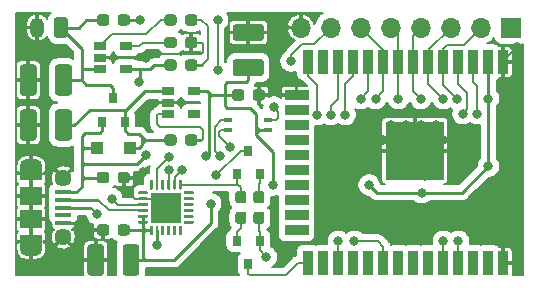
<source format=gbr>
%TF.GenerationSoftware,KiCad,Pcbnew,(5.1.9)-1*%
%TF.CreationDate,2021-06-05T13:50:50-03:00*%
%TF.ProjectId,Themu-Main,5468656d-752d-44d6-9169-6e2e6b696361,02*%
%TF.SameCoordinates,Original*%
%TF.FileFunction,Copper,L1,Top*%
%TF.FilePolarity,Positive*%
%FSLAX46Y46*%
G04 Gerber Fmt 4.6, Leading zero omitted, Abs format (unit mm)*
G04 Created by KiCad (PCBNEW (5.1.9)-1) date 2021-06-05 13:50:50*
%MOMM*%
%LPD*%
G01*
G04 APERTURE LIST*
%TA.AperFunction,SMDPad,CuDef*%
%ADD10R,0.800000X0.450000*%
%TD*%
%TA.AperFunction,SMDPad,CuDef*%
%ADD11R,1.900000X1.200000*%
%TD*%
%TA.AperFunction,ComponentPad*%
%ADD12O,1.900000X1.200000*%
%TD*%
%TA.AperFunction,SMDPad,CuDef*%
%ADD13R,1.900000X1.500000*%
%TD*%
%TA.AperFunction,ComponentPad*%
%ADD14C,1.450000*%
%TD*%
%TA.AperFunction,SMDPad,CuDef*%
%ADD15R,1.350000X0.400000*%
%TD*%
%TA.AperFunction,SMDPad,CuDef*%
%ADD16R,0.900000X2.000000*%
%TD*%
%TA.AperFunction,SMDPad,CuDef*%
%ADD17R,2.000000X0.900000*%
%TD*%
%TA.AperFunction,SMDPad,CuDef*%
%ADD18R,5.000000X5.000000*%
%TD*%
%TA.AperFunction,ComponentPad*%
%ADD19O,1.200000X1.750000*%
%TD*%
%TA.AperFunction,SMDPad,CuDef*%
%ADD20R,1.100000X1.100000*%
%TD*%
%TA.AperFunction,ComponentPad*%
%ADD21O,1.700000X1.700000*%
%TD*%
%TA.AperFunction,ComponentPad*%
%ADD22R,1.700000X1.700000*%
%TD*%
%TA.AperFunction,SMDPad,CuDef*%
%ADD23R,0.800000X0.900000*%
%TD*%
%TA.AperFunction,SMDPad,CuDef*%
%ADD24R,2.600000X2.600000*%
%TD*%
%TA.AperFunction,SMDPad,CuDef*%
%ADD25R,1.060000X0.650000*%
%TD*%
%TA.AperFunction,ViaPad*%
%ADD26C,0.800000*%
%TD*%
%TA.AperFunction,Conductor*%
%ADD27C,0.152400*%
%TD*%
%TA.AperFunction,Conductor*%
%ADD28C,0.250000*%
%TD*%
%TA.AperFunction,Conductor*%
%ADD29C,0.100000*%
%TD*%
G04 APERTURE END LIST*
D10*
%TO.P,D3,2*%
%TO.N,+3V3*%
X66470000Y-89300000D03*
%TO.P,D3,3*%
%TO.N,Net-(D3-Pad3)*%
X66470000Y-88500000D03*
%TO.P,D3,1*%
%TO.N,Net-(D3-Pad1)*%
X63070000Y-89300000D03*
%TO.P,D3,4*%
%TO.N,Net-(D3-Pad4)*%
X63070000Y-88500000D03*
%TD*%
D11*
%TO.P,J1,6*%
%TO.N,GND*%
X46387500Y-92985000D03*
X46387500Y-98785000D03*
D12*
X46387500Y-99385000D03*
X46387500Y-92385000D03*
D13*
X46387500Y-94885000D03*
D14*
X49087500Y-98385000D03*
D15*
%TO.P,J1,3*%
%TO.N,/ESP32-WROOM-32/D+*%
X49087500Y-95885000D03*
%TO.P,J1,4*%
%TO.N,Net-(J1-Pad4)*%
X49087500Y-96535000D03*
%TO.P,J1,5*%
%TO.N,GND*%
X49087500Y-97185000D03*
%TO.P,J1,1*%
%TO.N,VBUS*%
X49087500Y-94585000D03*
%TO.P,J1,2*%
%TO.N,/ESP32-WROOM-32/D-*%
X49087500Y-95235000D03*
D14*
%TO.P,J1,6*%
%TO.N,GND*%
X49087500Y-93385000D03*
D13*
X46387500Y-96885000D03*
%TD*%
D16*
%TO.P,U3,38*%
%TO.N,GND*%
X86360000Y-100575000D03*
%TO.P,U3,37*%
%TO.N,Net-(U3-Pad37)*%
X85090000Y-100575000D03*
%TO.P,U3,36*%
%TO.N,Net-(U3-Pad36)*%
X83820000Y-100575000D03*
%TO.P,U3,35*%
%TO.N,/ESP32-WROOM-32/TXD0*%
X82550000Y-100575000D03*
%TO.P,U3,34*%
%TO.N,/ESP32-WROOM-32/RXD0*%
X81280000Y-100575000D03*
%TO.P,U3,33*%
%TO.N,Net-(U3-Pad33)*%
X80010000Y-100575000D03*
%TO.P,U3,32*%
%TO.N,Net-(U3-Pad32)*%
X78740000Y-100575000D03*
%TO.P,U3,31*%
%TO.N,Net-(U3-Pad31)*%
X77470000Y-100575000D03*
%TO.P,U3,30*%
%TO.N,/ESP32-WROOM-32/SDA*%
X76200000Y-100575000D03*
%TO.P,U3,29*%
%TO.N,Net-(U3-Pad29)*%
X74930000Y-100575000D03*
%TO.P,U3,28*%
%TO.N,Net-(U3-Pad28)*%
X73660000Y-100575000D03*
%TO.P,U3,27*%
%TO.N,/ESP32-WROOM-32/SCL*%
X72390000Y-100575000D03*
%TO.P,U3,26*%
%TO.N,Net-(U3-Pad26)*%
X71120000Y-100575000D03*
%TO.P,U3,25*%
%TO.N,/ESP32-WROOM-32/IO0*%
X69850000Y-100575000D03*
D17*
%TO.P,U3,24*%
%TO.N,Net-(U3-Pad24)*%
X68850000Y-97790000D03*
%TO.P,U3,23*%
%TO.N,Net-(U3-Pad23)*%
X68850000Y-96520000D03*
%TO.P,U3,22*%
%TO.N,Net-(U3-Pad22)*%
X68850000Y-95250000D03*
%TO.P,U3,21*%
%TO.N,Net-(U3-Pad21)*%
X68850000Y-93980000D03*
%TO.P,U3,20*%
%TO.N,Net-(U3-Pad20)*%
X68850000Y-92710000D03*
%TO.P,U3,19*%
%TO.N,Net-(U3-Pad19)*%
X68850000Y-91440000D03*
%TO.P,U3,18*%
%TO.N,Net-(U3-Pad18)*%
X68850000Y-90170000D03*
%TO.P,U3,17*%
%TO.N,Net-(U3-Pad17)*%
X68850000Y-88900000D03*
%TO.P,U3,16*%
%TO.N,Net-(U3-Pad16)*%
X68850000Y-87630000D03*
%TO.P,U3,15*%
%TO.N,GND*%
X68850000Y-86360000D03*
D16*
%TO.P,U3,14*%
%TO.N,/ESP32-WROOM-32/IO12*%
X69850000Y-83575000D03*
%TO.P,U3,13*%
%TO.N,Net-(U3-Pad13)*%
X71120000Y-83575000D03*
%TO.P,U3,12*%
%TO.N,/ESP32-WROOM-32/IO27*%
X72390000Y-83575000D03*
%TO.P,U3,11*%
%TO.N,/ESP32-WROOM-32/IO26*%
X73660000Y-83575000D03*
%TO.P,U3,10*%
%TO.N,/ESP32-WROOM-32/BTN*%
X74930000Y-83575000D03*
%TO.P,U3,9*%
%TO.N,/ESP32-WROOM-32/FLX5*%
X76200000Y-83575000D03*
%TO.P,U3,8*%
%TO.N,/ESP32-WROOM-32/FLX4*%
X77470000Y-83575000D03*
%TO.P,U3,7*%
%TO.N,/ESP32-WROOM-32/FLX3*%
X78740000Y-83575000D03*
%TO.P,U3,6*%
%TO.N,/ESP32-WROOM-32/FLX2*%
X80010000Y-83575000D03*
%TO.P,U3,5*%
%TO.N,/ESP32-WROOM-32/FLX1*%
X81280000Y-83575000D03*
%TO.P,U3,4*%
%TO.N,/ESP32-WROOM-32/ADC1_CH0*%
X82550000Y-83575000D03*
%TO.P,U3,3*%
%TO.N,/ESP32-WROOM-32/EN*%
X83820000Y-83575000D03*
%TO.P,U3,2*%
%TO.N,+3V3*%
X85090000Y-83575000D03*
%TO.P,U3,1*%
%TO.N,GND*%
X86360000Y-83575000D03*
D18*
%TO.P,U3,39*%
X78860000Y-91075000D03*
%TD*%
D19*
%TO.P,J2,2*%
%TO.N,GND*%
X46895000Y-80645000D03*
%TO.P,J2,1*%
%TO.N,+BATT*%
%TA.AperFunction,ComponentPad*%
G36*
G01*
X49495000Y-80019999D02*
X49495000Y-81270001D01*
G75*
G02*
X49245001Y-81520000I-249999J0D01*
G01*
X48544999Y-81520000D01*
G75*
G02*
X48295000Y-81270001I0J249999D01*
G01*
X48295000Y-80019999D01*
G75*
G02*
X48544999Y-79770000I249999J0D01*
G01*
X49245001Y-79770000D01*
G75*
G02*
X49495000Y-80019999I0J-249999D01*
G01*
G37*
%TD.AperFunction*%
%TD*%
%TO.P,C1,1*%
%TO.N,+3V3*%
%TA.AperFunction,SMDPad,CuDef*%
G36*
G01*
X54740000Y-97552500D02*
X54740000Y-98027500D01*
G75*
G02*
X54502500Y-98265000I-237500J0D01*
G01*
X53927500Y-98265000D01*
G75*
G02*
X53690000Y-98027500I0J237500D01*
G01*
X53690000Y-97552500D01*
G75*
G02*
X53927500Y-97315000I237500J0D01*
G01*
X54502500Y-97315000D01*
G75*
G02*
X54740000Y-97552500I0J-237500D01*
G01*
G37*
%TD.AperFunction*%
%TO.P,C1,2*%
%TO.N,GND*%
%TA.AperFunction,SMDPad,CuDef*%
G36*
G01*
X52990000Y-97552500D02*
X52990000Y-98027500D01*
G75*
G02*
X52752500Y-98265000I-237500J0D01*
G01*
X52177500Y-98265000D01*
G75*
G02*
X51940000Y-98027500I0J237500D01*
G01*
X51940000Y-97552500D01*
G75*
G02*
X52177500Y-97315000I237500J0D01*
G01*
X52752500Y-97315000D01*
G75*
G02*
X52990000Y-97552500I0J-237500D01*
G01*
G37*
%TD.AperFunction*%
%TD*%
%TO.P,C2,1*%
%TO.N,/Power/RegIn*%
%TA.AperFunction,SMDPad,CuDef*%
G36*
G01*
X49825000Y-87825000D02*
X49825000Y-89975000D01*
G75*
G02*
X49575000Y-90225000I-250000J0D01*
G01*
X48650000Y-90225000D01*
G75*
G02*
X48400000Y-89975000I0J250000D01*
G01*
X48400000Y-87825000D01*
G75*
G02*
X48650000Y-87575000I250000J0D01*
G01*
X49575000Y-87575000D01*
G75*
G02*
X49825000Y-87825000I0J-250000D01*
G01*
G37*
%TD.AperFunction*%
%TO.P,C2,2*%
%TO.N,GND*%
%TA.AperFunction,SMDPad,CuDef*%
G36*
G01*
X46850000Y-87825000D02*
X46850000Y-89975000D01*
G75*
G02*
X46600000Y-90225000I-250000J0D01*
G01*
X45675000Y-90225000D01*
G75*
G02*
X45425000Y-89975000I0J250000D01*
G01*
X45425000Y-87825000D01*
G75*
G02*
X45675000Y-87575000I250000J0D01*
G01*
X46600000Y-87575000D01*
G75*
G02*
X46850000Y-87825000I0J-250000D01*
G01*
G37*
%TD.AperFunction*%
%TD*%
%TO.P,C3,2*%
%TO.N,GND*%
%TA.AperFunction,SMDPad,CuDef*%
G36*
G01*
X65845000Y-81775000D02*
X63695000Y-81775000D01*
G75*
G02*
X63445000Y-81525000I0J250000D01*
G01*
X63445000Y-80600000D01*
G75*
G02*
X63695000Y-80350000I250000J0D01*
G01*
X65845000Y-80350000D01*
G75*
G02*
X66095000Y-80600000I0J-250000D01*
G01*
X66095000Y-81525000D01*
G75*
G02*
X65845000Y-81775000I-250000J0D01*
G01*
G37*
%TD.AperFunction*%
%TO.P,C3,1*%
%TO.N,+3V3*%
%TA.AperFunction,SMDPad,CuDef*%
G36*
G01*
X65845000Y-84750000D02*
X63695000Y-84750000D01*
G75*
G02*
X63445000Y-84500000I0J250000D01*
G01*
X63445000Y-83575000D01*
G75*
G02*
X63695000Y-83325000I250000J0D01*
G01*
X65845000Y-83325000D01*
G75*
G02*
X66095000Y-83575000I0J-250000D01*
G01*
X66095000Y-84500000D01*
G75*
G02*
X65845000Y-84750000I-250000J0D01*
G01*
G37*
%TD.AperFunction*%
%TD*%
%TO.P,C4,1*%
%TO.N,+3V3*%
%TA.AperFunction,SMDPad,CuDef*%
G36*
G01*
X63370000Y-86597500D02*
X63370000Y-86122500D01*
G75*
G02*
X63607500Y-85885000I237500J0D01*
G01*
X64182500Y-85885000D01*
G75*
G02*
X64420000Y-86122500I0J-237500D01*
G01*
X64420000Y-86597500D01*
G75*
G02*
X64182500Y-86835000I-237500J0D01*
G01*
X63607500Y-86835000D01*
G75*
G02*
X63370000Y-86597500I0J237500D01*
G01*
G37*
%TD.AperFunction*%
%TO.P,C4,2*%
%TO.N,GND*%
%TA.AperFunction,SMDPad,CuDef*%
G36*
G01*
X65120000Y-86597500D02*
X65120000Y-86122500D01*
G75*
G02*
X65357500Y-85885000I237500J0D01*
G01*
X65932500Y-85885000D01*
G75*
G02*
X66170000Y-86122500I0J-237500D01*
G01*
X66170000Y-86597500D01*
G75*
G02*
X65932500Y-86835000I-237500J0D01*
G01*
X65357500Y-86835000D01*
G75*
G02*
X65120000Y-86597500I0J237500D01*
G01*
G37*
%TD.AperFunction*%
%TD*%
%TO.P,C8,1*%
%TO.N,+BATT*%
%TA.AperFunction,SMDPad,CuDef*%
G36*
G01*
X49825000Y-84015000D02*
X49825000Y-86165000D01*
G75*
G02*
X49575000Y-86415000I-250000J0D01*
G01*
X48650000Y-86415000D01*
G75*
G02*
X48400000Y-86165000I0J250000D01*
G01*
X48400000Y-84015000D01*
G75*
G02*
X48650000Y-83765000I250000J0D01*
G01*
X49575000Y-83765000D01*
G75*
G02*
X49825000Y-84015000I0J-250000D01*
G01*
G37*
%TD.AperFunction*%
%TO.P,C8,2*%
%TO.N,GND*%
%TA.AperFunction,SMDPad,CuDef*%
G36*
G01*
X46850000Y-84015000D02*
X46850000Y-86165000D01*
G75*
G02*
X46600000Y-86415000I-250000J0D01*
G01*
X45675000Y-86415000D01*
G75*
G02*
X45425000Y-86165000I0J250000D01*
G01*
X45425000Y-84015000D01*
G75*
G02*
X45675000Y-83765000I250000J0D01*
G01*
X46600000Y-83765000D01*
G75*
G02*
X46850000Y-84015000I0J-250000D01*
G01*
G37*
%TD.AperFunction*%
%TD*%
%TO.P,C14,2*%
%TO.N,GND*%
%TA.AperFunction,SMDPad,CuDef*%
G36*
G01*
X52565000Y-99255000D02*
X52565000Y-101405000D01*
G75*
G02*
X52315000Y-101655000I-250000J0D01*
G01*
X51390000Y-101655000D01*
G75*
G02*
X51140000Y-101405000I0J250000D01*
G01*
X51140000Y-99255000D01*
G75*
G02*
X51390000Y-99005000I250000J0D01*
G01*
X52315000Y-99005000D01*
G75*
G02*
X52565000Y-99255000I0J-250000D01*
G01*
G37*
%TD.AperFunction*%
%TO.P,C14,1*%
%TO.N,+3V3*%
%TA.AperFunction,SMDPad,CuDef*%
G36*
G01*
X55540000Y-99255000D02*
X55540000Y-101405000D01*
G75*
G02*
X55290000Y-101655000I-250000J0D01*
G01*
X54365000Y-101655000D01*
G75*
G02*
X54115000Y-101405000I0J250000D01*
G01*
X54115000Y-99255000D01*
G75*
G02*
X54365000Y-99005000I250000J0D01*
G01*
X55290000Y-99005000D01*
G75*
G02*
X55540000Y-99255000I0J-250000D01*
G01*
G37*
%TD.AperFunction*%
%TD*%
D20*
%TO.P,D2,2*%
%TO.N,VBUS*%
X51940000Y-90805000D03*
%TO.P,D2,1*%
%TO.N,/Power/RegIn*%
X54740000Y-90805000D03*
%TD*%
%TO.P,D1,2*%
%TO.N,VBUS*%
%TA.AperFunction,SMDPad,CuDef*%
G36*
G01*
X58705000Y-83582500D02*
X58705000Y-84057500D01*
G75*
G02*
X58467500Y-84295000I-237500J0D01*
G01*
X57892500Y-84295000D01*
G75*
G02*
X57655000Y-84057500I0J237500D01*
G01*
X57655000Y-83582500D01*
G75*
G02*
X57892500Y-83345000I237500J0D01*
G01*
X58467500Y-83345000D01*
G75*
G02*
X58705000Y-83582500I0J-237500D01*
G01*
G37*
%TD.AperFunction*%
%TO.P,D1,1*%
%TO.N,Net-(D1-Pad1)*%
%TA.AperFunction,SMDPad,CuDef*%
G36*
G01*
X60455000Y-83582500D02*
X60455000Y-84057500D01*
G75*
G02*
X60217500Y-84295000I-237500J0D01*
G01*
X59642500Y-84295000D01*
G75*
G02*
X59405000Y-84057500I0J237500D01*
G01*
X59405000Y-83582500D01*
G75*
G02*
X59642500Y-83345000I237500J0D01*
G01*
X60217500Y-83345000D01*
G75*
G02*
X60455000Y-83582500I0J-237500D01*
G01*
G37*
%TD.AperFunction*%
%TD*%
D21*
%TO.P,J3,8*%
%TO.N,GND*%
X69215000Y-80645000D03*
%TO.P,J3,7*%
%TO.N,/Peripherials/BUTTON*%
X71755000Y-80645000D03*
%TO.P,J3,6*%
%TO.N,/ESP32-WROOM-32/FLX5*%
X74295000Y-80645000D03*
%TO.P,J3,5*%
%TO.N,/ESP32-WROOM-32/FLX4*%
X76835000Y-80645000D03*
%TO.P,J3,4*%
%TO.N,/ESP32-WROOM-32/FLX3*%
X79375000Y-80645000D03*
%TO.P,J3,3*%
%TO.N,/ESP32-WROOM-32/FLX2*%
X81915000Y-80645000D03*
%TO.P,J3,2*%
%TO.N,/ESP32-WROOM-32/FLX1*%
X84455000Y-80645000D03*
D22*
%TO.P,J3,1*%
%TO.N,Net-(J3-Pad1)*%
X86995000Y-80645000D03*
%TD*%
D23*
%TO.P,Q1,1*%
%TO.N,/ESP32-WROOM-32/RTS*%
X63820000Y-93075000D03*
%TO.P,Q1,2*%
%TO.N,Net-(Q1-Pad2)*%
X65720000Y-93075000D03*
%TO.P,Q1,3*%
%TO.N,/ESP32-WROOM-32/EN*%
X64770000Y-91075000D03*
%TD*%
%TO.P,Q2,3*%
%TO.N,/ESP32-WROOM-32/IO0*%
X64770000Y-100695000D03*
%TO.P,Q2,2*%
%TO.N,Net-(Q2-Pad2)*%
X63820000Y-98695000D03*
%TO.P,Q2,1*%
%TO.N,/ESP32-WROOM-32/DTR*%
X65720000Y-98695000D03*
%TD*%
%TO.P,Q3,1*%
%TO.N,VBUS*%
X52390000Y-88630000D03*
%TO.P,Q3,2*%
%TO.N,/Power/RegIn*%
X54290000Y-88630000D03*
%TO.P,Q3,3*%
%TO.N,+BATT*%
X53340000Y-86630000D03*
%TD*%
%TO.P,R1,1*%
%TO.N,Net-(Q1-Pad2)*%
%TA.AperFunction,SMDPad,CuDef*%
G36*
G01*
X65421500Y-94485000D02*
X65896500Y-94485000D01*
G75*
G02*
X66134000Y-94722500I0J-237500D01*
G01*
X66134000Y-95297500D01*
G75*
G02*
X65896500Y-95535000I-237500J0D01*
G01*
X65421500Y-95535000D01*
G75*
G02*
X65184000Y-95297500I0J237500D01*
G01*
X65184000Y-94722500D01*
G75*
G02*
X65421500Y-94485000I237500J0D01*
G01*
G37*
%TD.AperFunction*%
%TO.P,R1,2*%
%TO.N,/ESP32-WROOM-32/DTR*%
%TA.AperFunction,SMDPad,CuDef*%
G36*
G01*
X65421500Y-96235000D02*
X65896500Y-96235000D01*
G75*
G02*
X66134000Y-96472500I0J-237500D01*
G01*
X66134000Y-97047500D01*
G75*
G02*
X65896500Y-97285000I-237500J0D01*
G01*
X65421500Y-97285000D01*
G75*
G02*
X65184000Y-97047500I0J237500D01*
G01*
X65184000Y-96472500D01*
G75*
G02*
X65421500Y-96235000I237500J0D01*
G01*
G37*
%TD.AperFunction*%
%TD*%
%TO.P,R2,2*%
%TO.N,/ESP32-WROOM-32/RTS*%
%TA.AperFunction,SMDPad,CuDef*%
G36*
G01*
X64372500Y-95535000D02*
X63897500Y-95535000D01*
G75*
G02*
X63660000Y-95297500I0J237500D01*
G01*
X63660000Y-94722500D01*
G75*
G02*
X63897500Y-94485000I237500J0D01*
G01*
X64372500Y-94485000D01*
G75*
G02*
X64610000Y-94722500I0J-237500D01*
G01*
X64610000Y-95297500D01*
G75*
G02*
X64372500Y-95535000I-237500J0D01*
G01*
G37*
%TD.AperFunction*%
%TO.P,R2,1*%
%TO.N,Net-(Q2-Pad2)*%
%TA.AperFunction,SMDPad,CuDef*%
G36*
G01*
X64372500Y-97285000D02*
X63897500Y-97285000D01*
G75*
G02*
X63660000Y-97047500I0J237500D01*
G01*
X63660000Y-96472500D01*
G75*
G02*
X63897500Y-96235000I237500J0D01*
G01*
X64372500Y-96235000D01*
G75*
G02*
X64610000Y-96472500I0J-237500D01*
G01*
X64610000Y-97047500D01*
G75*
G02*
X64372500Y-97285000I-237500J0D01*
G01*
G37*
%TD.AperFunction*%
%TD*%
%TO.P,R4,1*%
%TO.N,+BATT*%
%TA.AperFunction,SMDPad,CuDef*%
G36*
G01*
X51940000Y-80247500D02*
X51940000Y-79772500D01*
G75*
G02*
X52177500Y-79535000I237500J0D01*
G01*
X52752500Y-79535000D01*
G75*
G02*
X52990000Y-79772500I0J-237500D01*
G01*
X52990000Y-80247500D01*
G75*
G02*
X52752500Y-80485000I-237500J0D01*
G01*
X52177500Y-80485000D01*
G75*
G02*
X51940000Y-80247500I0J237500D01*
G01*
G37*
%TD.AperFunction*%
%TO.P,R4,2*%
%TO.N,/ESP32-WROOM-32/ADC1_CH0*%
%TA.AperFunction,SMDPad,CuDef*%
G36*
G01*
X53690000Y-80247500D02*
X53690000Y-79772500D01*
G75*
G02*
X53927500Y-79535000I237500J0D01*
G01*
X54502500Y-79535000D01*
G75*
G02*
X54740000Y-79772500I0J-237500D01*
G01*
X54740000Y-80247500D01*
G75*
G02*
X54502500Y-80485000I-237500J0D01*
G01*
X53927500Y-80485000D01*
G75*
G02*
X53690000Y-80247500I0J237500D01*
G01*
G37*
%TD.AperFunction*%
%TD*%
%TO.P,R6,1*%
%TO.N,VBUS*%
%TA.AperFunction,SMDPad,CuDef*%
G36*
G01*
X51940000Y-93582500D02*
X51940000Y-93107500D01*
G75*
G02*
X52177500Y-92870000I237500J0D01*
G01*
X52752500Y-92870000D01*
G75*
G02*
X52990000Y-93107500I0J-237500D01*
G01*
X52990000Y-93582500D01*
G75*
G02*
X52752500Y-93820000I-237500J0D01*
G01*
X52177500Y-93820000D01*
G75*
G02*
X51940000Y-93582500I0J237500D01*
G01*
G37*
%TD.AperFunction*%
%TO.P,R6,2*%
%TO.N,GND*%
%TA.AperFunction,SMDPad,CuDef*%
G36*
G01*
X53690000Y-93582500D02*
X53690000Y-93107500D01*
G75*
G02*
X53927500Y-92870000I237500J0D01*
G01*
X54502500Y-92870000D01*
G75*
G02*
X54740000Y-93107500I0J-237500D01*
G01*
X54740000Y-93582500D01*
G75*
G02*
X54502500Y-93820000I-237500J0D01*
G01*
X53927500Y-93820000D01*
G75*
G02*
X53690000Y-93582500I0J237500D01*
G01*
G37*
%TD.AperFunction*%
%TD*%
%TO.P,R7,2*%
%TO.N,Net-(R7-Pad2)*%
%TA.AperFunction,SMDPad,CuDef*%
G36*
G01*
X59405000Y-90407500D02*
X59405000Y-89932500D01*
G75*
G02*
X59642500Y-89695000I237500J0D01*
G01*
X60217500Y-89695000D01*
G75*
G02*
X60455000Y-89932500I0J-237500D01*
G01*
X60455000Y-90407500D01*
G75*
G02*
X60217500Y-90645000I-237500J0D01*
G01*
X59642500Y-90645000D01*
G75*
G02*
X59405000Y-90407500I0J237500D01*
G01*
G37*
%TD.AperFunction*%
%TO.P,R7,1*%
%TO.N,/Power/RegIn*%
%TA.AperFunction,SMDPad,CuDef*%
G36*
G01*
X57655000Y-90407500D02*
X57655000Y-89932500D01*
G75*
G02*
X57892500Y-89695000I237500J0D01*
G01*
X58467500Y-89695000D01*
G75*
G02*
X58705000Y-89932500I0J-237500D01*
G01*
X58705000Y-90407500D01*
G75*
G02*
X58467500Y-90645000I-237500J0D01*
G01*
X57892500Y-90645000D01*
G75*
G02*
X57655000Y-90407500I0J237500D01*
G01*
G37*
%TD.AperFunction*%
%TD*%
%TO.P,R8,2*%
%TO.N,Net-(R8-Pad2)*%
%TA.AperFunction,SMDPad,CuDef*%
G36*
G01*
X58705000Y-81677500D02*
X58705000Y-82152500D01*
G75*
G02*
X58467500Y-82390000I-237500J0D01*
G01*
X57892500Y-82390000D01*
G75*
G02*
X57655000Y-82152500I0J237500D01*
G01*
X57655000Y-81677500D01*
G75*
G02*
X57892500Y-81440000I237500J0D01*
G01*
X58467500Y-81440000D01*
G75*
G02*
X58705000Y-81677500I0J-237500D01*
G01*
G37*
%TD.AperFunction*%
%TO.P,R8,1*%
%TO.N,GND*%
%TA.AperFunction,SMDPad,CuDef*%
G36*
G01*
X60455000Y-81677500D02*
X60455000Y-82152500D01*
G75*
G02*
X60217500Y-82390000I-237500J0D01*
G01*
X59642500Y-82390000D01*
G75*
G02*
X59405000Y-82152500I0J237500D01*
G01*
X59405000Y-81677500D01*
G75*
G02*
X59642500Y-81440000I237500J0D01*
G01*
X60217500Y-81440000D01*
G75*
G02*
X60455000Y-81677500I0J-237500D01*
G01*
G37*
%TD.AperFunction*%
%TD*%
%TO.P,R9,2*%
%TO.N,Net-(R9-Pad2)*%
%TA.AperFunction,SMDPad,CuDef*%
G36*
G01*
X58705000Y-79772500D02*
X58705000Y-80247500D01*
G75*
G02*
X58467500Y-80485000I-237500J0D01*
G01*
X57892500Y-80485000D01*
G75*
G02*
X57655000Y-80247500I0J237500D01*
G01*
X57655000Y-79772500D01*
G75*
G02*
X57892500Y-79535000I237500J0D01*
G01*
X58467500Y-79535000D01*
G75*
G02*
X58705000Y-79772500I0J-237500D01*
G01*
G37*
%TD.AperFunction*%
%TO.P,R9,1*%
%TO.N,Net-(D1-Pad1)*%
%TA.AperFunction,SMDPad,CuDef*%
G36*
G01*
X60455000Y-79772500D02*
X60455000Y-80247500D01*
G75*
G02*
X60217500Y-80485000I-237500J0D01*
G01*
X59642500Y-80485000D01*
G75*
G02*
X59405000Y-80247500I0J237500D01*
G01*
X59405000Y-79772500D01*
G75*
G02*
X59642500Y-79535000I237500J0D01*
G01*
X60217500Y-79535000D01*
G75*
G02*
X60455000Y-79772500I0J-237500D01*
G01*
G37*
%TD.AperFunction*%
%TD*%
D24*
%TO.P,U1,25*%
%TO.N,GND*%
X57785000Y-95885000D03*
%TO.P,U1,24*%
%TO.N,Net-(U1-Pad24)*%
%TA.AperFunction,SMDPad,CuDef*%
G36*
G01*
X56410000Y-94297500D02*
X56410000Y-93597500D01*
G75*
G02*
X56472500Y-93535000I62500J0D01*
G01*
X56597500Y-93535000D01*
G75*
G02*
X56660000Y-93597500I0J-62500D01*
G01*
X56660000Y-94297500D01*
G75*
G02*
X56597500Y-94360000I-62500J0D01*
G01*
X56472500Y-94360000D01*
G75*
G02*
X56410000Y-94297500I0J62500D01*
G01*
G37*
%TD.AperFunction*%
%TO.P,U1,23*%
%TO.N,/ESP32-WROOM-32/DTR*%
%TA.AperFunction,SMDPad,CuDef*%
G36*
G01*
X56910000Y-94297500D02*
X56910000Y-93597500D01*
G75*
G02*
X56972500Y-93535000I62500J0D01*
G01*
X57097500Y-93535000D01*
G75*
G02*
X57160000Y-93597500I0J-62500D01*
G01*
X57160000Y-94297500D01*
G75*
G02*
X57097500Y-94360000I-62500J0D01*
G01*
X56972500Y-94360000D01*
G75*
G02*
X56910000Y-94297500I0J62500D01*
G01*
G37*
%TD.AperFunction*%
%TO.P,U1,22*%
%TO.N,Net-(U1-Pad22)*%
%TA.AperFunction,SMDPad,CuDef*%
G36*
G01*
X57410000Y-94297500D02*
X57410000Y-93597500D01*
G75*
G02*
X57472500Y-93535000I62500J0D01*
G01*
X57597500Y-93535000D01*
G75*
G02*
X57660000Y-93597500I0J-62500D01*
G01*
X57660000Y-94297500D01*
G75*
G02*
X57597500Y-94360000I-62500J0D01*
G01*
X57472500Y-94360000D01*
G75*
G02*
X57410000Y-94297500I0J62500D01*
G01*
G37*
%TD.AperFunction*%
%TO.P,U1,21*%
%TO.N,/ESP32-WROOM-32/RXD0*%
%TA.AperFunction,SMDPad,CuDef*%
G36*
G01*
X57910000Y-94297500D02*
X57910000Y-93597500D01*
G75*
G02*
X57972500Y-93535000I62500J0D01*
G01*
X58097500Y-93535000D01*
G75*
G02*
X58160000Y-93597500I0J-62500D01*
G01*
X58160000Y-94297500D01*
G75*
G02*
X58097500Y-94360000I-62500J0D01*
G01*
X57972500Y-94360000D01*
G75*
G02*
X57910000Y-94297500I0J62500D01*
G01*
G37*
%TD.AperFunction*%
%TO.P,U1,20*%
%TO.N,/ESP32-WROOM-32/TXD0*%
%TA.AperFunction,SMDPad,CuDef*%
G36*
G01*
X58410000Y-94297500D02*
X58410000Y-93597500D01*
G75*
G02*
X58472500Y-93535000I62500J0D01*
G01*
X58597500Y-93535000D01*
G75*
G02*
X58660000Y-93597500I0J-62500D01*
G01*
X58660000Y-94297500D01*
G75*
G02*
X58597500Y-94360000I-62500J0D01*
G01*
X58472500Y-94360000D01*
G75*
G02*
X58410000Y-94297500I0J62500D01*
G01*
G37*
%TD.AperFunction*%
%TO.P,U1,19*%
%TO.N,/ESP32-WROOM-32/RTS*%
%TA.AperFunction,SMDPad,CuDef*%
G36*
G01*
X58910000Y-94297500D02*
X58910000Y-93597500D01*
G75*
G02*
X58972500Y-93535000I62500J0D01*
G01*
X59097500Y-93535000D01*
G75*
G02*
X59160000Y-93597500I0J-62500D01*
G01*
X59160000Y-94297500D01*
G75*
G02*
X59097500Y-94360000I-62500J0D01*
G01*
X58972500Y-94360000D01*
G75*
G02*
X58910000Y-94297500I0J62500D01*
G01*
G37*
%TD.AperFunction*%
%TO.P,U1,18*%
%TO.N,Net-(U1-Pad18)*%
%TA.AperFunction,SMDPad,CuDef*%
G36*
G01*
X59310000Y-94697500D02*
X59310000Y-94572500D01*
G75*
G02*
X59372500Y-94510000I62500J0D01*
G01*
X60072500Y-94510000D01*
G75*
G02*
X60135000Y-94572500I0J-62500D01*
G01*
X60135000Y-94697500D01*
G75*
G02*
X60072500Y-94760000I-62500J0D01*
G01*
X59372500Y-94760000D01*
G75*
G02*
X59310000Y-94697500I0J62500D01*
G01*
G37*
%TD.AperFunction*%
%TO.P,U1,17*%
%TO.N,Net-(U1-Pad17)*%
%TA.AperFunction,SMDPad,CuDef*%
G36*
G01*
X59310000Y-95197500D02*
X59310000Y-95072500D01*
G75*
G02*
X59372500Y-95010000I62500J0D01*
G01*
X60072500Y-95010000D01*
G75*
G02*
X60135000Y-95072500I0J-62500D01*
G01*
X60135000Y-95197500D01*
G75*
G02*
X60072500Y-95260000I-62500J0D01*
G01*
X59372500Y-95260000D01*
G75*
G02*
X59310000Y-95197500I0J62500D01*
G01*
G37*
%TD.AperFunction*%
%TO.P,U1,16*%
%TO.N,Net-(U1-Pad16)*%
%TA.AperFunction,SMDPad,CuDef*%
G36*
G01*
X59310000Y-95697500D02*
X59310000Y-95572500D01*
G75*
G02*
X59372500Y-95510000I62500J0D01*
G01*
X60072500Y-95510000D01*
G75*
G02*
X60135000Y-95572500I0J-62500D01*
G01*
X60135000Y-95697500D01*
G75*
G02*
X60072500Y-95760000I-62500J0D01*
G01*
X59372500Y-95760000D01*
G75*
G02*
X59310000Y-95697500I0J62500D01*
G01*
G37*
%TD.AperFunction*%
%TO.P,U1,15*%
%TO.N,Net-(U1-Pad15)*%
%TA.AperFunction,SMDPad,CuDef*%
G36*
G01*
X59310000Y-96197500D02*
X59310000Y-96072500D01*
G75*
G02*
X59372500Y-96010000I62500J0D01*
G01*
X60072500Y-96010000D01*
G75*
G02*
X60135000Y-96072500I0J-62500D01*
G01*
X60135000Y-96197500D01*
G75*
G02*
X60072500Y-96260000I-62500J0D01*
G01*
X59372500Y-96260000D01*
G75*
G02*
X59310000Y-96197500I0J62500D01*
G01*
G37*
%TD.AperFunction*%
%TO.P,U1,14*%
%TO.N,Net-(U1-Pad14)*%
%TA.AperFunction,SMDPad,CuDef*%
G36*
G01*
X59310000Y-96697500D02*
X59310000Y-96572500D01*
G75*
G02*
X59372500Y-96510000I62500J0D01*
G01*
X60072500Y-96510000D01*
G75*
G02*
X60135000Y-96572500I0J-62500D01*
G01*
X60135000Y-96697500D01*
G75*
G02*
X60072500Y-96760000I-62500J0D01*
G01*
X59372500Y-96760000D01*
G75*
G02*
X59310000Y-96697500I0J62500D01*
G01*
G37*
%TD.AperFunction*%
%TO.P,U1,13*%
%TO.N,Net-(U1-Pad13)*%
%TA.AperFunction,SMDPad,CuDef*%
G36*
G01*
X59310000Y-97197500D02*
X59310000Y-97072500D01*
G75*
G02*
X59372500Y-97010000I62500J0D01*
G01*
X60072500Y-97010000D01*
G75*
G02*
X60135000Y-97072500I0J-62500D01*
G01*
X60135000Y-97197500D01*
G75*
G02*
X60072500Y-97260000I-62500J0D01*
G01*
X59372500Y-97260000D01*
G75*
G02*
X59310000Y-97197500I0J62500D01*
G01*
G37*
%TD.AperFunction*%
%TO.P,U1,12*%
%TO.N,Net-(U1-Pad12)*%
%TA.AperFunction,SMDPad,CuDef*%
G36*
G01*
X58910000Y-98172500D02*
X58910000Y-97472500D01*
G75*
G02*
X58972500Y-97410000I62500J0D01*
G01*
X59097500Y-97410000D01*
G75*
G02*
X59160000Y-97472500I0J-62500D01*
G01*
X59160000Y-98172500D01*
G75*
G02*
X59097500Y-98235000I-62500J0D01*
G01*
X58972500Y-98235000D01*
G75*
G02*
X58910000Y-98172500I0J62500D01*
G01*
G37*
%TD.AperFunction*%
%TO.P,U1,11*%
%TO.N,Net-(U1-Pad11)*%
%TA.AperFunction,SMDPad,CuDef*%
G36*
G01*
X58410000Y-98172500D02*
X58410000Y-97472500D01*
G75*
G02*
X58472500Y-97410000I62500J0D01*
G01*
X58597500Y-97410000D01*
G75*
G02*
X58660000Y-97472500I0J-62500D01*
G01*
X58660000Y-98172500D01*
G75*
G02*
X58597500Y-98235000I-62500J0D01*
G01*
X58472500Y-98235000D01*
G75*
G02*
X58410000Y-98172500I0J62500D01*
G01*
G37*
%TD.AperFunction*%
%TO.P,U1,10*%
%TO.N,Net-(U1-Pad10)*%
%TA.AperFunction,SMDPad,CuDef*%
G36*
G01*
X57910000Y-98172500D02*
X57910000Y-97472500D01*
G75*
G02*
X57972500Y-97410000I62500J0D01*
G01*
X58097500Y-97410000D01*
G75*
G02*
X58160000Y-97472500I0J-62500D01*
G01*
X58160000Y-98172500D01*
G75*
G02*
X58097500Y-98235000I-62500J0D01*
G01*
X57972500Y-98235000D01*
G75*
G02*
X57910000Y-98172500I0J62500D01*
G01*
G37*
%TD.AperFunction*%
%TO.P,U1,9*%
%TO.N,Net-(U1-Pad9)*%
%TA.AperFunction,SMDPad,CuDef*%
G36*
G01*
X57410000Y-98172500D02*
X57410000Y-97472500D01*
G75*
G02*
X57472500Y-97410000I62500J0D01*
G01*
X57597500Y-97410000D01*
G75*
G02*
X57660000Y-97472500I0J-62500D01*
G01*
X57660000Y-98172500D01*
G75*
G02*
X57597500Y-98235000I-62500J0D01*
G01*
X57472500Y-98235000D01*
G75*
G02*
X57410000Y-98172500I0J62500D01*
G01*
G37*
%TD.AperFunction*%
%TO.P,U1,8*%
%TO.N,VBUS*%
%TA.AperFunction,SMDPad,CuDef*%
G36*
G01*
X56910000Y-98172500D02*
X56910000Y-97472500D01*
G75*
G02*
X56972500Y-97410000I62500J0D01*
G01*
X57097500Y-97410000D01*
G75*
G02*
X57160000Y-97472500I0J-62500D01*
G01*
X57160000Y-98172500D01*
G75*
G02*
X57097500Y-98235000I-62500J0D01*
G01*
X56972500Y-98235000D01*
G75*
G02*
X56910000Y-98172500I0J62500D01*
G01*
G37*
%TD.AperFunction*%
%TO.P,U1,7*%
%TO.N,+3V3*%
%TA.AperFunction,SMDPad,CuDef*%
G36*
G01*
X56410000Y-98172500D02*
X56410000Y-97472500D01*
G75*
G02*
X56472500Y-97410000I62500J0D01*
G01*
X56597500Y-97410000D01*
G75*
G02*
X56660000Y-97472500I0J-62500D01*
G01*
X56660000Y-98172500D01*
G75*
G02*
X56597500Y-98235000I-62500J0D01*
G01*
X56472500Y-98235000D01*
G75*
G02*
X56410000Y-98172500I0J62500D01*
G01*
G37*
%TD.AperFunction*%
%TO.P,U1,6*%
%TA.AperFunction,SMDPad,CuDef*%
G36*
G01*
X55435000Y-97197500D02*
X55435000Y-97072500D01*
G75*
G02*
X55497500Y-97010000I62500J0D01*
G01*
X56197500Y-97010000D01*
G75*
G02*
X56260000Y-97072500I0J-62500D01*
G01*
X56260000Y-97197500D01*
G75*
G02*
X56197500Y-97260000I-62500J0D01*
G01*
X55497500Y-97260000D01*
G75*
G02*
X55435000Y-97197500I0J62500D01*
G01*
G37*
%TD.AperFunction*%
%TO.P,U1,5*%
%TA.AperFunction,SMDPad,CuDef*%
G36*
G01*
X55435000Y-96697500D02*
X55435000Y-96572500D01*
G75*
G02*
X55497500Y-96510000I62500J0D01*
G01*
X56197500Y-96510000D01*
G75*
G02*
X56260000Y-96572500I0J-62500D01*
G01*
X56260000Y-96697500D01*
G75*
G02*
X56197500Y-96760000I-62500J0D01*
G01*
X55497500Y-96760000D01*
G75*
G02*
X55435000Y-96697500I0J62500D01*
G01*
G37*
%TD.AperFunction*%
%TO.P,U1,4*%
%TO.N,/ESP32-WROOM-32/D-*%
%TA.AperFunction,SMDPad,CuDef*%
G36*
G01*
X55435000Y-96197500D02*
X55435000Y-96072500D01*
G75*
G02*
X55497500Y-96010000I62500J0D01*
G01*
X56197500Y-96010000D01*
G75*
G02*
X56260000Y-96072500I0J-62500D01*
G01*
X56260000Y-96197500D01*
G75*
G02*
X56197500Y-96260000I-62500J0D01*
G01*
X55497500Y-96260000D01*
G75*
G02*
X55435000Y-96197500I0J62500D01*
G01*
G37*
%TD.AperFunction*%
%TO.P,U1,3*%
%TO.N,/ESP32-WROOM-32/D+*%
%TA.AperFunction,SMDPad,CuDef*%
G36*
G01*
X55435000Y-95697500D02*
X55435000Y-95572500D01*
G75*
G02*
X55497500Y-95510000I62500J0D01*
G01*
X56197500Y-95510000D01*
G75*
G02*
X56260000Y-95572500I0J-62500D01*
G01*
X56260000Y-95697500D01*
G75*
G02*
X56197500Y-95760000I-62500J0D01*
G01*
X55497500Y-95760000D01*
G75*
G02*
X55435000Y-95697500I0J62500D01*
G01*
G37*
%TD.AperFunction*%
%TO.P,U1,2*%
%TO.N,GND*%
%TA.AperFunction,SMDPad,CuDef*%
G36*
G01*
X55435000Y-95197500D02*
X55435000Y-95072500D01*
G75*
G02*
X55497500Y-95010000I62500J0D01*
G01*
X56197500Y-95010000D01*
G75*
G02*
X56260000Y-95072500I0J-62500D01*
G01*
X56260000Y-95197500D01*
G75*
G02*
X56197500Y-95260000I-62500J0D01*
G01*
X55497500Y-95260000D01*
G75*
G02*
X55435000Y-95197500I0J62500D01*
G01*
G37*
%TD.AperFunction*%
%TO.P,U1,1*%
%TO.N,Net-(U1-Pad1)*%
%TA.AperFunction,SMDPad,CuDef*%
G36*
G01*
X55435000Y-94697500D02*
X55435000Y-94572500D01*
G75*
G02*
X55497500Y-94510000I62500J0D01*
G01*
X56197500Y-94510000D01*
G75*
G02*
X56260000Y-94572500I0J-62500D01*
G01*
X56260000Y-94697500D01*
G75*
G02*
X56197500Y-94760000I-62500J0D01*
G01*
X55497500Y-94760000D01*
G75*
G02*
X55435000Y-94697500I0J62500D01*
G01*
G37*
%TD.AperFunction*%
%TD*%
D25*
%TO.P,U2,5*%
%TO.N,+3V3*%
X60155000Y-86045000D03*
%TO.P,U2,4*%
%TO.N,Net-(U2-Pad4)*%
X60155000Y-87945000D03*
%TO.P,U2,3*%
%TO.N,Net-(R7-Pad2)*%
X57955000Y-87945000D03*
%TO.P,U2,2*%
%TO.N,GND*%
X57955000Y-86995000D03*
%TO.P,U2,1*%
%TO.N,/Power/RegIn*%
X57955000Y-86045000D03*
%TD*%
%TO.P,U4,1*%
%TO.N,Net-(R9-Pad2)*%
X52240000Y-82235000D03*
%TO.P,U4,2*%
%TO.N,GND*%
X52240000Y-83185000D03*
%TO.P,U4,3*%
%TO.N,+BATT*%
X52240000Y-84135000D03*
%TO.P,U4,4*%
%TO.N,VBUS*%
X54440000Y-84135000D03*
%TO.P,U4,5*%
%TO.N,Net-(R8-Pad2)*%
X54440000Y-82235000D03*
%TD*%
D26*
%TO.N,GND*%
X75565000Y-88900000D03*
X76200000Y-90170000D03*
X75565000Y-91440000D03*
X76835000Y-91440000D03*
X77470000Y-90170000D03*
X78740000Y-90170000D03*
X80010000Y-90170000D03*
X81280000Y-90170000D03*
X80645000Y-88900000D03*
X79375000Y-88900000D03*
X78105000Y-88900000D03*
X76835000Y-88900000D03*
X56070500Y-83185000D03*
X56007000Y-87947500D03*
X62738000Y-97409000D03*
X59753500Y-100965000D03*
X49657000Y-100076000D03*
X55880000Y-92900500D03*
X67246500Y-98933000D03*
X87503000Y-82296000D03*
X86360000Y-98679000D03*
X73723500Y-97409006D03*
X79692500Y-93218000D03*
%TO.N,+3V3*%
X85090000Y-86677500D03*
X79438500Y-94615000D03*
X85090000Y-92392500D03*
X61595000Y-95567500D03*
X61214000Y-91503500D03*
X66865500Y-93980000D03*
X74993504Y-93980000D03*
%TO.N,/ESP32-WROOM-32/EN*%
X84137498Y-87947494D03*
X62039506Y-93154500D03*
%TO.N,/ESP32-WROOM-32/BTN*%
X74295000Y-86677500D03*
%TO.N,VBUS*%
X57023000Y-99060000D03*
X55499000Y-85217000D03*
X56134000Y-91440000D03*
%TO.N,/ESP32-WROOM-32/D+*%
X53213000Y-95123000D03*
X51943012Y-96393000D03*
%TO.N,/ESP32-WROOM-32/FLX1*%
X82423000Y-86677500D03*
%TO.N,/ESP32-WROOM-32/FLX2*%
X81280000Y-86677500D03*
%TO.N,/ESP32-WROOM-32/FLX3*%
X79375000Y-86677500D03*
%TO.N,/ESP32-WROOM-32/FLX4*%
X77470000Y-86677500D03*
%TO.N,/ESP32-WROOM-32/FLX5*%
X75565000Y-86677500D03*
%TO.N,/ESP32-WROOM-32/DTR*%
X58039000Y-91630500D03*
X66294000Y-100076000D03*
%TO.N,/ESP32-WROOM-32/ADC1_CH0*%
X55562500Y-80010000D03*
X62166500Y-80010000D03*
X62166500Y-84264500D03*
X82931000Y-87947500D03*
%TO.N,/ESP32-WROOM-32/SCL*%
X72389994Y-98742500D03*
%TO.N,/ESP32-WROOM-32/SDA*%
X73723500Y-98742498D03*
%TO.N,/ESP32-WROOM-32/TXD0*%
X59118500Y-92710000D03*
X82550000Y-98742510D03*
%TO.N,/ESP32-WROOM-32/RXD0*%
X58039000Y-92710000D03*
X81280000Y-98742500D03*
%TO.N,/ESP32-WROOM-32/IO26*%
X72961500Y-88011000D03*
%TO.N,/ESP32-WROOM-32/IO27*%
X71755000Y-88011000D03*
%TO.N,/ESP32-WROOM-32/IO12*%
X70612000Y-88011000D03*
%TO.N,/Peripherials/BUTTON*%
X68389500Y-83502500D03*
%TO.N,Net-(D3-Pad4)*%
X62357000Y-91503500D03*
%TO.N,Net-(D3-Pad3)*%
X66929000Y-87376000D03*
%TO.N,Net-(D3-Pad1)*%
X63182500Y-90741500D03*
%TD*%
D27*
%TO.N,GND*%
X57035000Y-95135000D02*
X57785000Y-95885000D01*
X55847500Y-95135000D02*
X57035000Y-95135000D01*
D28*
X54991000Y-93345000D02*
X54215000Y-93345000D01*
D27*
X60833000Y-81915000D02*
X59930000Y-81915000D01*
X56642000Y-83185000D02*
X56959500Y-82867500D01*
X56959500Y-82867500D02*
X60769500Y-82867500D01*
X60769500Y-82867500D02*
X60960000Y-82677000D01*
X60960000Y-82042000D02*
X60833000Y-81915000D01*
X60960000Y-82677000D02*
X60960000Y-82042000D01*
X56261000Y-83185000D02*
X56642000Y-83185000D01*
X56261000Y-83185000D02*
X56070500Y-83185000D01*
X52240000Y-83185000D02*
X56261000Y-83185000D01*
X57955000Y-86995000D02*
X56959500Y-86995000D01*
X56959500Y-86995000D02*
X56007000Y-87947500D01*
X67437000Y-86360000D02*
X68850000Y-86360000D01*
D28*
X66675000Y-86360000D02*
X65645000Y-86360000D01*
D27*
X67437000Y-86360000D02*
X66675000Y-86360000D01*
X67246500Y-86360000D02*
X67437000Y-86360000D01*
X67056000Y-86169500D02*
X67246500Y-86360000D01*
X66865500Y-86360000D02*
X66675000Y-86360000D01*
X67056000Y-86169500D02*
X66865500Y-86360000D01*
X67056000Y-85979000D02*
X67056000Y-86169500D01*
X66611500Y-85534500D02*
X67056000Y-85979000D01*
D28*
X64770000Y-81062500D02*
X64770000Y-80137000D01*
D27*
X64770000Y-80137000D02*
X64960500Y-79946500D01*
X66167000Y-79946500D02*
X66611500Y-80391000D01*
X64960500Y-79946500D02*
X66167000Y-79946500D01*
X66611500Y-82931000D02*
X66611500Y-85534500D01*
X66611500Y-82931000D02*
X66611500Y-81279988D01*
X78613000Y-91322000D02*
X78860000Y-91075000D01*
X62738000Y-97409000D02*
X62738000Y-97980500D01*
X62738000Y-97980500D02*
X59753500Y-100965000D01*
D28*
X50736500Y-100330000D02*
X51852500Y-100330000D01*
D27*
X50482500Y-100076000D02*
X50736500Y-100330000D01*
X54991000Y-93345000D02*
X55435500Y-93345000D01*
X55435500Y-93345000D02*
X55880000Y-92900500D01*
X55130000Y-95135000D02*
X54991000Y-94996000D01*
X55847500Y-95135000D02*
X55130000Y-95135000D01*
X54991000Y-94996000D02*
X54991000Y-94234000D01*
X54991000Y-94234000D02*
X55245000Y-93980000D01*
X86360000Y-83575000D02*
X86360000Y-83439000D01*
X86360000Y-83439000D02*
X87503000Y-82296000D01*
X66675000Y-80645000D02*
X66611500Y-80581500D01*
X86360000Y-100575000D02*
X86360000Y-98679000D01*
X55054500Y-93345000D02*
X55245000Y-93535500D01*
X54991000Y-93345000D02*
X55054500Y-93345000D01*
X55245000Y-93980000D02*
X55245000Y-93535500D01*
X55245000Y-93535500D02*
X55435500Y-93345000D01*
X50355500Y-100012500D02*
X50482500Y-99885500D01*
X50355500Y-100076000D02*
X50355500Y-100012500D01*
X50355500Y-100076000D02*
X49657000Y-100076000D01*
X50482500Y-99885500D02*
X50482500Y-100076000D01*
X50482500Y-100076000D02*
X50355500Y-100076000D01*
X66738500Y-80645000D02*
X66611500Y-80518000D01*
X66802000Y-80645000D02*
X66738500Y-80645000D01*
X69215000Y-80645000D02*
X66802000Y-80645000D01*
X66802000Y-80645000D02*
X66675000Y-80645000D01*
X66611500Y-80391000D02*
X66611500Y-80518000D01*
X66611500Y-80518000D02*
X66611500Y-80581500D01*
X66802000Y-80645000D02*
X66611500Y-80835500D01*
X66611500Y-80581500D02*
X66611500Y-80835500D01*
X66611500Y-80835500D02*
X66611500Y-82931000D01*
X50546000Y-97790000D02*
X50482500Y-97853500D01*
X50673000Y-97790000D02*
X50609500Y-97790000D01*
D28*
X52465000Y-97790000D02*
X50673000Y-97790000D01*
D27*
X50673000Y-97790000D02*
X50546000Y-97790000D01*
X50482500Y-97853500D02*
X50482500Y-97663000D01*
X50673000Y-97790000D02*
X50482500Y-97980500D01*
X50482500Y-99885500D02*
X50482500Y-97980500D01*
X50482500Y-97980500D02*
X50482500Y-97853500D01*
X50673000Y-97790000D02*
X50482500Y-97599500D01*
X50482500Y-97663000D02*
X50482500Y-97599500D01*
X50165000Y-97282000D02*
X50482500Y-97599500D01*
D28*
X49087500Y-97185000D02*
X50068000Y-97185000D01*
D27*
X50068000Y-97185000D02*
X50165000Y-97282000D01*
X67246500Y-98933000D02*
X70294500Y-98933000D01*
X71818494Y-97409006D02*
X73723500Y-97409006D01*
X70294500Y-98933000D02*
X71818494Y-97409006D01*
D28*
%TO.N,+3V3*%
X56502500Y-97790000D02*
X56535000Y-97822500D01*
X54827500Y-100330000D02*
X55753000Y-100330000D01*
X55753000Y-100330000D02*
X55847500Y-100235500D01*
X56007000Y-97790000D02*
X55847500Y-97949500D01*
X56007000Y-97790000D02*
X56502500Y-97790000D01*
X55847500Y-97695500D02*
X55753000Y-97790000D01*
X55847500Y-97630500D02*
X55847500Y-97695500D01*
X55847500Y-97630500D02*
X55847500Y-96635000D01*
X54215000Y-97790000D02*
X55753000Y-97790000D01*
X55753000Y-97790000D02*
X56007000Y-97790000D01*
X56007000Y-97790000D02*
X55847500Y-97630500D01*
X55753000Y-97790000D02*
X55847500Y-97884500D01*
X55847500Y-97949500D02*
X55847500Y-97884500D01*
X55847500Y-97884500D02*
X55847500Y-97630500D01*
X55847500Y-99854500D02*
X55847500Y-99662500D01*
X55847500Y-100235500D02*
X55847500Y-99981500D01*
X55847500Y-99981500D02*
X55847500Y-99854500D01*
X55847500Y-99662500D02*
X55847500Y-97949500D01*
X60155000Y-86045000D02*
X61280000Y-86045000D01*
X61595000Y-86360000D02*
X62801500Y-86360000D01*
X62801500Y-86360000D02*
X63895000Y-86360000D01*
X62928500Y-85280500D02*
X62801500Y-85407500D01*
X64579500Y-85280500D02*
X62928500Y-85280500D01*
X64770000Y-84037500D02*
X64770000Y-85090000D01*
X62801500Y-85407500D02*
X62801500Y-86360000D01*
X64770000Y-85090000D02*
X64579500Y-85280500D01*
X85090000Y-83575000D02*
X85090000Y-86677500D01*
X85090000Y-92392500D02*
X85090000Y-86677500D01*
X82867500Y-94615000D02*
X85090000Y-92392500D01*
X79438500Y-94615000D02*
X82867500Y-94615000D01*
X61595000Y-86360000D02*
X61404500Y-86550500D01*
X61404500Y-91313000D02*
X61214000Y-91503500D01*
X61404500Y-86550500D02*
X61404500Y-91313000D01*
X61595000Y-97218500D02*
X61595000Y-95567500D01*
X58483500Y-100330000D02*
X61595000Y-97218500D01*
X55847500Y-100235500D02*
X55912500Y-100235500D01*
X55912500Y-100235500D02*
X56007000Y-100330000D01*
X55753000Y-100330000D02*
X56007000Y-100330000D01*
X56007000Y-100330000D02*
X58483500Y-100330000D01*
X61404500Y-86233000D02*
X61436250Y-86201250D01*
X61404500Y-86550500D02*
X61404500Y-86233000D01*
X61280000Y-86045000D02*
X61436250Y-86201250D01*
X61436250Y-86201250D02*
X61595000Y-86360000D01*
X62801500Y-87312500D02*
X62801500Y-86360000D01*
X64325500Y-87439500D02*
X62928500Y-87439500D01*
X62928500Y-87439500D02*
X62801500Y-87312500D01*
X64325500Y-87439500D02*
X64897000Y-87439500D01*
X64897000Y-87439500D02*
X65405000Y-87947500D01*
X65487500Y-89300000D02*
X65405000Y-89217500D01*
X65678000Y-89300000D02*
X65405000Y-89027000D01*
X65405000Y-87947500D02*
X65405000Y-89027000D01*
X65678000Y-89300000D02*
X65487500Y-89300000D01*
X65405000Y-89027000D02*
X65405000Y-89217500D01*
X66470000Y-89300000D02*
X65678000Y-89300000D01*
X65678000Y-89325500D02*
X65405000Y-89598500D01*
X65678000Y-89300000D02*
X65678000Y-89325500D01*
X65405000Y-89217500D02*
X65405000Y-89598500D01*
X66865500Y-91197900D02*
X66865500Y-93980000D01*
X65405000Y-89598500D02*
X65405000Y-89737400D01*
X65405000Y-89737400D02*
X66865500Y-91197900D01*
X74993504Y-93980004D02*
X74993504Y-93980000D01*
X75628500Y-94615000D02*
X74993504Y-93980004D01*
X79438500Y-94615000D02*
X75628500Y-94615000D01*
D27*
%TO.N,/ESP32-WROOM-32/EN*%
X84137498Y-85569156D02*
X84137498Y-87947494D01*
X83820000Y-83575000D02*
X83820000Y-85251658D01*
X83820000Y-85251658D02*
X84137498Y-85569156D01*
X64770000Y-91075000D02*
X64119006Y-91075000D01*
X64119006Y-91075000D02*
X62039506Y-93154500D01*
D28*
%TO.N,+BATT*%
X48895000Y-80645000D02*
X50673000Y-82423000D01*
X50734000Y-84135000D02*
X50673000Y-84074000D01*
X52240000Y-84135000D02*
X50734000Y-84135000D01*
X50673000Y-82423000D02*
X50673000Y-84074000D01*
X49112500Y-85090000D02*
X50673000Y-85090000D01*
X50673000Y-84074000D02*
X50673000Y-85090000D01*
X53340000Y-85725000D02*
X53340000Y-86630000D01*
X53086000Y-85471000D02*
X53340000Y-85725000D01*
X50673000Y-85090000D02*
X51054000Y-85471000D01*
X51054000Y-85471000D02*
X53086000Y-85471000D01*
X52465000Y-80010000D02*
X51054000Y-80010000D01*
X50419000Y-80645000D02*
X48895000Y-80645000D01*
X51054000Y-80010000D02*
X50419000Y-80645000D01*
D27*
%TO.N,/ESP32-WROOM-32/BTN*%
X74930000Y-86042500D02*
X74930000Y-83575000D01*
X74295000Y-86677500D02*
X74930000Y-86042500D01*
D28*
%TO.N,VBUS*%
X57035000Y-97822500D02*
X57035000Y-99048000D01*
X57035000Y-99048000D02*
X57023000Y-99060000D01*
X50195000Y-94585000D02*
X49087500Y-94585000D01*
X50673000Y-94107000D02*
X50195000Y-94585000D01*
X50927000Y-89535000D02*
X50673000Y-89789000D01*
X52390000Y-88630000D02*
X52390000Y-89342000D01*
X52197000Y-89535000D02*
X50927000Y-89535000D01*
X52390000Y-89342000D02*
X52197000Y-89535000D01*
X56454000Y-84135000D02*
X56769000Y-83820000D01*
X56769000Y-83820000D02*
X58180000Y-83820000D01*
X55565000Y-85151000D02*
X55499000Y-85217000D01*
X55565000Y-84135000D02*
X55565000Y-85151000D01*
X55565000Y-84135000D02*
X56454000Y-84135000D01*
X54440000Y-84135000D02*
X55565000Y-84135000D01*
X55372000Y-92202000D02*
X56134000Y-91440000D01*
X50673000Y-89789000D02*
X50673000Y-90614500D01*
X50673000Y-90614500D02*
X50673000Y-90805000D01*
X50863500Y-90805000D02*
X50673000Y-90805000D01*
X50863500Y-90805000D02*
X50673000Y-90614500D01*
X51940000Y-90805000D02*
X50863500Y-90805000D01*
X50863500Y-90805000D02*
X50673000Y-90995500D01*
X50673000Y-90805000D02*
X50673000Y-90995500D01*
X50863500Y-92202000D02*
X50673000Y-92011500D01*
X50673000Y-92011500D02*
X50673000Y-92202000D01*
X50863500Y-92202000D02*
X55372000Y-92202000D01*
X50673000Y-90995500D02*
X50673000Y-92011500D01*
X50673000Y-92202000D02*
X50863500Y-92202000D01*
X50673000Y-92202000D02*
X50673000Y-92392500D01*
X50863500Y-92202000D02*
X50673000Y-92392500D01*
X50800000Y-93345000D02*
X50673000Y-93218000D01*
X50863500Y-93345000D02*
X50800000Y-93345000D01*
X52465000Y-93345000D02*
X50863500Y-93345000D01*
X50673000Y-93218000D02*
X50673000Y-93345000D01*
X50863500Y-93345000D02*
X50673000Y-93345000D01*
X50863500Y-93345000D02*
X50673000Y-93535500D01*
X50673000Y-93345000D02*
X50673000Y-93535500D01*
X50673000Y-93535500D02*
X50673000Y-94107000D01*
X50863500Y-93345000D02*
X50673000Y-93154500D01*
X50673000Y-92392500D02*
X50673000Y-93154500D01*
X50673000Y-93154500D02*
X50673000Y-93218000D01*
D27*
%TO.N,/ESP32-WROOM-32/D-*%
X55368000Y-96135000D02*
X55847500Y-96135000D01*
X52955000Y-96135000D02*
X55368000Y-96135000D01*
D28*
X49087500Y-95235000D02*
X52055000Y-95235000D01*
D27*
X52055000Y-95235000D02*
X52955000Y-96135000D01*
%TO.N,/ESP32-WROOM-32/D+*%
X53213000Y-95123000D02*
X53725000Y-95635000D01*
X51435012Y-95885000D02*
X51943012Y-96393000D01*
D28*
X49087500Y-95885000D02*
X51435012Y-95885000D01*
D27*
X55847500Y-95635000D02*
X53725000Y-95635000D01*
%TO.N,/ESP32-WROOM-32/FLX1*%
X82994500Y-82105500D02*
X84455000Y-80645000D01*
X81597100Y-82105500D02*
X82994500Y-82105500D01*
X81280000Y-83575000D02*
X81280000Y-82422600D01*
X81280000Y-82422600D02*
X81597100Y-82105500D01*
X81280000Y-83575000D02*
X81280000Y-85534500D01*
X81280000Y-85534500D02*
X82423000Y-86677500D01*
%TO.N,/ESP32-WROOM-32/FLX2*%
X80010000Y-82550000D02*
X81915000Y-80645000D01*
X80010000Y-83575000D02*
X80010000Y-82550000D01*
X80010000Y-83575000D02*
X80010000Y-85407500D01*
X80010000Y-85407500D02*
X81280000Y-86677500D01*
%TO.N,/ESP32-WROOM-32/FLX3*%
X78740000Y-81280000D02*
X78740000Y-83575000D01*
X79375000Y-80645000D02*
X78740000Y-81280000D01*
X78740000Y-86042500D02*
X78740000Y-83575000D01*
X79375000Y-86677500D02*
X78740000Y-86042500D01*
%TO.N,/ESP32-WROOM-32/FLX4*%
X77470000Y-81280000D02*
X77470000Y-83575000D01*
X76835000Y-80645000D02*
X77470000Y-81280000D01*
X77470000Y-86677500D02*
X77470000Y-83575000D01*
%TO.N,/ESP32-WROOM-32/FLX5*%
X76200000Y-82550000D02*
X74295000Y-80645000D01*
X76200000Y-83575000D02*
X76200000Y-82550000D01*
X76200000Y-86042500D02*
X76200000Y-83575000D01*
X75565000Y-86677500D02*
X76200000Y-86042500D01*
%TO.N,Net-(Q1-Pad2)*%
X65659000Y-93911500D02*
X65659000Y-95010000D01*
X65720000Y-93075000D02*
X65720000Y-93850500D01*
X65720000Y-93850500D02*
X65659000Y-93911500D01*
%TO.N,/ESP32-WROOM-32/RTS*%
X64135000Y-94170500D02*
X64135000Y-95010000D01*
X63820000Y-93075000D02*
X63820000Y-93855500D01*
X63728000Y-93947500D02*
X63820000Y-93855500D01*
X59035000Y-93947500D02*
X63728000Y-93947500D01*
X63912000Y-93947500D02*
X63912750Y-93948250D01*
X63728000Y-93947500D02*
X63912000Y-93947500D01*
X63820000Y-93855500D02*
X63912750Y-93948250D01*
X63912750Y-93948250D02*
X64135000Y-94170500D01*
%TO.N,/ESP32-WROOM-32/DTR*%
X65720000Y-98695000D02*
X65720000Y-97919500D01*
X65659000Y-97858500D02*
X65659000Y-96760000D01*
X65720000Y-97919500D02*
X65659000Y-97858500D01*
X57035000Y-93947500D02*
X57035000Y-92634500D01*
X57035000Y-92634500D02*
X58039000Y-91630500D01*
X65720000Y-98695000D02*
X65720000Y-99502000D01*
X65720000Y-99502000D02*
X66294000Y-100076000D01*
%TO.N,Net-(Q2-Pad2)*%
X63820000Y-98695000D02*
X63820000Y-97919500D01*
X64135000Y-97604500D02*
X64135000Y-96760000D01*
X63820000Y-97919500D02*
X64135000Y-97604500D01*
%TO.N,/ESP32-WROOM-32/IO0*%
X68970000Y-100575000D02*
X69850000Y-100575000D01*
X64897000Y-101600000D02*
X67945000Y-101600000D01*
X64770000Y-100695000D02*
X64770000Y-101473000D01*
X67945000Y-101600000D02*
X68970000Y-100575000D01*
X64770000Y-101473000D02*
X64897000Y-101600000D01*
%TO.N,/ESP32-WROOM-32/ADC1_CH0*%
X82550000Y-83575000D02*
X82550000Y-85387496D01*
D28*
X54215000Y-80010000D02*
X55562500Y-80010000D01*
D27*
X62166500Y-80010000D02*
X62166500Y-84264500D01*
X82550000Y-85387496D02*
X82550000Y-85407500D01*
X82550000Y-85407500D02*
X83312000Y-86169500D01*
X83312000Y-87566500D02*
X83312000Y-86169500D01*
X82931000Y-87947500D02*
X83312000Y-87566500D01*
%TO.N,Net-(R7-Pad2)*%
X57955000Y-87945000D02*
X57152500Y-87945000D01*
X57152500Y-87945000D02*
X57023000Y-88074500D01*
X57023000Y-88074500D02*
X57023000Y-88836500D01*
X57023000Y-88836500D02*
X57277000Y-89090500D01*
X57277000Y-89090500D02*
X60706000Y-89090500D01*
X60706000Y-89090500D02*
X60896500Y-89281000D01*
X60896500Y-89281000D02*
X60896500Y-90043000D01*
X60896500Y-90043000D02*
X60769500Y-90170000D01*
D28*
X60769500Y-90170000D02*
X59930000Y-90170000D01*
D27*
%TO.N,Net-(R8-Pad2)*%
X55816500Y-81915000D02*
X58180000Y-81915000D01*
X54440000Y-82235000D02*
X55496500Y-82235000D01*
X55496500Y-82235000D02*
X55816500Y-81915000D01*
%TO.N,Net-(R9-Pad2)*%
X56134000Y-81216500D02*
X57340500Y-80010000D01*
X52240000Y-82235000D02*
X53258500Y-81216500D01*
X57340500Y-80010000D02*
X58180000Y-80010000D01*
X53258500Y-81216500D02*
X56134000Y-81216500D01*
%TO.N,/ESP32-WROOM-32/SCL*%
X72390000Y-98742506D02*
X72389994Y-98742500D01*
X72390000Y-100575000D02*
X72390000Y-98742506D01*
%TO.N,/ESP32-WROOM-32/SDA*%
X76200000Y-100575000D02*
X76200000Y-99187000D01*
X75755498Y-98742498D02*
X73723500Y-98742498D01*
X76200000Y-99187000D02*
X75755498Y-98742498D01*
%TO.N,/ESP32-WROOM-32/TXD0*%
X58535000Y-93293500D02*
X59118500Y-92710000D01*
X58535000Y-93947500D02*
X58535000Y-93293500D01*
X82550000Y-100575000D02*
X82550000Y-98742510D01*
%TO.N,/ESP32-WROOM-32/RXD0*%
X58035000Y-93947500D02*
X58035000Y-92714000D01*
X58035000Y-92714000D02*
X58039000Y-92710000D01*
X81280000Y-98742500D02*
X81280000Y-100575000D01*
%TO.N,/ESP32-WROOM-32/IO26*%
X73660000Y-84727400D02*
X72961500Y-85425900D01*
X73660000Y-83575000D02*
X73660000Y-84727400D01*
X72961500Y-85425900D02*
X72961500Y-88011000D01*
%TO.N,/ESP32-WROOM-32/IO27*%
X72390000Y-86677500D02*
X72390000Y-83575000D01*
X71755000Y-87312500D02*
X72390000Y-86677500D01*
X71755000Y-88011000D02*
X71755000Y-87312500D01*
%TO.N,/ESP32-WROOM-32/IO12*%
X70612000Y-85489400D02*
X69850000Y-84727400D01*
X69850000Y-84727400D02*
X69850000Y-83575000D01*
X70612000Y-88011000D02*
X70612000Y-85489400D01*
%TO.N,/Peripherials/BUTTON*%
X70358000Y-82042000D02*
X71755000Y-80645000D01*
X69342000Y-82042000D02*
X70358000Y-82042000D01*
X68389500Y-83502500D02*
X68389500Y-82994500D01*
X68389500Y-82994500D02*
X69342000Y-82042000D01*
%TO.N,Net-(D1-Pad1)*%
X59930000Y-80010000D02*
X60769500Y-80010000D01*
X61315610Y-80556110D02*
X61315610Y-83337390D01*
X60769500Y-80010000D02*
X61315610Y-80556110D01*
D28*
X60833000Y-83820000D02*
X59930000Y-83820000D01*
D27*
X61315610Y-83337390D02*
X60833000Y-83820000D01*
%TO.N,Net-(D3-Pad4)*%
X62439500Y-88500000D02*
X63070000Y-88500000D01*
X61912500Y-89027000D02*
X62439500Y-88500000D01*
X62357000Y-91503500D02*
X61912500Y-91059000D01*
X61912500Y-91059000D02*
X61912500Y-89027000D01*
%TO.N,Net-(D3-Pad3)*%
X66929000Y-87376000D02*
X67310000Y-87757000D01*
X67310000Y-87757000D02*
X67310000Y-88265000D01*
X67075000Y-88500000D02*
X66470000Y-88500000D01*
X67310000Y-88265000D02*
X67075000Y-88500000D01*
D28*
%TO.N,/Power/RegIn*%
X55499000Y-90805000D02*
X54740000Y-90805000D01*
X55753000Y-90551000D02*
X55499000Y-90805000D01*
X54290000Y-89342000D02*
X54610000Y-89662000D01*
X54290000Y-88630000D02*
X54290000Y-89342000D01*
X54610000Y-89662000D02*
X55499000Y-89662000D01*
X54290000Y-87757000D02*
X54290000Y-88630000D01*
X57955000Y-86045000D02*
X56002000Y-86045000D01*
X54450000Y-87597000D02*
X54290000Y-87757000D01*
X56002000Y-86045000D02*
X54450000Y-87597000D01*
X50038000Y-88900000D02*
X49112500Y-88900000D01*
X51341000Y-87597000D02*
X50038000Y-88900000D01*
X54290000Y-87757000D02*
X54290000Y-87752000D01*
X54290000Y-87752000D02*
X54135000Y-87597000D01*
X54450000Y-87597000D02*
X54135000Y-87597000D01*
X54135000Y-87597000D02*
X51341000Y-87597000D01*
X55753000Y-89916000D02*
X55499000Y-89662000D01*
X55753000Y-89916000D02*
X56007000Y-90170000D01*
X58180000Y-90170000D02*
X56007000Y-90170000D01*
X56007000Y-90170000D02*
X55943500Y-90170000D01*
X56007000Y-90170000D02*
X55753000Y-90424000D01*
X55753000Y-90551000D02*
X55753000Y-90424000D01*
X55753000Y-90424000D02*
X55753000Y-89916000D01*
D27*
%TO.N,Net-(D3-Pad1)*%
X62268110Y-89484195D02*
X62452305Y-89300000D01*
X63182500Y-90741500D02*
X62268110Y-89827110D01*
X62452305Y-89300000D02*
X63070000Y-89300000D01*
X62268110Y-89827110D02*
X62268110Y-89484195D01*
%TD*%
%TO.N,GND*%
X85569254Y-81609523D02*
X85602659Y-81719645D01*
X85656906Y-81821134D01*
X85729910Y-81910090D01*
X85818866Y-81983094D01*
X85920355Y-82037341D01*
X86030477Y-82070746D01*
X86145000Y-82082026D01*
X87845000Y-82082026D01*
X87959523Y-82070746D01*
X88061800Y-82039721D01*
X88061800Y-101600800D01*
X87139257Y-101600800D01*
X87141798Y-101575000D01*
X87140200Y-100731350D01*
X87057650Y-100648800D01*
X86433800Y-100648800D01*
X86433800Y-100668800D01*
X86286200Y-100668800D01*
X86286200Y-100648800D01*
X86266200Y-100648800D01*
X86266200Y-100501200D01*
X86286200Y-100501200D01*
X86286200Y-99327350D01*
X86433800Y-99327350D01*
X86433800Y-100501200D01*
X87057650Y-100501200D01*
X87140200Y-100418650D01*
X87141798Y-99575000D01*
X87135423Y-99510269D01*
X87116541Y-99448026D01*
X87085880Y-99390663D01*
X87044617Y-99340383D01*
X86994337Y-99299120D01*
X86936974Y-99268459D01*
X86874731Y-99249577D01*
X86810000Y-99243202D01*
X86516350Y-99244800D01*
X86433800Y-99327350D01*
X86286200Y-99327350D01*
X86203650Y-99244800D01*
X86023955Y-99243822D01*
X85955090Y-99159910D01*
X85866134Y-99086906D01*
X85764645Y-99032659D01*
X85654523Y-98999254D01*
X85540000Y-98987974D01*
X84640000Y-98987974D01*
X84525477Y-98999254D01*
X84455000Y-99020633D01*
X84384523Y-98999254D01*
X84270000Y-98987974D01*
X83504656Y-98987974D01*
X83534200Y-98839445D01*
X83534200Y-98645575D01*
X83496378Y-98455429D01*
X83422187Y-98276317D01*
X83314478Y-98115119D01*
X83177391Y-97978032D01*
X83016193Y-97870323D01*
X82837081Y-97796132D01*
X82646935Y-97758310D01*
X82453065Y-97758310D01*
X82262919Y-97796132D01*
X82083807Y-97870323D01*
X81922609Y-97978032D01*
X81915005Y-97985636D01*
X81907391Y-97978022D01*
X81746193Y-97870313D01*
X81567081Y-97796122D01*
X81376935Y-97758300D01*
X81183065Y-97758300D01*
X80992919Y-97796122D01*
X80813807Y-97870313D01*
X80652609Y-97978022D01*
X80515522Y-98115109D01*
X80407813Y-98276307D01*
X80333622Y-98455419D01*
X80295800Y-98645565D01*
X80295800Y-98839435D01*
X80325346Y-98987974D01*
X79560000Y-98987974D01*
X79445477Y-98999254D01*
X79375000Y-99020633D01*
X79304523Y-98999254D01*
X79190000Y-98987974D01*
X78290000Y-98987974D01*
X78175477Y-98999254D01*
X78105000Y-99020633D01*
X78034523Y-98999254D01*
X77920000Y-98987974D01*
X77020000Y-98987974D01*
X76905477Y-98999254D01*
X76839257Y-99019342D01*
X76813082Y-98933053D01*
X76751759Y-98818326D01*
X76716439Y-98775288D01*
X76669233Y-98717767D01*
X76644033Y-98697086D01*
X76245416Y-98298470D01*
X76224731Y-98273265D01*
X76124172Y-98190739D01*
X76009445Y-98129416D01*
X75884959Y-98091654D01*
X75787937Y-98082098D01*
X75755498Y-98078903D01*
X75723059Y-98082098D01*
X74454969Y-98082098D01*
X74350891Y-97978020D01*
X74189693Y-97870311D01*
X74010581Y-97796120D01*
X73820435Y-97758298D01*
X73626565Y-97758298D01*
X73436419Y-97796120D01*
X73257307Y-97870311D01*
X73096109Y-97978020D01*
X73056746Y-98017383D01*
X73017385Y-97978022D01*
X72856187Y-97870313D01*
X72677075Y-97796122D01*
X72486929Y-97758300D01*
X72293059Y-97758300D01*
X72102913Y-97796122D01*
X71923801Y-97870313D01*
X71762603Y-97978022D01*
X71625516Y-98115109D01*
X71517807Y-98276307D01*
X71443616Y-98455419D01*
X71405794Y-98645565D01*
X71405794Y-98839435D01*
X71435340Y-98987974D01*
X70670000Y-98987974D01*
X70555477Y-98999254D01*
X70485000Y-99020633D01*
X70414523Y-98999254D01*
X70300000Y-98987974D01*
X69400000Y-98987974D01*
X69285477Y-98999254D01*
X69175355Y-99032659D01*
X69073866Y-99086906D01*
X68984910Y-99159910D01*
X68911906Y-99248866D01*
X68857659Y-99350355D01*
X68824254Y-99460477D01*
X68812974Y-99575000D01*
X68812974Y-99932518D01*
X68716053Y-99961918D01*
X68601326Y-100023241D01*
X68500767Y-100105767D01*
X68480086Y-100130967D01*
X67671454Y-100939600D01*
X66773044Y-100939600D01*
X66921391Y-100840478D01*
X67058478Y-100703391D01*
X67166187Y-100542193D01*
X67240378Y-100363081D01*
X67278200Y-100172935D01*
X67278200Y-99979065D01*
X67240378Y-99788919D01*
X67166187Y-99609807D01*
X67058478Y-99448609D01*
X66921391Y-99311522D01*
X66760193Y-99203813D01*
X66703544Y-99180348D01*
X66707026Y-99145000D01*
X66707026Y-98245000D01*
X66695746Y-98130477D01*
X66662341Y-98020355D01*
X66608094Y-97918866D01*
X66535090Y-97829910D01*
X66446134Y-97756906D01*
X66373102Y-97717869D01*
X66479528Y-97630528D01*
X66582068Y-97505582D01*
X66658263Y-97363032D01*
X66705183Y-97208357D01*
X66721026Y-97047500D01*
X66721026Y-96472500D01*
X66705183Y-96311643D01*
X66658263Y-96156968D01*
X66582068Y-96014418D01*
X66479528Y-95889472D01*
X66474079Y-95885000D01*
X66479528Y-95880528D01*
X66582068Y-95755582D01*
X66658263Y-95613032D01*
X66705183Y-95458357D01*
X66721026Y-95297500D01*
X66721026Y-94954744D01*
X66768565Y-94964200D01*
X66962435Y-94964200D01*
X67152581Y-94926378D01*
X67262974Y-94880651D01*
X67262974Y-95700000D01*
X67274254Y-95814523D01*
X67295633Y-95885000D01*
X67274254Y-95955477D01*
X67262974Y-96070000D01*
X67262974Y-96970000D01*
X67274254Y-97084523D01*
X67295633Y-97155000D01*
X67274254Y-97225477D01*
X67262974Y-97340000D01*
X67262974Y-98240000D01*
X67274254Y-98354523D01*
X67307659Y-98464645D01*
X67361906Y-98566134D01*
X67434910Y-98655090D01*
X67523866Y-98728094D01*
X67625355Y-98782341D01*
X67735477Y-98815746D01*
X67850000Y-98827026D01*
X69850000Y-98827026D01*
X69964523Y-98815746D01*
X70074645Y-98782341D01*
X70176134Y-98728094D01*
X70265090Y-98655090D01*
X70338094Y-98566134D01*
X70392341Y-98464645D01*
X70425746Y-98354523D01*
X70437026Y-98240000D01*
X70437026Y-97340000D01*
X70425746Y-97225477D01*
X70404367Y-97155000D01*
X70425746Y-97084523D01*
X70437026Y-96970000D01*
X70437026Y-96070000D01*
X70425746Y-95955477D01*
X70404367Y-95885000D01*
X70425746Y-95814523D01*
X70437026Y-95700000D01*
X70437026Y-94800000D01*
X70425746Y-94685477D01*
X70404367Y-94615000D01*
X70425746Y-94544523D01*
X70437026Y-94430000D01*
X70437026Y-93530000D01*
X70425746Y-93415477D01*
X70404367Y-93344999D01*
X70425746Y-93274523D01*
X70437026Y-93160000D01*
X70437026Y-92260000D01*
X70425746Y-92145477D01*
X70404367Y-92075000D01*
X70425746Y-92004523D01*
X70437026Y-91890000D01*
X70437026Y-90990000D01*
X70425746Y-90875477D01*
X70404367Y-90805000D01*
X70425746Y-90734523D01*
X70437026Y-90620000D01*
X70437026Y-89720000D01*
X70425746Y-89605477D01*
X70404367Y-89535000D01*
X70425746Y-89464523D01*
X70437026Y-89350000D01*
X70437026Y-88979677D01*
X70515065Y-88995200D01*
X70708935Y-88995200D01*
X70899081Y-88957378D01*
X71078193Y-88883187D01*
X71183500Y-88812823D01*
X71288807Y-88883187D01*
X71467919Y-88957378D01*
X71658065Y-88995200D01*
X71851935Y-88995200D01*
X72042081Y-88957378D01*
X72221193Y-88883187D01*
X72358250Y-88791608D01*
X72495307Y-88883187D01*
X72674419Y-88957378D01*
X72864565Y-88995200D01*
X73058435Y-88995200D01*
X73248581Y-88957378D01*
X73427693Y-88883187D01*
X73588891Y-88775478D01*
X73725978Y-88638391D01*
X73768334Y-88575000D01*
X76028202Y-88575000D01*
X76029800Y-90918650D01*
X76112350Y-91001200D01*
X78786200Y-91001200D01*
X78786200Y-88327350D01*
X78933800Y-88327350D01*
X78933800Y-91001200D01*
X81607650Y-91001200D01*
X81690200Y-90918650D01*
X81691798Y-88575000D01*
X81685423Y-88510269D01*
X81666541Y-88448026D01*
X81635880Y-88390663D01*
X81594617Y-88340383D01*
X81544337Y-88299120D01*
X81486974Y-88268459D01*
X81424731Y-88249577D01*
X81360000Y-88243202D01*
X79016350Y-88244800D01*
X78933800Y-88327350D01*
X78786200Y-88327350D01*
X78703650Y-88244800D01*
X76360000Y-88243202D01*
X76295269Y-88249577D01*
X76233026Y-88268459D01*
X76175663Y-88299120D01*
X76125383Y-88340383D01*
X76084120Y-88390663D01*
X76053459Y-88448026D01*
X76034577Y-88510269D01*
X76028202Y-88575000D01*
X73768334Y-88575000D01*
X73833687Y-88477193D01*
X73907878Y-88298081D01*
X73945700Y-88107935D01*
X73945700Y-87914065D01*
X73907878Y-87723919D01*
X73837138Y-87553138D01*
X74007919Y-87623878D01*
X74198065Y-87661700D01*
X74391935Y-87661700D01*
X74582081Y-87623878D01*
X74761193Y-87549687D01*
X74922391Y-87441978D01*
X74930000Y-87434369D01*
X74937609Y-87441978D01*
X75098807Y-87549687D01*
X75277919Y-87623878D01*
X75468065Y-87661700D01*
X75661935Y-87661700D01*
X75852081Y-87623878D01*
X76031193Y-87549687D01*
X76192391Y-87441978D01*
X76329478Y-87304891D01*
X76437187Y-87143693D01*
X76511378Y-86964581D01*
X76517500Y-86933803D01*
X76523622Y-86964581D01*
X76597813Y-87143693D01*
X76705522Y-87304891D01*
X76842609Y-87441978D01*
X77003807Y-87549687D01*
X77182919Y-87623878D01*
X77373065Y-87661700D01*
X77566935Y-87661700D01*
X77757081Y-87623878D01*
X77936193Y-87549687D01*
X78097391Y-87441978D01*
X78234478Y-87304891D01*
X78342187Y-87143693D01*
X78416378Y-86964581D01*
X78422500Y-86933803D01*
X78428622Y-86964581D01*
X78502813Y-87143693D01*
X78610522Y-87304891D01*
X78747609Y-87441978D01*
X78908807Y-87549687D01*
X79087919Y-87623878D01*
X79278065Y-87661700D01*
X79471935Y-87661700D01*
X79662081Y-87623878D01*
X79841193Y-87549687D01*
X80002391Y-87441978D01*
X80139478Y-87304891D01*
X80247187Y-87143693D01*
X80321378Y-86964581D01*
X80327500Y-86933803D01*
X80333622Y-86964581D01*
X80407813Y-87143693D01*
X80515522Y-87304891D01*
X80652609Y-87441978D01*
X80813807Y-87549687D01*
X80992919Y-87623878D01*
X81183065Y-87661700D01*
X81376935Y-87661700D01*
X81567081Y-87623878D01*
X81746193Y-87549687D01*
X81851500Y-87479323D01*
X81956807Y-87549687D01*
X82019698Y-87575738D01*
X81984622Y-87660419D01*
X81946800Y-87850565D01*
X81946800Y-88044435D01*
X81984622Y-88234581D01*
X82058813Y-88413693D01*
X82166522Y-88574891D01*
X82303609Y-88711978D01*
X82464807Y-88819687D01*
X82643919Y-88893878D01*
X82834065Y-88931700D01*
X83027935Y-88931700D01*
X83218081Y-88893878D01*
X83397193Y-88819687D01*
X83534253Y-88728106D01*
X83671305Y-88819681D01*
X83850417Y-88893872D01*
X84040563Y-88931694D01*
X84234433Y-88931694D01*
X84380801Y-88902580D01*
X84380800Y-91709831D01*
X84325522Y-91765109D01*
X84217813Y-91926307D01*
X84143622Y-92105419D01*
X84105800Y-92295565D01*
X84105800Y-92373740D01*
X82573740Y-93905800D01*
X81370134Y-93905800D01*
X81424731Y-93900423D01*
X81486974Y-93881541D01*
X81544337Y-93850880D01*
X81594617Y-93809617D01*
X81635880Y-93759337D01*
X81666541Y-93701974D01*
X81685423Y-93639731D01*
X81691798Y-93575000D01*
X81690200Y-91231350D01*
X81607650Y-91148800D01*
X78933800Y-91148800D01*
X78933800Y-91168800D01*
X78786200Y-91168800D01*
X78786200Y-91148800D01*
X76112350Y-91148800D01*
X76029800Y-91231350D01*
X76028202Y-93575000D01*
X76034577Y-93639731D01*
X76053459Y-93701974D01*
X76084120Y-93759337D01*
X76125383Y-93809617D01*
X76175663Y-93850880D01*
X76233026Y-93881541D01*
X76295269Y-93900423D01*
X76349866Y-93905800D01*
X75977704Y-93905800D01*
X75977704Y-93883065D01*
X75939882Y-93692919D01*
X75865691Y-93513807D01*
X75757982Y-93352609D01*
X75620895Y-93215522D01*
X75459697Y-93107813D01*
X75280585Y-93033622D01*
X75090439Y-92995800D01*
X74896569Y-92995800D01*
X74706423Y-93033622D01*
X74527311Y-93107813D01*
X74366113Y-93215522D01*
X74229026Y-93352609D01*
X74121317Y-93513807D01*
X74047126Y-93692919D01*
X74009304Y-93883065D01*
X74009304Y-94076935D01*
X74047126Y-94267081D01*
X74121317Y-94446193D01*
X74229026Y-94607391D01*
X74366113Y-94744478D01*
X74527311Y-94852187D01*
X74706423Y-94926378D01*
X74896569Y-94964200D01*
X74974739Y-94964200D01*
X75102392Y-95091853D01*
X75124594Y-95118906D01*
X75151647Y-95141108D01*
X75151651Y-95141112D01*
X75170748Y-95156784D01*
X75232583Y-95207531D01*
X75349287Y-95269910D01*
X75355788Y-95273385D01*
X75489472Y-95313938D01*
X75502625Y-95315233D01*
X75593665Y-95324200D01*
X75593672Y-95324200D01*
X75628500Y-95327630D01*
X75663328Y-95324200D01*
X78755831Y-95324200D01*
X78811109Y-95379478D01*
X78972307Y-95487187D01*
X79151419Y-95561378D01*
X79341565Y-95599200D01*
X79535435Y-95599200D01*
X79725581Y-95561378D01*
X79904693Y-95487187D01*
X80065891Y-95379478D01*
X80121169Y-95324200D01*
X82832672Y-95324200D01*
X82867500Y-95327630D01*
X82902328Y-95324200D01*
X82902335Y-95324200D01*
X83006527Y-95313938D01*
X83140212Y-95273385D01*
X83263417Y-95207531D01*
X83371406Y-95118906D01*
X83393613Y-95091847D01*
X85108760Y-93376700D01*
X85186935Y-93376700D01*
X85377081Y-93338878D01*
X85556193Y-93264687D01*
X85717391Y-93156978D01*
X85854478Y-93019891D01*
X85962187Y-92858693D01*
X86036378Y-92679581D01*
X86074200Y-92489435D01*
X86074200Y-92295565D01*
X86036378Y-92105419D01*
X85962187Y-91926307D01*
X85854478Y-91765109D01*
X85799200Y-91709831D01*
X85799200Y-87360169D01*
X85854478Y-87304891D01*
X85962187Y-87143693D01*
X86036378Y-86964581D01*
X86074200Y-86774435D01*
X86074200Y-86580565D01*
X86036378Y-86390419D01*
X85962187Y-86211307D01*
X85854478Y-86050109D01*
X85799200Y-85994831D01*
X85799200Y-85098871D01*
X85866134Y-85063094D01*
X85955090Y-84990090D01*
X86023955Y-84906178D01*
X86203650Y-84905200D01*
X86286200Y-84822650D01*
X86286200Y-83648800D01*
X86433800Y-83648800D01*
X86433800Y-84822650D01*
X86516350Y-84905200D01*
X86810000Y-84906798D01*
X86874731Y-84900423D01*
X86936974Y-84881541D01*
X86994337Y-84850880D01*
X87044617Y-84809617D01*
X87085880Y-84759337D01*
X87116541Y-84701974D01*
X87135423Y-84639731D01*
X87141798Y-84575000D01*
X87140200Y-83731350D01*
X87057650Y-83648800D01*
X86433800Y-83648800D01*
X86286200Y-83648800D01*
X86266200Y-83648800D01*
X86266200Y-83501200D01*
X86286200Y-83501200D01*
X86286200Y-82327350D01*
X86433800Y-82327350D01*
X86433800Y-83501200D01*
X87057650Y-83501200D01*
X87140200Y-83418650D01*
X87141798Y-82575000D01*
X87135423Y-82510269D01*
X87116541Y-82448026D01*
X87085880Y-82390663D01*
X87044617Y-82340383D01*
X86994337Y-82299120D01*
X86936974Y-82268459D01*
X86874731Y-82249577D01*
X86810000Y-82243202D01*
X86516350Y-82244800D01*
X86433800Y-82327350D01*
X86286200Y-82327350D01*
X86203650Y-82244800D01*
X86023955Y-82243822D01*
X85955090Y-82159910D01*
X85866134Y-82086906D01*
X85764645Y-82032659D01*
X85654523Y-81999254D01*
X85540000Y-81987974D01*
X84960518Y-81987974D01*
X85134348Y-81915971D01*
X85369249Y-81759016D01*
X85564725Y-81563540D01*
X85569254Y-81609523D01*
%TA.AperFunction,Conductor*%
D29*
G36*
X85569254Y-81609523D02*
G01*
X85602659Y-81719645D01*
X85656906Y-81821134D01*
X85729910Y-81910090D01*
X85818866Y-81983094D01*
X85920355Y-82037341D01*
X86030477Y-82070746D01*
X86145000Y-82082026D01*
X87845000Y-82082026D01*
X87959523Y-82070746D01*
X88061800Y-82039721D01*
X88061800Y-101600800D01*
X87139257Y-101600800D01*
X87141798Y-101575000D01*
X87140200Y-100731350D01*
X87057650Y-100648800D01*
X86433800Y-100648800D01*
X86433800Y-100668800D01*
X86286200Y-100668800D01*
X86286200Y-100648800D01*
X86266200Y-100648800D01*
X86266200Y-100501200D01*
X86286200Y-100501200D01*
X86286200Y-99327350D01*
X86433800Y-99327350D01*
X86433800Y-100501200D01*
X87057650Y-100501200D01*
X87140200Y-100418650D01*
X87141798Y-99575000D01*
X87135423Y-99510269D01*
X87116541Y-99448026D01*
X87085880Y-99390663D01*
X87044617Y-99340383D01*
X86994337Y-99299120D01*
X86936974Y-99268459D01*
X86874731Y-99249577D01*
X86810000Y-99243202D01*
X86516350Y-99244800D01*
X86433800Y-99327350D01*
X86286200Y-99327350D01*
X86203650Y-99244800D01*
X86023955Y-99243822D01*
X85955090Y-99159910D01*
X85866134Y-99086906D01*
X85764645Y-99032659D01*
X85654523Y-98999254D01*
X85540000Y-98987974D01*
X84640000Y-98987974D01*
X84525477Y-98999254D01*
X84455000Y-99020633D01*
X84384523Y-98999254D01*
X84270000Y-98987974D01*
X83504656Y-98987974D01*
X83534200Y-98839445D01*
X83534200Y-98645575D01*
X83496378Y-98455429D01*
X83422187Y-98276317D01*
X83314478Y-98115119D01*
X83177391Y-97978032D01*
X83016193Y-97870323D01*
X82837081Y-97796132D01*
X82646935Y-97758310D01*
X82453065Y-97758310D01*
X82262919Y-97796132D01*
X82083807Y-97870323D01*
X81922609Y-97978032D01*
X81915005Y-97985636D01*
X81907391Y-97978022D01*
X81746193Y-97870313D01*
X81567081Y-97796122D01*
X81376935Y-97758300D01*
X81183065Y-97758300D01*
X80992919Y-97796122D01*
X80813807Y-97870313D01*
X80652609Y-97978022D01*
X80515522Y-98115109D01*
X80407813Y-98276307D01*
X80333622Y-98455419D01*
X80295800Y-98645565D01*
X80295800Y-98839435D01*
X80325346Y-98987974D01*
X79560000Y-98987974D01*
X79445477Y-98999254D01*
X79375000Y-99020633D01*
X79304523Y-98999254D01*
X79190000Y-98987974D01*
X78290000Y-98987974D01*
X78175477Y-98999254D01*
X78105000Y-99020633D01*
X78034523Y-98999254D01*
X77920000Y-98987974D01*
X77020000Y-98987974D01*
X76905477Y-98999254D01*
X76839257Y-99019342D01*
X76813082Y-98933053D01*
X76751759Y-98818326D01*
X76716439Y-98775288D01*
X76669233Y-98717767D01*
X76644033Y-98697086D01*
X76245416Y-98298470D01*
X76224731Y-98273265D01*
X76124172Y-98190739D01*
X76009445Y-98129416D01*
X75884959Y-98091654D01*
X75787937Y-98082098D01*
X75755498Y-98078903D01*
X75723059Y-98082098D01*
X74454969Y-98082098D01*
X74350891Y-97978020D01*
X74189693Y-97870311D01*
X74010581Y-97796120D01*
X73820435Y-97758298D01*
X73626565Y-97758298D01*
X73436419Y-97796120D01*
X73257307Y-97870311D01*
X73096109Y-97978020D01*
X73056746Y-98017383D01*
X73017385Y-97978022D01*
X72856187Y-97870313D01*
X72677075Y-97796122D01*
X72486929Y-97758300D01*
X72293059Y-97758300D01*
X72102913Y-97796122D01*
X71923801Y-97870313D01*
X71762603Y-97978022D01*
X71625516Y-98115109D01*
X71517807Y-98276307D01*
X71443616Y-98455419D01*
X71405794Y-98645565D01*
X71405794Y-98839435D01*
X71435340Y-98987974D01*
X70670000Y-98987974D01*
X70555477Y-98999254D01*
X70485000Y-99020633D01*
X70414523Y-98999254D01*
X70300000Y-98987974D01*
X69400000Y-98987974D01*
X69285477Y-98999254D01*
X69175355Y-99032659D01*
X69073866Y-99086906D01*
X68984910Y-99159910D01*
X68911906Y-99248866D01*
X68857659Y-99350355D01*
X68824254Y-99460477D01*
X68812974Y-99575000D01*
X68812974Y-99932518D01*
X68716053Y-99961918D01*
X68601326Y-100023241D01*
X68500767Y-100105767D01*
X68480086Y-100130967D01*
X67671454Y-100939600D01*
X66773044Y-100939600D01*
X66921391Y-100840478D01*
X67058478Y-100703391D01*
X67166187Y-100542193D01*
X67240378Y-100363081D01*
X67278200Y-100172935D01*
X67278200Y-99979065D01*
X67240378Y-99788919D01*
X67166187Y-99609807D01*
X67058478Y-99448609D01*
X66921391Y-99311522D01*
X66760193Y-99203813D01*
X66703544Y-99180348D01*
X66707026Y-99145000D01*
X66707026Y-98245000D01*
X66695746Y-98130477D01*
X66662341Y-98020355D01*
X66608094Y-97918866D01*
X66535090Y-97829910D01*
X66446134Y-97756906D01*
X66373102Y-97717869D01*
X66479528Y-97630528D01*
X66582068Y-97505582D01*
X66658263Y-97363032D01*
X66705183Y-97208357D01*
X66721026Y-97047500D01*
X66721026Y-96472500D01*
X66705183Y-96311643D01*
X66658263Y-96156968D01*
X66582068Y-96014418D01*
X66479528Y-95889472D01*
X66474079Y-95885000D01*
X66479528Y-95880528D01*
X66582068Y-95755582D01*
X66658263Y-95613032D01*
X66705183Y-95458357D01*
X66721026Y-95297500D01*
X66721026Y-94954744D01*
X66768565Y-94964200D01*
X66962435Y-94964200D01*
X67152581Y-94926378D01*
X67262974Y-94880651D01*
X67262974Y-95700000D01*
X67274254Y-95814523D01*
X67295633Y-95885000D01*
X67274254Y-95955477D01*
X67262974Y-96070000D01*
X67262974Y-96970000D01*
X67274254Y-97084523D01*
X67295633Y-97155000D01*
X67274254Y-97225477D01*
X67262974Y-97340000D01*
X67262974Y-98240000D01*
X67274254Y-98354523D01*
X67307659Y-98464645D01*
X67361906Y-98566134D01*
X67434910Y-98655090D01*
X67523866Y-98728094D01*
X67625355Y-98782341D01*
X67735477Y-98815746D01*
X67850000Y-98827026D01*
X69850000Y-98827026D01*
X69964523Y-98815746D01*
X70074645Y-98782341D01*
X70176134Y-98728094D01*
X70265090Y-98655090D01*
X70338094Y-98566134D01*
X70392341Y-98464645D01*
X70425746Y-98354523D01*
X70437026Y-98240000D01*
X70437026Y-97340000D01*
X70425746Y-97225477D01*
X70404367Y-97155000D01*
X70425746Y-97084523D01*
X70437026Y-96970000D01*
X70437026Y-96070000D01*
X70425746Y-95955477D01*
X70404367Y-95885000D01*
X70425746Y-95814523D01*
X70437026Y-95700000D01*
X70437026Y-94800000D01*
X70425746Y-94685477D01*
X70404367Y-94615000D01*
X70425746Y-94544523D01*
X70437026Y-94430000D01*
X70437026Y-93530000D01*
X70425746Y-93415477D01*
X70404367Y-93344999D01*
X70425746Y-93274523D01*
X70437026Y-93160000D01*
X70437026Y-92260000D01*
X70425746Y-92145477D01*
X70404367Y-92075000D01*
X70425746Y-92004523D01*
X70437026Y-91890000D01*
X70437026Y-90990000D01*
X70425746Y-90875477D01*
X70404367Y-90805000D01*
X70425746Y-90734523D01*
X70437026Y-90620000D01*
X70437026Y-89720000D01*
X70425746Y-89605477D01*
X70404367Y-89535000D01*
X70425746Y-89464523D01*
X70437026Y-89350000D01*
X70437026Y-88979677D01*
X70515065Y-88995200D01*
X70708935Y-88995200D01*
X70899081Y-88957378D01*
X71078193Y-88883187D01*
X71183500Y-88812823D01*
X71288807Y-88883187D01*
X71467919Y-88957378D01*
X71658065Y-88995200D01*
X71851935Y-88995200D01*
X72042081Y-88957378D01*
X72221193Y-88883187D01*
X72358250Y-88791608D01*
X72495307Y-88883187D01*
X72674419Y-88957378D01*
X72864565Y-88995200D01*
X73058435Y-88995200D01*
X73248581Y-88957378D01*
X73427693Y-88883187D01*
X73588891Y-88775478D01*
X73725978Y-88638391D01*
X73768334Y-88575000D01*
X76028202Y-88575000D01*
X76029800Y-90918650D01*
X76112350Y-91001200D01*
X78786200Y-91001200D01*
X78786200Y-88327350D01*
X78933800Y-88327350D01*
X78933800Y-91001200D01*
X81607650Y-91001200D01*
X81690200Y-90918650D01*
X81691798Y-88575000D01*
X81685423Y-88510269D01*
X81666541Y-88448026D01*
X81635880Y-88390663D01*
X81594617Y-88340383D01*
X81544337Y-88299120D01*
X81486974Y-88268459D01*
X81424731Y-88249577D01*
X81360000Y-88243202D01*
X79016350Y-88244800D01*
X78933800Y-88327350D01*
X78786200Y-88327350D01*
X78703650Y-88244800D01*
X76360000Y-88243202D01*
X76295269Y-88249577D01*
X76233026Y-88268459D01*
X76175663Y-88299120D01*
X76125383Y-88340383D01*
X76084120Y-88390663D01*
X76053459Y-88448026D01*
X76034577Y-88510269D01*
X76028202Y-88575000D01*
X73768334Y-88575000D01*
X73833687Y-88477193D01*
X73907878Y-88298081D01*
X73945700Y-88107935D01*
X73945700Y-87914065D01*
X73907878Y-87723919D01*
X73837138Y-87553138D01*
X74007919Y-87623878D01*
X74198065Y-87661700D01*
X74391935Y-87661700D01*
X74582081Y-87623878D01*
X74761193Y-87549687D01*
X74922391Y-87441978D01*
X74930000Y-87434369D01*
X74937609Y-87441978D01*
X75098807Y-87549687D01*
X75277919Y-87623878D01*
X75468065Y-87661700D01*
X75661935Y-87661700D01*
X75852081Y-87623878D01*
X76031193Y-87549687D01*
X76192391Y-87441978D01*
X76329478Y-87304891D01*
X76437187Y-87143693D01*
X76511378Y-86964581D01*
X76517500Y-86933803D01*
X76523622Y-86964581D01*
X76597813Y-87143693D01*
X76705522Y-87304891D01*
X76842609Y-87441978D01*
X77003807Y-87549687D01*
X77182919Y-87623878D01*
X77373065Y-87661700D01*
X77566935Y-87661700D01*
X77757081Y-87623878D01*
X77936193Y-87549687D01*
X78097391Y-87441978D01*
X78234478Y-87304891D01*
X78342187Y-87143693D01*
X78416378Y-86964581D01*
X78422500Y-86933803D01*
X78428622Y-86964581D01*
X78502813Y-87143693D01*
X78610522Y-87304891D01*
X78747609Y-87441978D01*
X78908807Y-87549687D01*
X79087919Y-87623878D01*
X79278065Y-87661700D01*
X79471935Y-87661700D01*
X79662081Y-87623878D01*
X79841193Y-87549687D01*
X80002391Y-87441978D01*
X80139478Y-87304891D01*
X80247187Y-87143693D01*
X80321378Y-86964581D01*
X80327500Y-86933803D01*
X80333622Y-86964581D01*
X80407813Y-87143693D01*
X80515522Y-87304891D01*
X80652609Y-87441978D01*
X80813807Y-87549687D01*
X80992919Y-87623878D01*
X81183065Y-87661700D01*
X81376935Y-87661700D01*
X81567081Y-87623878D01*
X81746193Y-87549687D01*
X81851500Y-87479323D01*
X81956807Y-87549687D01*
X82019698Y-87575738D01*
X81984622Y-87660419D01*
X81946800Y-87850565D01*
X81946800Y-88044435D01*
X81984622Y-88234581D01*
X82058813Y-88413693D01*
X82166522Y-88574891D01*
X82303609Y-88711978D01*
X82464807Y-88819687D01*
X82643919Y-88893878D01*
X82834065Y-88931700D01*
X83027935Y-88931700D01*
X83218081Y-88893878D01*
X83397193Y-88819687D01*
X83534253Y-88728106D01*
X83671305Y-88819681D01*
X83850417Y-88893872D01*
X84040563Y-88931694D01*
X84234433Y-88931694D01*
X84380801Y-88902580D01*
X84380800Y-91709831D01*
X84325522Y-91765109D01*
X84217813Y-91926307D01*
X84143622Y-92105419D01*
X84105800Y-92295565D01*
X84105800Y-92373740D01*
X82573740Y-93905800D01*
X81370134Y-93905800D01*
X81424731Y-93900423D01*
X81486974Y-93881541D01*
X81544337Y-93850880D01*
X81594617Y-93809617D01*
X81635880Y-93759337D01*
X81666541Y-93701974D01*
X81685423Y-93639731D01*
X81691798Y-93575000D01*
X81690200Y-91231350D01*
X81607650Y-91148800D01*
X78933800Y-91148800D01*
X78933800Y-91168800D01*
X78786200Y-91168800D01*
X78786200Y-91148800D01*
X76112350Y-91148800D01*
X76029800Y-91231350D01*
X76028202Y-93575000D01*
X76034577Y-93639731D01*
X76053459Y-93701974D01*
X76084120Y-93759337D01*
X76125383Y-93809617D01*
X76175663Y-93850880D01*
X76233026Y-93881541D01*
X76295269Y-93900423D01*
X76349866Y-93905800D01*
X75977704Y-93905800D01*
X75977704Y-93883065D01*
X75939882Y-93692919D01*
X75865691Y-93513807D01*
X75757982Y-93352609D01*
X75620895Y-93215522D01*
X75459697Y-93107813D01*
X75280585Y-93033622D01*
X75090439Y-92995800D01*
X74896569Y-92995800D01*
X74706423Y-93033622D01*
X74527311Y-93107813D01*
X74366113Y-93215522D01*
X74229026Y-93352609D01*
X74121317Y-93513807D01*
X74047126Y-93692919D01*
X74009304Y-93883065D01*
X74009304Y-94076935D01*
X74047126Y-94267081D01*
X74121317Y-94446193D01*
X74229026Y-94607391D01*
X74366113Y-94744478D01*
X74527311Y-94852187D01*
X74706423Y-94926378D01*
X74896569Y-94964200D01*
X74974739Y-94964200D01*
X75102392Y-95091853D01*
X75124594Y-95118906D01*
X75151647Y-95141108D01*
X75151651Y-95141112D01*
X75170748Y-95156784D01*
X75232583Y-95207531D01*
X75349287Y-95269910D01*
X75355788Y-95273385D01*
X75489472Y-95313938D01*
X75502625Y-95315233D01*
X75593665Y-95324200D01*
X75593672Y-95324200D01*
X75628500Y-95327630D01*
X75663328Y-95324200D01*
X78755831Y-95324200D01*
X78811109Y-95379478D01*
X78972307Y-95487187D01*
X79151419Y-95561378D01*
X79341565Y-95599200D01*
X79535435Y-95599200D01*
X79725581Y-95561378D01*
X79904693Y-95487187D01*
X80065891Y-95379478D01*
X80121169Y-95324200D01*
X82832672Y-95324200D01*
X82867500Y-95327630D01*
X82902328Y-95324200D01*
X82902335Y-95324200D01*
X83006527Y-95313938D01*
X83140212Y-95273385D01*
X83263417Y-95207531D01*
X83371406Y-95118906D01*
X83393613Y-95091847D01*
X85108760Y-93376700D01*
X85186935Y-93376700D01*
X85377081Y-93338878D01*
X85556193Y-93264687D01*
X85717391Y-93156978D01*
X85854478Y-93019891D01*
X85962187Y-92858693D01*
X86036378Y-92679581D01*
X86074200Y-92489435D01*
X86074200Y-92295565D01*
X86036378Y-92105419D01*
X85962187Y-91926307D01*
X85854478Y-91765109D01*
X85799200Y-91709831D01*
X85799200Y-87360169D01*
X85854478Y-87304891D01*
X85962187Y-87143693D01*
X86036378Y-86964581D01*
X86074200Y-86774435D01*
X86074200Y-86580565D01*
X86036378Y-86390419D01*
X85962187Y-86211307D01*
X85854478Y-86050109D01*
X85799200Y-85994831D01*
X85799200Y-85098871D01*
X85866134Y-85063094D01*
X85955090Y-84990090D01*
X86023955Y-84906178D01*
X86203650Y-84905200D01*
X86286200Y-84822650D01*
X86286200Y-83648800D01*
X86433800Y-83648800D01*
X86433800Y-84822650D01*
X86516350Y-84905200D01*
X86810000Y-84906798D01*
X86874731Y-84900423D01*
X86936974Y-84881541D01*
X86994337Y-84850880D01*
X87044617Y-84809617D01*
X87085880Y-84759337D01*
X87116541Y-84701974D01*
X87135423Y-84639731D01*
X87141798Y-84575000D01*
X87140200Y-83731350D01*
X87057650Y-83648800D01*
X86433800Y-83648800D01*
X86286200Y-83648800D01*
X86266200Y-83648800D01*
X86266200Y-83501200D01*
X86286200Y-83501200D01*
X86286200Y-82327350D01*
X86433800Y-82327350D01*
X86433800Y-83501200D01*
X87057650Y-83501200D01*
X87140200Y-83418650D01*
X87141798Y-82575000D01*
X87135423Y-82510269D01*
X87116541Y-82448026D01*
X87085880Y-82390663D01*
X87044617Y-82340383D01*
X86994337Y-82299120D01*
X86936974Y-82268459D01*
X86874731Y-82249577D01*
X86810000Y-82243202D01*
X86516350Y-82244800D01*
X86433800Y-82327350D01*
X86286200Y-82327350D01*
X86203650Y-82244800D01*
X86023955Y-82243822D01*
X85955090Y-82159910D01*
X85866134Y-82086906D01*
X85764645Y-82032659D01*
X85654523Y-81999254D01*
X85540000Y-81987974D01*
X84960518Y-81987974D01*
X85134348Y-81915971D01*
X85369249Y-81759016D01*
X85564725Y-81563540D01*
X85569254Y-81609523D01*
G37*
%TD.AperFunction*%
D27*
X47953133Y-79428133D02*
X47849038Y-79554973D01*
X47771689Y-79699683D01*
X47724057Y-79856704D01*
X47716726Y-79931142D01*
X47627432Y-79791846D01*
X47500566Y-79660065D01*
X47350429Y-79555566D01*
X47182790Y-79482365D01*
X47112948Y-79465693D01*
X46968800Y-79525569D01*
X46968800Y-80571200D01*
X46988800Y-80571200D01*
X46988800Y-80718800D01*
X46968800Y-80718800D01*
X46968800Y-81764431D01*
X47112948Y-81824307D01*
X47182790Y-81807635D01*
X47350429Y-81734434D01*
X47500566Y-81629935D01*
X47627432Y-81498154D01*
X47716726Y-81358858D01*
X47724057Y-81433296D01*
X47771689Y-81590317D01*
X47849038Y-81735027D01*
X47953133Y-81861867D01*
X48079973Y-81965962D01*
X48224683Y-82043311D01*
X48381704Y-82090943D01*
X48544999Y-82107026D01*
X49245001Y-82107026D01*
X49344287Y-82097247D01*
X49963800Y-82716760D01*
X49963801Y-83278294D01*
X49895316Y-83241689D01*
X49738296Y-83194057D01*
X49575000Y-83177974D01*
X48650000Y-83177974D01*
X48486704Y-83194057D01*
X48329684Y-83241689D01*
X48184973Y-83319038D01*
X48058133Y-83423133D01*
X47954038Y-83549973D01*
X47876689Y-83694684D01*
X47829057Y-83851704D01*
X47812974Y-84015000D01*
X47812974Y-86165000D01*
X47829057Y-86328296D01*
X47876689Y-86485316D01*
X47954038Y-86630027D01*
X48058133Y-86756867D01*
X48184973Y-86860962D01*
X48329684Y-86938311D01*
X48486704Y-86985943D01*
X48578663Y-86995000D01*
X48486704Y-87004057D01*
X48329684Y-87051689D01*
X48184973Y-87129038D01*
X48058133Y-87233133D01*
X47954038Y-87359973D01*
X47876689Y-87504684D01*
X47829057Y-87661704D01*
X47812974Y-87825000D01*
X47812974Y-89975000D01*
X47829057Y-90138296D01*
X47876689Y-90295316D01*
X47954038Y-90440027D01*
X48058133Y-90566867D01*
X48184973Y-90670962D01*
X48329684Y-90748311D01*
X48486704Y-90795943D01*
X48650000Y-90812026D01*
X49575000Y-90812026D01*
X49738296Y-90795943D01*
X49895316Y-90748311D01*
X49963800Y-90711706D01*
X49963800Y-90770165D01*
X49960369Y-90805000D01*
X49963800Y-90839834D01*
X49963800Y-90960672D01*
X49960370Y-90995500D01*
X49963800Y-91030328D01*
X49963801Y-91976656D01*
X49963800Y-91976666D01*
X49963800Y-91976672D01*
X49960370Y-92011500D01*
X49963800Y-92046328D01*
X49963800Y-92167165D01*
X49960369Y-92202000D01*
X49963800Y-92236834D01*
X49963800Y-92357672D01*
X49960370Y-92392500D01*
X49963800Y-92427328D01*
X49963800Y-92812096D01*
X49829090Y-92747779D01*
X49191869Y-93385000D01*
X49206012Y-93399143D01*
X49101643Y-93503512D01*
X49087500Y-93489369D01*
X49073358Y-93503512D01*
X48968989Y-93399143D01*
X48983131Y-93385000D01*
X48345910Y-92747779D01*
X48188395Y-92822984D01*
X48096027Y-93009190D01*
X48041762Y-93209838D01*
X48027683Y-93417216D01*
X48054332Y-93623357D01*
X48120685Y-93820338D01*
X48144891Y-93865624D01*
X48086366Y-93896906D01*
X47997410Y-93969910D01*
X47924406Y-94058866D01*
X47870159Y-94160355D01*
X47836754Y-94270477D01*
X47825474Y-94385000D01*
X47825474Y-94785000D01*
X47836754Y-94899523D01*
X47839932Y-94910000D01*
X47836754Y-94920477D01*
X47825474Y-95035000D01*
X47825474Y-95435000D01*
X47836754Y-95549523D01*
X47839932Y-95560000D01*
X47836754Y-95570477D01*
X47825474Y-95685000D01*
X47825474Y-96085000D01*
X47836754Y-96199523D01*
X47839932Y-96210000D01*
X47836754Y-96220477D01*
X47825474Y-96335000D01*
X47825474Y-96735000D01*
X47836754Y-96849523D01*
X47870159Y-96959645D01*
X47924406Y-97061134D01*
X47997410Y-97150090D01*
X48082300Y-97219757D01*
X48082300Y-97258802D01*
X48153172Y-97258802D01*
X48160781Y-97262869D01*
X48082300Y-97341350D01*
X48080702Y-97385000D01*
X48087077Y-97449731D01*
X48105959Y-97511974D01*
X48136620Y-97569337D01*
X48177883Y-97619617D01*
X48228163Y-97660880D01*
X48285526Y-97691541D01*
X48291473Y-97693345D01*
X48345908Y-97747780D01*
X48188395Y-97822984D01*
X48096027Y-98009190D01*
X48041762Y-98209838D01*
X48027683Y-98417216D01*
X48054332Y-98623357D01*
X48120685Y-98820338D01*
X48188395Y-98947016D01*
X48345910Y-99022221D01*
X48983131Y-98385000D01*
X48968989Y-98370858D01*
X49073358Y-98266489D01*
X49087500Y-98280631D01*
X49101643Y-98266489D01*
X49206012Y-98370858D01*
X49191869Y-98385000D01*
X49829090Y-99022221D01*
X49865158Y-99005000D01*
X50808202Y-99005000D01*
X50809800Y-100173650D01*
X50892350Y-100256200D01*
X51778700Y-100256200D01*
X51778700Y-98757350D01*
X51926300Y-98757350D01*
X51926300Y-100256200D01*
X52812650Y-100256200D01*
X52895200Y-100173650D01*
X52896798Y-99005000D01*
X52890423Y-98940269D01*
X52871541Y-98878026D01*
X52840880Y-98820663D01*
X52799617Y-98770383D01*
X52749337Y-98729120D01*
X52691974Y-98698459D01*
X52629731Y-98679577D01*
X52565000Y-98673202D01*
X52008850Y-98674800D01*
X51926300Y-98757350D01*
X51778700Y-98757350D01*
X51696150Y-98674800D01*
X51140000Y-98673202D01*
X51075269Y-98679577D01*
X51013026Y-98698459D01*
X50955663Y-98729120D01*
X50905383Y-98770383D01*
X50864120Y-98820663D01*
X50833459Y-98878026D01*
X50814577Y-98940269D01*
X50808202Y-99005000D01*
X49865158Y-99005000D01*
X49986605Y-98947016D01*
X50078973Y-98760810D01*
X50133238Y-98560162D01*
X50147317Y-98352784D01*
X50135969Y-98265000D01*
X51608202Y-98265000D01*
X51614577Y-98329731D01*
X51633459Y-98391974D01*
X51664120Y-98449337D01*
X51705383Y-98499617D01*
X51755663Y-98540880D01*
X51813026Y-98571541D01*
X51875269Y-98590423D01*
X51940000Y-98596798D01*
X52308650Y-98595200D01*
X52391200Y-98512650D01*
X52391200Y-97863800D01*
X51692350Y-97863800D01*
X51609800Y-97946350D01*
X51608202Y-98265000D01*
X50135969Y-98265000D01*
X50120668Y-98146643D01*
X50054315Y-97949662D01*
X49986605Y-97822984D01*
X49829092Y-97747780D01*
X49883527Y-97693345D01*
X49889474Y-97691541D01*
X49946837Y-97660880D01*
X49997117Y-97619617D01*
X50038380Y-97569337D01*
X50069041Y-97511974D01*
X50087923Y-97449731D01*
X50094298Y-97385000D01*
X50092700Y-97341350D01*
X50014219Y-97262869D01*
X50021828Y-97258802D01*
X50092700Y-97258802D01*
X50092700Y-97219757D01*
X50177590Y-97150090D01*
X50250594Y-97061134D01*
X50304841Y-96959645D01*
X50338246Y-96849523D01*
X50349526Y-96735000D01*
X50349526Y-96594200D01*
X50979551Y-96594200D01*
X50996634Y-96680081D01*
X51070825Y-96859193D01*
X51178534Y-97020391D01*
X51315621Y-97157478D01*
X51476819Y-97265187D01*
X51608225Y-97319617D01*
X51609800Y-97633650D01*
X51692350Y-97716200D01*
X52391200Y-97716200D01*
X52391200Y-97696200D01*
X52538800Y-97696200D01*
X52538800Y-97716200D01*
X52558800Y-97716200D01*
X52558800Y-97863800D01*
X52538800Y-97863800D01*
X52538800Y-98512650D01*
X52621350Y-98595200D01*
X52990000Y-98596798D01*
X53054731Y-98590423D01*
X53116974Y-98571541D01*
X53174337Y-98540880D01*
X53224617Y-98499617D01*
X53239646Y-98481304D01*
X53241932Y-98485582D01*
X53344472Y-98610528D01*
X53469418Y-98713068D01*
X53611968Y-98789263D01*
X53661402Y-98804259D01*
X53591689Y-98934684D01*
X53544057Y-99091704D01*
X53527974Y-99255000D01*
X53527974Y-101405000D01*
X53544057Y-101568296D01*
X53553917Y-101600800D01*
X52896724Y-101600800D01*
X52895200Y-100486350D01*
X52812650Y-100403800D01*
X51926300Y-100403800D01*
X51926300Y-100423800D01*
X51778700Y-100423800D01*
X51778700Y-100403800D01*
X50892350Y-100403800D01*
X50809800Y-100486350D01*
X50808276Y-101600800D01*
X45084200Y-101600800D01*
X45084200Y-97635000D01*
X45105702Y-97635000D01*
X45112077Y-97699731D01*
X45130959Y-97761974D01*
X45161620Y-97819337D01*
X45202883Y-97869617D01*
X45252091Y-97910000D01*
X45202883Y-97950383D01*
X45161620Y-98000663D01*
X45130959Y-98058026D01*
X45112077Y-98120269D01*
X45105702Y-98185000D01*
X45107300Y-98628650D01*
X45189850Y-98711200D01*
X45398442Y-98711200D01*
X45327565Y-98779434D01*
X45272324Y-98858800D01*
X45189850Y-98858800D01*
X45107300Y-98941350D01*
X45105702Y-99385000D01*
X45107300Y-99401226D01*
X45107300Y-99458802D01*
X45114829Y-99458802D01*
X45130959Y-99511974D01*
X45153480Y-99554108D01*
X45133193Y-99602948D01*
X45149865Y-99672790D01*
X45223066Y-99840429D01*
X45327565Y-99990566D01*
X45459346Y-100117432D01*
X45613345Y-100216151D01*
X45783645Y-100282929D01*
X45963700Y-100315200D01*
X46313700Y-100315200D01*
X46313700Y-97937350D01*
X46286350Y-97910000D01*
X46313700Y-97882650D01*
X46313700Y-96958800D01*
X46461300Y-96958800D01*
X46461300Y-97882650D01*
X46488650Y-97910000D01*
X46461300Y-97937350D01*
X46461300Y-100315200D01*
X46811300Y-100315200D01*
X46991355Y-100282929D01*
X47161655Y-100216151D01*
X47315654Y-100117432D01*
X47447435Y-99990566D01*
X47551934Y-99840429D01*
X47625135Y-99672790D01*
X47641807Y-99602948D01*
X47621520Y-99554108D01*
X47644041Y-99511974D01*
X47660171Y-99458802D01*
X47667700Y-99458802D01*
X47667700Y-99401226D01*
X47669298Y-99385000D01*
X47668368Y-99126590D01*
X48450279Y-99126590D01*
X48525484Y-99284105D01*
X48711690Y-99376473D01*
X48912338Y-99430738D01*
X49119716Y-99444817D01*
X49325857Y-99418168D01*
X49522838Y-99351815D01*
X49649516Y-99284105D01*
X49724721Y-99126590D01*
X49087500Y-98489369D01*
X48450279Y-99126590D01*
X47668368Y-99126590D01*
X47667700Y-98941350D01*
X47585150Y-98858800D01*
X47502676Y-98858800D01*
X47447435Y-98779434D01*
X47376558Y-98711200D01*
X47585150Y-98711200D01*
X47667700Y-98628650D01*
X47669298Y-98185000D01*
X47662923Y-98120269D01*
X47644041Y-98058026D01*
X47613380Y-98000663D01*
X47572117Y-97950383D01*
X47522909Y-97910000D01*
X47572117Y-97869617D01*
X47613380Y-97819337D01*
X47644041Y-97761974D01*
X47662923Y-97699731D01*
X47669298Y-97635000D01*
X47667700Y-97041350D01*
X47585150Y-96958800D01*
X46461300Y-96958800D01*
X46313700Y-96958800D01*
X45189850Y-96958800D01*
X45107300Y-97041350D01*
X45105702Y-97635000D01*
X45084200Y-97635000D01*
X45084200Y-95635000D01*
X45105702Y-95635000D01*
X45112077Y-95699731D01*
X45130959Y-95761974D01*
X45161620Y-95819337D01*
X45202883Y-95869617D01*
X45221628Y-95885000D01*
X45202883Y-95900383D01*
X45161620Y-95950663D01*
X45130959Y-96008026D01*
X45112077Y-96070269D01*
X45105702Y-96135000D01*
X45107300Y-96728650D01*
X45189850Y-96811200D01*
X46313700Y-96811200D01*
X46313700Y-95887350D01*
X46311350Y-95885000D01*
X46313700Y-95882650D01*
X46313700Y-94958800D01*
X46461300Y-94958800D01*
X46461300Y-95882650D01*
X46463650Y-95885000D01*
X46461300Y-95887350D01*
X46461300Y-96811200D01*
X47585150Y-96811200D01*
X47667700Y-96728650D01*
X47669298Y-96135000D01*
X47662923Y-96070269D01*
X47644041Y-96008026D01*
X47613380Y-95950663D01*
X47572117Y-95900383D01*
X47553372Y-95885000D01*
X47572117Y-95869617D01*
X47613380Y-95819337D01*
X47644041Y-95761974D01*
X47662923Y-95699731D01*
X47669298Y-95635000D01*
X47667700Y-95041350D01*
X47585150Y-94958800D01*
X46461300Y-94958800D01*
X46313700Y-94958800D01*
X45189850Y-94958800D01*
X45107300Y-95041350D01*
X45105702Y-95635000D01*
X45084200Y-95635000D01*
X45084200Y-92385000D01*
X45105702Y-92385000D01*
X45107300Y-92828650D01*
X45189850Y-92911200D01*
X45272324Y-92911200D01*
X45327565Y-92990566D01*
X45398442Y-93058800D01*
X45189850Y-93058800D01*
X45107300Y-93141350D01*
X45105702Y-93585000D01*
X45112077Y-93649731D01*
X45130959Y-93711974D01*
X45161620Y-93769337D01*
X45202883Y-93819617D01*
X45252091Y-93860000D01*
X45202883Y-93900383D01*
X45161620Y-93950663D01*
X45130959Y-94008026D01*
X45112077Y-94070269D01*
X45105702Y-94135000D01*
X45107300Y-94728650D01*
X45189850Y-94811200D01*
X46313700Y-94811200D01*
X46313700Y-93887350D01*
X46286350Y-93860000D01*
X46313700Y-93832650D01*
X46313700Y-91454800D01*
X46461300Y-91454800D01*
X46461300Y-93832650D01*
X46488650Y-93860000D01*
X46461300Y-93887350D01*
X46461300Y-94811200D01*
X47585150Y-94811200D01*
X47667700Y-94728650D01*
X47669298Y-94135000D01*
X47662923Y-94070269D01*
X47644041Y-94008026D01*
X47613380Y-93950663D01*
X47572117Y-93900383D01*
X47522909Y-93860000D01*
X47572117Y-93819617D01*
X47613380Y-93769337D01*
X47644041Y-93711974D01*
X47662923Y-93649731D01*
X47669298Y-93585000D01*
X47667700Y-93141350D01*
X47585150Y-93058800D01*
X47376558Y-93058800D01*
X47447435Y-92990566D01*
X47502676Y-92911200D01*
X47585150Y-92911200D01*
X47667700Y-92828650D01*
X47668367Y-92643410D01*
X48450279Y-92643410D01*
X49087500Y-93280631D01*
X49724721Y-92643410D01*
X49649516Y-92485895D01*
X49463310Y-92393527D01*
X49262662Y-92339262D01*
X49055284Y-92325183D01*
X48849143Y-92351832D01*
X48652162Y-92418185D01*
X48525484Y-92485895D01*
X48450279Y-92643410D01*
X47668367Y-92643410D01*
X47669298Y-92385000D01*
X47667700Y-92368774D01*
X47667700Y-92311198D01*
X47660171Y-92311198D01*
X47644041Y-92258026D01*
X47621520Y-92215892D01*
X47641807Y-92167052D01*
X47625135Y-92097210D01*
X47551934Y-91929571D01*
X47447435Y-91779434D01*
X47315654Y-91652568D01*
X47161655Y-91553849D01*
X46991355Y-91487071D01*
X46811300Y-91454800D01*
X46461300Y-91454800D01*
X46313700Y-91454800D01*
X45963700Y-91454800D01*
X45783645Y-91487071D01*
X45613345Y-91553849D01*
X45459346Y-91652568D01*
X45327565Y-91779434D01*
X45223066Y-91929571D01*
X45149865Y-92097210D01*
X45133193Y-92167052D01*
X45153480Y-92215892D01*
X45130959Y-92258026D01*
X45114829Y-92311198D01*
X45107300Y-92311198D01*
X45107300Y-92368774D01*
X45105702Y-92385000D01*
X45084200Y-92385000D01*
X45084200Y-90225000D01*
X45093202Y-90225000D01*
X45099577Y-90289731D01*
X45118459Y-90351974D01*
X45149120Y-90409337D01*
X45190383Y-90459617D01*
X45240663Y-90500880D01*
X45298026Y-90531541D01*
X45360269Y-90550423D01*
X45425000Y-90556798D01*
X45981150Y-90555200D01*
X46063700Y-90472650D01*
X46063700Y-88973800D01*
X46211300Y-88973800D01*
X46211300Y-90472650D01*
X46293850Y-90555200D01*
X46850000Y-90556798D01*
X46914731Y-90550423D01*
X46976974Y-90531541D01*
X47034337Y-90500880D01*
X47084617Y-90459617D01*
X47125880Y-90409337D01*
X47156541Y-90351974D01*
X47175423Y-90289731D01*
X47181798Y-90225000D01*
X47180200Y-89056350D01*
X47097650Y-88973800D01*
X46211300Y-88973800D01*
X46063700Y-88973800D01*
X45177350Y-88973800D01*
X45094800Y-89056350D01*
X45093202Y-90225000D01*
X45084200Y-90225000D01*
X45084200Y-87575000D01*
X45093202Y-87575000D01*
X45094800Y-88743650D01*
X45177350Y-88826200D01*
X46063700Y-88826200D01*
X46063700Y-87327350D01*
X46211300Y-87327350D01*
X46211300Y-88826200D01*
X47097650Y-88826200D01*
X47180200Y-88743650D01*
X47181798Y-87575000D01*
X47175423Y-87510269D01*
X47156541Y-87448026D01*
X47125880Y-87390663D01*
X47084617Y-87340383D01*
X47034337Y-87299120D01*
X46976974Y-87268459D01*
X46914731Y-87249577D01*
X46850000Y-87243202D01*
X46293850Y-87244800D01*
X46211300Y-87327350D01*
X46063700Y-87327350D01*
X45981150Y-87244800D01*
X45425000Y-87243202D01*
X45360269Y-87249577D01*
X45298026Y-87268459D01*
X45240663Y-87299120D01*
X45190383Y-87340383D01*
X45149120Y-87390663D01*
X45118459Y-87448026D01*
X45099577Y-87510269D01*
X45093202Y-87575000D01*
X45084200Y-87575000D01*
X45084200Y-86415000D01*
X45093202Y-86415000D01*
X45099577Y-86479731D01*
X45118459Y-86541974D01*
X45149120Y-86599337D01*
X45190383Y-86649617D01*
X45240663Y-86690880D01*
X45298026Y-86721541D01*
X45360269Y-86740423D01*
X45425000Y-86746798D01*
X45981150Y-86745200D01*
X46063700Y-86662650D01*
X46063700Y-85163800D01*
X46211300Y-85163800D01*
X46211300Y-86662650D01*
X46293850Y-86745200D01*
X46850000Y-86746798D01*
X46914731Y-86740423D01*
X46976974Y-86721541D01*
X47034337Y-86690880D01*
X47084617Y-86649617D01*
X47125880Y-86599337D01*
X47156541Y-86541974D01*
X47175423Y-86479731D01*
X47181798Y-86415000D01*
X47180200Y-85246350D01*
X47097650Y-85163800D01*
X46211300Y-85163800D01*
X46063700Y-85163800D01*
X45177350Y-85163800D01*
X45094800Y-85246350D01*
X45093202Y-86415000D01*
X45084200Y-86415000D01*
X45084200Y-83765000D01*
X45093202Y-83765000D01*
X45094800Y-84933650D01*
X45177350Y-85016200D01*
X46063700Y-85016200D01*
X46063700Y-83517350D01*
X46211300Y-83517350D01*
X46211300Y-85016200D01*
X47097650Y-85016200D01*
X47180200Y-84933650D01*
X47181798Y-83765000D01*
X47175423Y-83700269D01*
X47156541Y-83638026D01*
X47125880Y-83580663D01*
X47084617Y-83530383D01*
X47034337Y-83489120D01*
X46976974Y-83458459D01*
X46914731Y-83439577D01*
X46850000Y-83433202D01*
X46293850Y-83434800D01*
X46211300Y-83517350D01*
X46063700Y-83517350D01*
X45981150Y-83434800D01*
X45425000Y-83433202D01*
X45360269Y-83439577D01*
X45298026Y-83458459D01*
X45240663Y-83489120D01*
X45190383Y-83530383D01*
X45149120Y-83580663D01*
X45118459Y-83638026D01*
X45099577Y-83700269D01*
X45093202Y-83765000D01*
X45084200Y-83765000D01*
X45084200Y-80718800D01*
X45964800Y-80718800D01*
X45964800Y-80993800D01*
X45997071Y-81173855D01*
X46063849Y-81344155D01*
X46162568Y-81498154D01*
X46289434Y-81629935D01*
X46439571Y-81734434D01*
X46607210Y-81807635D01*
X46677052Y-81824307D01*
X46821200Y-81764431D01*
X46821200Y-80718800D01*
X45964800Y-80718800D01*
X45084200Y-80718800D01*
X45084200Y-80296200D01*
X45964800Y-80296200D01*
X45964800Y-80571200D01*
X46821200Y-80571200D01*
X46821200Y-79525569D01*
X46677052Y-79465693D01*
X46607210Y-79482365D01*
X46439571Y-79555566D01*
X46289434Y-79660065D01*
X46162568Y-79791846D01*
X46063849Y-79945845D01*
X45997071Y-80116145D01*
X45964800Y-80296200D01*
X45084200Y-80296200D01*
X45084200Y-79374200D01*
X48018850Y-79374200D01*
X47953133Y-79428133D01*
%TA.AperFunction,Conductor*%
D29*
G36*
X47953133Y-79428133D02*
G01*
X47849038Y-79554973D01*
X47771689Y-79699683D01*
X47724057Y-79856704D01*
X47716726Y-79931142D01*
X47627432Y-79791846D01*
X47500566Y-79660065D01*
X47350429Y-79555566D01*
X47182790Y-79482365D01*
X47112948Y-79465693D01*
X46968800Y-79525569D01*
X46968800Y-80571200D01*
X46988800Y-80571200D01*
X46988800Y-80718800D01*
X46968800Y-80718800D01*
X46968800Y-81764431D01*
X47112948Y-81824307D01*
X47182790Y-81807635D01*
X47350429Y-81734434D01*
X47500566Y-81629935D01*
X47627432Y-81498154D01*
X47716726Y-81358858D01*
X47724057Y-81433296D01*
X47771689Y-81590317D01*
X47849038Y-81735027D01*
X47953133Y-81861867D01*
X48079973Y-81965962D01*
X48224683Y-82043311D01*
X48381704Y-82090943D01*
X48544999Y-82107026D01*
X49245001Y-82107026D01*
X49344287Y-82097247D01*
X49963800Y-82716760D01*
X49963801Y-83278294D01*
X49895316Y-83241689D01*
X49738296Y-83194057D01*
X49575000Y-83177974D01*
X48650000Y-83177974D01*
X48486704Y-83194057D01*
X48329684Y-83241689D01*
X48184973Y-83319038D01*
X48058133Y-83423133D01*
X47954038Y-83549973D01*
X47876689Y-83694684D01*
X47829057Y-83851704D01*
X47812974Y-84015000D01*
X47812974Y-86165000D01*
X47829057Y-86328296D01*
X47876689Y-86485316D01*
X47954038Y-86630027D01*
X48058133Y-86756867D01*
X48184973Y-86860962D01*
X48329684Y-86938311D01*
X48486704Y-86985943D01*
X48578663Y-86995000D01*
X48486704Y-87004057D01*
X48329684Y-87051689D01*
X48184973Y-87129038D01*
X48058133Y-87233133D01*
X47954038Y-87359973D01*
X47876689Y-87504684D01*
X47829057Y-87661704D01*
X47812974Y-87825000D01*
X47812974Y-89975000D01*
X47829057Y-90138296D01*
X47876689Y-90295316D01*
X47954038Y-90440027D01*
X48058133Y-90566867D01*
X48184973Y-90670962D01*
X48329684Y-90748311D01*
X48486704Y-90795943D01*
X48650000Y-90812026D01*
X49575000Y-90812026D01*
X49738296Y-90795943D01*
X49895316Y-90748311D01*
X49963800Y-90711706D01*
X49963800Y-90770165D01*
X49960369Y-90805000D01*
X49963800Y-90839834D01*
X49963800Y-90960672D01*
X49960370Y-90995500D01*
X49963800Y-91030328D01*
X49963801Y-91976656D01*
X49963800Y-91976666D01*
X49963800Y-91976672D01*
X49960370Y-92011500D01*
X49963800Y-92046328D01*
X49963800Y-92167165D01*
X49960369Y-92202000D01*
X49963800Y-92236834D01*
X49963800Y-92357672D01*
X49960370Y-92392500D01*
X49963800Y-92427328D01*
X49963800Y-92812096D01*
X49829090Y-92747779D01*
X49191869Y-93385000D01*
X49206012Y-93399143D01*
X49101643Y-93503512D01*
X49087500Y-93489369D01*
X49073358Y-93503512D01*
X48968989Y-93399143D01*
X48983131Y-93385000D01*
X48345910Y-92747779D01*
X48188395Y-92822984D01*
X48096027Y-93009190D01*
X48041762Y-93209838D01*
X48027683Y-93417216D01*
X48054332Y-93623357D01*
X48120685Y-93820338D01*
X48144891Y-93865624D01*
X48086366Y-93896906D01*
X47997410Y-93969910D01*
X47924406Y-94058866D01*
X47870159Y-94160355D01*
X47836754Y-94270477D01*
X47825474Y-94385000D01*
X47825474Y-94785000D01*
X47836754Y-94899523D01*
X47839932Y-94910000D01*
X47836754Y-94920477D01*
X47825474Y-95035000D01*
X47825474Y-95435000D01*
X47836754Y-95549523D01*
X47839932Y-95560000D01*
X47836754Y-95570477D01*
X47825474Y-95685000D01*
X47825474Y-96085000D01*
X47836754Y-96199523D01*
X47839932Y-96210000D01*
X47836754Y-96220477D01*
X47825474Y-96335000D01*
X47825474Y-96735000D01*
X47836754Y-96849523D01*
X47870159Y-96959645D01*
X47924406Y-97061134D01*
X47997410Y-97150090D01*
X48082300Y-97219757D01*
X48082300Y-97258802D01*
X48153172Y-97258802D01*
X48160781Y-97262869D01*
X48082300Y-97341350D01*
X48080702Y-97385000D01*
X48087077Y-97449731D01*
X48105959Y-97511974D01*
X48136620Y-97569337D01*
X48177883Y-97619617D01*
X48228163Y-97660880D01*
X48285526Y-97691541D01*
X48291473Y-97693345D01*
X48345908Y-97747780D01*
X48188395Y-97822984D01*
X48096027Y-98009190D01*
X48041762Y-98209838D01*
X48027683Y-98417216D01*
X48054332Y-98623357D01*
X48120685Y-98820338D01*
X48188395Y-98947016D01*
X48345910Y-99022221D01*
X48983131Y-98385000D01*
X48968989Y-98370858D01*
X49073358Y-98266489D01*
X49087500Y-98280631D01*
X49101643Y-98266489D01*
X49206012Y-98370858D01*
X49191869Y-98385000D01*
X49829090Y-99022221D01*
X49865158Y-99005000D01*
X50808202Y-99005000D01*
X50809800Y-100173650D01*
X50892350Y-100256200D01*
X51778700Y-100256200D01*
X51778700Y-98757350D01*
X51926300Y-98757350D01*
X51926300Y-100256200D01*
X52812650Y-100256200D01*
X52895200Y-100173650D01*
X52896798Y-99005000D01*
X52890423Y-98940269D01*
X52871541Y-98878026D01*
X52840880Y-98820663D01*
X52799617Y-98770383D01*
X52749337Y-98729120D01*
X52691974Y-98698459D01*
X52629731Y-98679577D01*
X52565000Y-98673202D01*
X52008850Y-98674800D01*
X51926300Y-98757350D01*
X51778700Y-98757350D01*
X51696150Y-98674800D01*
X51140000Y-98673202D01*
X51075269Y-98679577D01*
X51013026Y-98698459D01*
X50955663Y-98729120D01*
X50905383Y-98770383D01*
X50864120Y-98820663D01*
X50833459Y-98878026D01*
X50814577Y-98940269D01*
X50808202Y-99005000D01*
X49865158Y-99005000D01*
X49986605Y-98947016D01*
X50078973Y-98760810D01*
X50133238Y-98560162D01*
X50147317Y-98352784D01*
X50135969Y-98265000D01*
X51608202Y-98265000D01*
X51614577Y-98329731D01*
X51633459Y-98391974D01*
X51664120Y-98449337D01*
X51705383Y-98499617D01*
X51755663Y-98540880D01*
X51813026Y-98571541D01*
X51875269Y-98590423D01*
X51940000Y-98596798D01*
X52308650Y-98595200D01*
X52391200Y-98512650D01*
X52391200Y-97863800D01*
X51692350Y-97863800D01*
X51609800Y-97946350D01*
X51608202Y-98265000D01*
X50135969Y-98265000D01*
X50120668Y-98146643D01*
X50054315Y-97949662D01*
X49986605Y-97822984D01*
X49829092Y-97747780D01*
X49883527Y-97693345D01*
X49889474Y-97691541D01*
X49946837Y-97660880D01*
X49997117Y-97619617D01*
X50038380Y-97569337D01*
X50069041Y-97511974D01*
X50087923Y-97449731D01*
X50094298Y-97385000D01*
X50092700Y-97341350D01*
X50014219Y-97262869D01*
X50021828Y-97258802D01*
X50092700Y-97258802D01*
X50092700Y-97219757D01*
X50177590Y-97150090D01*
X50250594Y-97061134D01*
X50304841Y-96959645D01*
X50338246Y-96849523D01*
X50349526Y-96735000D01*
X50349526Y-96594200D01*
X50979551Y-96594200D01*
X50996634Y-96680081D01*
X51070825Y-96859193D01*
X51178534Y-97020391D01*
X51315621Y-97157478D01*
X51476819Y-97265187D01*
X51608225Y-97319617D01*
X51609800Y-97633650D01*
X51692350Y-97716200D01*
X52391200Y-97716200D01*
X52391200Y-97696200D01*
X52538800Y-97696200D01*
X52538800Y-97716200D01*
X52558800Y-97716200D01*
X52558800Y-97863800D01*
X52538800Y-97863800D01*
X52538800Y-98512650D01*
X52621350Y-98595200D01*
X52990000Y-98596798D01*
X53054731Y-98590423D01*
X53116974Y-98571541D01*
X53174337Y-98540880D01*
X53224617Y-98499617D01*
X53239646Y-98481304D01*
X53241932Y-98485582D01*
X53344472Y-98610528D01*
X53469418Y-98713068D01*
X53611968Y-98789263D01*
X53661402Y-98804259D01*
X53591689Y-98934684D01*
X53544057Y-99091704D01*
X53527974Y-99255000D01*
X53527974Y-101405000D01*
X53544057Y-101568296D01*
X53553917Y-101600800D01*
X52896724Y-101600800D01*
X52895200Y-100486350D01*
X52812650Y-100403800D01*
X51926300Y-100403800D01*
X51926300Y-100423800D01*
X51778700Y-100423800D01*
X51778700Y-100403800D01*
X50892350Y-100403800D01*
X50809800Y-100486350D01*
X50808276Y-101600800D01*
X45084200Y-101600800D01*
X45084200Y-97635000D01*
X45105702Y-97635000D01*
X45112077Y-97699731D01*
X45130959Y-97761974D01*
X45161620Y-97819337D01*
X45202883Y-97869617D01*
X45252091Y-97910000D01*
X45202883Y-97950383D01*
X45161620Y-98000663D01*
X45130959Y-98058026D01*
X45112077Y-98120269D01*
X45105702Y-98185000D01*
X45107300Y-98628650D01*
X45189850Y-98711200D01*
X45398442Y-98711200D01*
X45327565Y-98779434D01*
X45272324Y-98858800D01*
X45189850Y-98858800D01*
X45107300Y-98941350D01*
X45105702Y-99385000D01*
X45107300Y-99401226D01*
X45107300Y-99458802D01*
X45114829Y-99458802D01*
X45130959Y-99511974D01*
X45153480Y-99554108D01*
X45133193Y-99602948D01*
X45149865Y-99672790D01*
X45223066Y-99840429D01*
X45327565Y-99990566D01*
X45459346Y-100117432D01*
X45613345Y-100216151D01*
X45783645Y-100282929D01*
X45963700Y-100315200D01*
X46313700Y-100315200D01*
X46313700Y-97937350D01*
X46286350Y-97910000D01*
X46313700Y-97882650D01*
X46313700Y-96958800D01*
X46461300Y-96958800D01*
X46461300Y-97882650D01*
X46488650Y-97910000D01*
X46461300Y-97937350D01*
X46461300Y-100315200D01*
X46811300Y-100315200D01*
X46991355Y-100282929D01*
X47161655Y-100216151D01*
X47315654Y-100117432D01*
X47447435Y-99990566D01*
X47551934Y-99840429D01*
X47625135Y-99672790D01*
X47641807Y-99602948D01*
X47621520Y-99554108D01*
X47644041Y-99511974D01*
X47660171Y-99458802D01*
X47667700Y-99458802D01*
X47667700Y-99401226D01*
X47669298Y-99385000D01*
X47668368Y-99126590D01*
X48450279Y-99126590D01*
X48525484Y-99284105D01*
X48711690Y-99376473D01*
X48912338Y-99430738D01*
X49119716Y-99444817D01*
X49325857Y-99418168D01*
X49522838Y-99351815D01*
X49649516Y-99284105D01*
X49724721Y-99126590D01*
X49087500Y-98489369D01*
X48450279Y-99126590D01*
X47668368Y-99126590D01*
X47667700Y-98941350D01*
X47585150Y-98858800D01*
X47502676Y-98858800D01*
X47447435Y-98779434D01*
X47376558Y-98711200D01*
X47585150Y-98711200D01*
X47667700Y-98628650D01*
X47669298Y-98185000D01*
X47662923Y-98120269D01*
X47644041Y-98058026D01*
X47613380Y-98000663D01*
X47572117Y-97950383D01*
X47522909Y-97910000D01*
X47572117Y-97869617D01*
X47613380Y-97819337D01*
X47644041Y-97761974D01*
X47662923Y-97699731D01*
X47669298Y-97635000D01*
X47667700Y-97041350D01*
X47585150Y-96958800D01*
X46461300Y-96958800D01*
X46313700Y-96958800D01*
X45189850Y-96958800D01*
X45107300Y-97041350D01*
X45105702Y-97635000D01*
X45084200Y-97635000D01*
X45084200Y-95635000D01*
X45105702Y-95635000D01*
X45112077Y-95699731D01*
X45130959Y-95761974D01*
X45161620Y-95819337D01*
X45202883Y-95869617D01*
X45221628Y-95885000D01*
X45202883Y-95900383D01*
X45161620Y-95950663D01*
X45130959Y-96008026D01*
X45112077Y-96070269D01*
X45105702Y-96135000D01*
X45107300Y-96728650D01*
X45189850Y-96811200D01*
X46313700Y-96811200D01*
X46313700Y-95887350D01*
X46311350Y-95885000D01*
X46313700Y-95882650D01*
X46313700Y-94958800D01*
X46461300Y-94958800D01*
X46461300Y-95882650D01*
X46463650Y-95885000D01*
X46461300Y-95887350D01*
X46461300Y-96811200D01*
X47585150Y-96811200D01*
X47667700Y-96728650D01*
X47669298Y-96135000D01*
X47662923Y-96070269D01*
X47644041Y-96008026D01*
X47613380Y-95950663D01*
X47572117Y-95900383D01*
X47553372Y-95885000D01*
X47572117Y-95869617D01*
X47613380Y-95819337D01*
X47644041Y-95761974D01*
X47662923Y-95699731D01*
X47669298Y-95635000D01*
X47667700Y-95041350D01*
X47585150Y-94958800D01*
X46461300Y-94958800D01*
X46313700Y-94958800D01*
X45189850Y-94958800D01*
X45107300Y-95041350D01*
X45105702Y-95635000D01*
X45084200Y-95635000D01*
X45084200Y-92385000D01*
X45105702Y-92385000D01*
X45107300Y-92828650D01*
X45189850Y-92911200D01*
X45272324Y-92911200D01*
X45327565Y-92990566D01*
X45398442Y-93058800D01*
X45189850Y-93058800D01*
X45107300Y-93141350D01*
X45105702Y-93585000D01*
X45112077Y-93649731D01*
X45130959Y-93711974D01*
X45161620Y-93769337D01*
X45202883Y-93819617D01*
X45252091Y-93860000D01*
X45202883Y-93900383D01*
X45161620Y-93950663D01*
X45130959Y-94008026D01*
X45112077Y-94070269D01*
X45105702Y-94135000D01*
X45107300Y-94728650D01*
X45189850Y-94811200D01*
X46313700Y-94811200D01*
X46313700Y-93887350D01*
X46286350Y-93860000D01*
X46313700Y-93832650D01*
X46313700Y-91454800D01*
X46461300Y-91454800D01*
X46461300Y-93832650D01*
X46488650Y-93860000D01*
X46461300Y-93887350D01*
X46461300Y-94811200D01*
X47585150Y-94811200D01*
X47667700Y-94728650D01*
X47669298Y-94135000D01*
X47662923Y-94070269D01*
X47644041Y-94008026D01*
X47613380Y-93950663D01*
X47572117Y-93900383D01*
X47522909Y-93860000D01*
X47572117Y-93819617D01*
X47613380Y-93769337D01*
X47644041Y-93711974D01*
X47662923Y-93649731D01*
X47669298Y-93585000D01*
X47667700Y-93141350D01*
X47585150Y-93058800D01*
X47376558Y-93058800D01*
X47447435Y-92990566D01*
X47502676Y-92911200D01*
X47585150Y-92911200D01*
X47667700Y-92828650D01*
X47668367Y-92643410D01*
X48450279Y-92643410D01*
X49087500Y-93280631D01*
X49724721Y-92643410D01*
X49649516Y-92485895D01*
X49463310Y-92393527D01*
X49262662Y-92339262D01*
X49055284Y-92325183D01*
X48849143Y-92351832D01*
X48652162Y-92418185D01*
X48525484Y-92485895D01*
X48450279Y-92643410D01*
X47668367Y-92643410D01*
X47669298Y-92385000D01*
X47667700Y-92368774D01*
X47667700Y-92311198D01*
X47660171Y-92311198D01*
X47644041Y-92258026D01*
X47621520Y-92215892D01*
X47641807Y-92167052D01*
X47625135Y-92097210D01*
X47551934Y-91929571D01*
X47447435Y-91779434D01*
X47315654Y-91652568D01*
X47161655Y-91553849D01*
X46991355Y-91487071D01*
X46811300Y-91454800D01*
X46461300Y-91454800D01*
X46313700Y-91454800D01*
X45963700Y-91454800D01*
X45783645Y-91487071D01*
X45613345Y-91553849D01*
X45459346Y-91652568D01*
X45327565Y-91779434D01*
X45223066Y-91929571D01*
X45149865Y-92097210D01*
X45133193Y-92167052D01*
X45153480Y-92215892D01*
X45130959Y-92258026D01*
X45114829Y-92311198D01*
X45107300Y-92311198D01*
X45107300Y-92368774D01*
X45105702Y-92385000D01*
X45084200Y-92385000D01*
X45084200Y-90225000D01*
X45093202Y-90225000D01*
X45099577Y-90289731D01*
X45118459Y-90351974D01*
X45149120Y-90409337D01*
X45190383Y-90459617D01*
X45240663Y-90500880D01*
X45298026Y-90531541D01*
X45360269Y-90550423D01*
X45425000Y-90556798D01*
X45981150Y-90555200D01*
X46063700Y-90472650D01*
X46063700Y-88973800D01*
X46211300Y-88973800D01*
X46211300Y-90472650D01*
X46293850Y-90555200D01*
X46850000Y-90556798D01*
X46914731Y-90550423D01*
X46976974Y-90531541D01*
X47034337Y-90500880D01*
X47084617Y-90459617D01*
X47125880Y-90409337D01*
X47156541Y-90351974D01*
X47175423Y-90289731D01*
X47181798Y-90225000D01*
X47180200Y-89056350D01*
X47097650Y-88973800D01*
X46211300Y-88973800D01*
X46063700Y-88973800D01*
X45177350Y-88973800D01*
X45094800Y-89056350D01*
X45093202Y-90225000D01*
X45084200Y-90225000D01*
X45084200Y-87575000D01*
X45093202Y-87575000D01*
X45094800Y-88743650D01*
X45177350Y-88826200D01*
X46063700Y-88826200D01*
X46063700Y-87327350D01*
X46211300Y-87327350D01*
X46211300Y-88826200D01*
X47097650Y-88826200D01*
X47180200Y-88743650D01*
X47181798Y-87575000D01*
X47175423Y-87510269D01*
X47156541Y-87448026D01*
X47125880Y-87390663D01*
X47084617Y-87340383D01*
X47034337Y-87299120D01*
X46976974Y-87268459D01*
X46914731Y-87249577D01*
X46850000Y-87243202D01*
X46293850Y-87244800D01*
X46211300Y-87327350D01*
X46063700Y-87327350D01*
X45981150Y-87244800D01*
X45425000Y-87243202D01*
X45360269Y-87249577D01*
X45298026Y-87268459D01*
X45240663Y-87299120D01*
X45190383Y-87340383D01*
X45149120Y-87390663D01*
X45118459Y-87448026D01*
X45099577Y-87510269D01*
X45093202Y-87575000D01*
X45084200Y-87575000D01*
X45084200Y-86415000D01*
X45093202Y-86415000D01*
X45099577Y-86479731D01*
X45118459Y-86541974D01*
X45149120Y-86599337D01*
X45190383Y-86649617D01*
X45240663Y-86690880D01*
X45298026Y-86721541D01*
X45360269Y-86740423D01*
X45425000Y-86746798D01*
X45981150Y-86745200D01*
X46063700Y-86662650D01*
X46063700Y-85163800D01*
X46211300Y-85163800D01*
X46211300Y-86662650D01*
X46293850Y-86745200D01*
X46850000Y-86746798D01*
X46914731Y-86740423D01*
X46976974Y-86721541D01*
X47034337Y-86690880D01*
X47084617Y-86649617D01*
X47125880Y-86599337D01*
X47156541Y-86541974D01*
X47175423Y-86479731D01*
X47181798Y-86415000D01*
X47180200Y-85246350D01*
X47097650Y-85163800D01*
X46211300Y-85163800D01*
X46063700Y-85163800D01*
X45177350Y-85163800D01*
X45094800Y-85246350D01*
X45093202Y-86415000D01*
X45084200Y-86415000D01*
X45084200Y-83765000D01*
X45093202Y-83765000D01*
X45094800Y-84933650D01*
X45177350Y-85016200D01*
X46063700Y-85016200D01*
X46063700Y-83517350D01*
X46211300Y-83517350D01*
X46211300Y-85016200D01*
X47097650Y-85016200D01*
X47180200Y-84933650D01*
X47181798Y-83765000D01*
X47175423Y-83700269D01*
X47156541Y-83638026D01*
X47125880Y-83580663D01*
X47084617Y-83530383D01*
X47034337Y-83489120D01*
X46976974Y-83458459D01*
X46914731Y-83439577D01*
X46850000Y-83433202D01*
X46293850Y-83434800D01*
X46211300Y-83517350D01*
X46063700Y-83517350D01*
X45981150Y-83434800D01*
X45425000Y-83433202D01*
X45360269Y-83439577D01*
X45298026Y-83458459D01*
X45240663Y-83489120D01*
X45190383Y-83530383D01*
X45149120Y-83580663D01*
X45118459Y-83638026D01*
X45099577Y-83700269D01*
X45093202Y-83765000D01*
X45084200Y-83765000D01*
X45084200Y-80718800D01*
X45964800Y-80718800D01*
X45964800Y-80993800D01*
X45997071Y-81173855D01*
X46063849Y-81344155D01*
X46162568Y-81498154D01*
X46289434Y-81629935D01*
X46439571Y-81734434D01*
X46607210Y-81807635D01*
X46677052Y-81824307D01*
X46821200Y-81764431D01*
X46821200Y-80718800D01*
X45964800Y-80718800D01*
X45084200Y-80718800D01*
X45084200Y-80296200D01*
X45964800Y-80296200D01*
X45964800Y-80571200D01*
X46821200Y-80571200D01*
X46821200Y-79525569D01*
X46677052Y-79465693D01*
X46607210Y-79482365D01*
X46439571Y-79555566D01*
X46289434Y-79660065D01*
X46162568Y-79791846D01*
X46063849Y-79945845D01*
X45997071Y-80116145D01*
X45964800Y-80296200D01*
X45084200Y-80296200D01*
X45084200Y-79374200D01*
X48018850Y-79374200D01*
X47953133Y-79428133D01*
G37*
%TD.AperFunction*%
D27*
X63072974Y-94722500D02*
X63072974Y-95297500D01*
X63088817Y-95458357D01*
X63135737Y-95613032D01*
X63211932Y-95755582D01*
X63314472Y-95880528D01*
X63319921Y-95885000D01*
X63314472Y-95889472D01*
X63211932Y-96014418D01*
X63135737Y-96156968D01*
X63088817Y-96311643D01*
X63072974Y-96472500D01*
X63072974Y-97047500D01*
X63088817Y-97208357D01*
X63135737Y-97363032D01*
X63211932Y-97505582D01*
X63260677Y-97564979D01*
X63239552Y-97604501D01*
X63206918Y-97665554D01*
X63195694Y-97702556D01*
X63195355Y-97702659D01*
X63093866Y-97756906D01*
X63004910Y-97829910D01*
X62931906Y-97918866D01*
X62877659Y-98020355D01*
X62844254Y-98130477D01*
X62832974Y-98245000D01*
X62832974Y-99145000D01*
X62844254Y-99259523D01*
X62877659Y-99369645D01*
X62931906Y-99471134D01*
X63004910Y-99560090D01*
X63093866Y-99633094D01*
X63195355Y-99687341D01*
X63305477Y-99720746D01*
X63420000Y-99732026D01*
X64090413Y-99732026D01*
X64043866Y-99756906D01*
X63954910Y-99829910D01*
X63881906Y-99918866D01*
X63827659Y-100020355D01*
X63794254Y-100130477D01*
X63782974Y-100245000D01*
X63782974Y-101145000D01*
X63794254Y-101259523D01*
X63827659Y-101369645D01*
X63881906Y-101471134D01*
X63954910Y-101560090D01*
X64004515Y-101600800D01*
X56101083Y-101600800D01*
X56110943Y-101568296D01*
X56127026Y-101405000D01*
X56127026Y-101039200D01*
X58448672Y-101039200D01*
X58483500Y-101042630D01*
X58518328Y-101039200D01*
X58518335Y-101039200D01*
X58622527Y-101028938D01*
X58756212Y-100988385D01*
X58879417Y-100922531D01*
X58987406Y-100833906D01*
X59009613Y-100806847D01*
X62071852Y-97744608D01*
X62098905Y-97722406D01*
X62130857Y-97683474D01*
X62187530Y-97614418D01*
X62187531Y-97614417D01*
X62253385Y-97491212D01*
X62293938Y-97357527D01*
X62304200Y-97253335D01*
X62304200Y-97253326D01*
X62307630Y-97218501D01*
X62304200Y-97183676D01*
X62304200Y-96250169D01*
X62359478Y-96194891D01*
X62467187Y-96033693D01*
X62541378Y-95854581D01*
X62579200Y-95664435D01*
X62579200Y-95470565D01*
X62541378Y-95280419D01*
X62467187Y-95101307D01*
X62359478Y-94940109D01*
X62222391Y-94803022D01*
X62061193Y-94695313D01*
X61882081Y-94621122D01*
X61815609Y-94607900D01*
X63084261Y-94607900D01*
X63072974Y-94722500D01*
%TA.AperFunction,Conductor*%
D29*
G36*
X63072974Y-94722500D02*
G01*
X63072974Y-95297500D01*
X63088817Y-95458357D01*
X63135737Y-95613032D01*
X63211932Y-95755582D01*
X63314472Y-95880528D01*
X63319921Y-95885000D01*
X63314472Y-95889472D01*
X63211932Y-96014418D01*
X63135737Y-96156968D01*
X63088817Y-96311643D01*
X63072974Y-96472500D01*
X63072974Y-97047500D01*
X63088817Y-97208357D01*
X63135737Y-97363032D01*
X63211932Y-97505582D01*
X63260677Y-97564979D01*
X63239552Y-97604501D01*
X63206918Y-97665554D01*
X63195694Y-97702556D01*
X63195355Y-97702659D01*
X63093866Y-97756906D01*
X63004910Y-97829910D01*
X62931906Y-97918866D01*
X62877659Y-98020355D01*
X62844254Y-98130477D01*
X62832974Y-98245000D01*
X62832974Y-99145000D01*
X62844254Y-99259523D01*
X62877659Y-99369645D01*
X62931906Y-99471134D01*
X63004910Y-99560090D01*
X63093866Y-99633094D01*
X63195355Y-99687341D01*
X63305477Y-99720746D01*
X63420000Y-99732026D01*
X64090413Y-99732026D01*
X64043866Y-99756906D01*
X63954910Y-99829910D01*
X63881906Y-99918866D01*
X63827659Y-100020355D01*
X63794254Y-100130477D01*
X63782974Y-100245000D01*
X63782974Y-101145000D01*
X63794254Y-101259523D01*
X63827659Y-101369645D01*
X63881906Y-101471134D01*
X63954910Y-101560090D01*
X64004515Y-101600800D01*
X56101083Y-101600800D01*
X56110943Y-101568296D01*
X56127026Y-101405000D01*
X56127026Y-101039200D01*
X58448672Y-101039200D01*
X58483500Y-101042630D01*
X58518328Y-101039200D01*
X58518335Y-101039200D01*
X58622527Y-101028938D01*
X58756212Y-100988385D01*
X58879417Y-100922531D01*
X58987406Y-100833906D01*
X59009613Y-100806847D01*
X62071852Y-97744608D01*
X62098905Y-97722406D01*
X62130857Y-97683474D01*
X62187530Y-97614418D01*
X62187531Y-97614417D01*
X62253385Y-97491212D01*
X62293938Y-97357527D01*
X62304200Y-97253335D01*
X62304200Y-97253326D01*
X62307630Y-97218501D01*
X62304200Y-97183676D01*
X62304200Y-96250169D01*
X62359478Y-96194891D01*
X62467187Y-96033693D01*
X62541378Y-95854581D01*
X62579200Y-95664435D01*
X62579200Y-95470565D01*
X62541378Y-95280419D01*
X62467187Y-95101307D01*
X62359478Y-94940109D01*
X62222391Y-94803022D01*
X62061193Y-94695313D01*
X61882081Y-94621122D01*
X61815609Y-94607900D01*
X63084261Y-94607900D01*
X63072974Y-94722500D01*
G37*
%TD.AperFunction*%
D27*
X57858800Y-95811200D02*
X57878800Y-95811200D01*
X57878800Y-95958800D01*
X57858800Y-95958800D01*
X57858800Y-95978800D01*
X57711200Y-95978800D01*
X57711200Y-95958800D01*
X57691200Y-95958800D01*
X57691200Y-95811200D01*
X57711200Y-95811200D01*
X57711200Y-95791200D01*
X57858800Y-95791200D01*
X57858800Y-95811200D01*
%TA.AperFunction,Conductor*%
D29*
G36*
X57858800Y-95811200D02*
G01*
X57878800Y-95811200D01*
X57878800Y-95958800D01*
X57858800Y-95958800D01*
X57858800Y-95978800D01*
X57711200Y-95978800D01*
X57711200Y-95958800D01*
X57691200Y-95958800D01*
X57691200Y-95811200D01*
X57711200Y-95811200D01*
X57711200Y-95791200D01*
X57858800Y-95791200D01*
X57858800Y-95811200D01*
G37*
%TD.AperFunction*%
D27*
X56384156Y-92505040D02*
X56371405Y-92634500D01*
X56374601Y-92666948D01*
X56374601Y-92957616D01*
X56345784Y-92960454D01*
X56223937Y-92997416D01*
X56111643Y-93057439D01*
X56013216Y-93138216D01*
X55932439Y-93236643D01*
X55872416Y-93348937D01*
X55835454Y-93470784D01*
X55822974Y-93597500D01*
X55822974Y-93922974D01*
X55497500Y-93922974D01*
X55370784Y-93935454D01*
X55248937Y-93972416D01*
X55136643Y-94032439D01*
X55038216Y-94113216D01*
X54957439Y-94211643D01*
X54897416Y-94323937D01*
X54860454Y-94445784D01*
X54847974Y-94572500D01*
X54847974Y-94697500D01*
X54860454Y-94824216D01*
X54897416Y-94946063D01*
X54912669Y-94974600D01*
X54186963Y-94974600D01*
X54159378Y-94835919D01*
X54085187Y-94656807D01*
X53977478Y-94495609D01*
X53840391Y-94358522D01*
X53679193Y-94250813D01*
X53500081Y-94176622D01*
X53350793Y-94146927D01*
X53438068Y-94040582D01*
X53440354Y-94036304D01*
X53455383Y-94054617D01*
X53505663Y-94095880D01*
X53563026Y-94126541D01*
X53625269Y-94145423D01*
X53690000Y-94151798D01*
X54058650Y-94150200D01*
X54141200Y-94067650D01*
X54141200Y-93418800D01*
X54288800Y-93418800D01*
X54288800Y-94067650D01*
X54371350Y-94150200D01*
X54740000Y-94151798D01*
X54804731Y-94145423D01*
X54866974Y-94126541D01*
X54924337Y-94095880D01*
X54974617Y-94054617D01*
X55015880Y-94004337D01*
X55046541Y-93946974D01*
X55065423Y-93884731D01*
X55071798Y-93820000D01*
X55070200Y-93501350D01*
X54987650Y-93418800D01*
X54288800Y-93418800D01*
X54141200Y-93418800D01*
X54121200Y-93418800D01*
X54121200Y-93271200D01*
X54141200Y-93271200D01*
X54141200Y-93251200D01*
X54288800Y-93251200D01*
X54288800Y-93271200D01*
X54987650Y-93271200D01*
X55070200Y-93188650D01*
X55071591Y-92911200D01*
X55337172Y-92911200D01*
X55372000Y-92914630D01*
X55406828Y-92911200D01*
X55406835Y-92911200D01*
X55511027Y-92900938D01*
X55644712Y-92860385D01*
X55767917Y-92794531D01*
X55875906Y-92705906D01*
X55898113Y-92678847D01*
X56152760Y-92424200D01*
X56230935Y-92424200D01*
X56420092Y-92386575D01*
X56384156Y-92505040D01*
%TA.AperFunction,Conductor*%
D29*
G36*
X56384156Y-92505040D02*
G01*
X56371405Y-92634500D01*
X56374601Y-92666948D01*
X56374601Y-92957616D01*
X56345784Y-92960454D01*
X56223937Y-92997416D01*
X56111643Y-93057439D01*
X56013216Y-93138216D01*
X55932439Y-93236643D01*
X55872416Y-93348937D01*
X55835454Y-93470784D01*
X55822974Y-93597500D01*
X55822974Y-93922974D01*
X55497500Y-93922974D01*
X55370784Y-93935454D01*
X55248937Y-93972416D01*
X55136643Y-94032439D01*
X55038216Y-94113216D01*
X54957439Y-94211643D01*
X54897416Y-94323937D01*
X54860454Y-94445784D01*
X54847974Y-94572500D01*
X54847974Y-94697500D01*
X54860454Y-94824216D01*
X54897416Y-94946063D01*
X54912669Y-94974600D01*
X54186963Y-94974600D01*
X54159378Y-94835919D01*
X54085187Y-94656807D01*
X53977478Y-94495609D01*
X53840391Y-94358522D01*
X53679193Y-94250813D01*
X53500081Y-94176622D01*
X53350793Y-94146927D01*
X53438068Y-94040582D01*
X53440354Y-94036304D01*
X53455383Y-94054617D01*
X53505663Y-94095880D01*
X53563026Y-94126541D01*
X53625269Y-94145423D01*
X53690000Y-94151798D01*
X54058650Y-94150200D01*
X54141200Y-94067650D01*
X54141200Y-93418800D01*
X54288800Y-93418800D01*
X54288800Y-94067650D01*
X54371350Y-94150200D01*
X54740000Y-94151798D01*
X54804731Y-94145423D01*
X54866974Y-94126541D01*
X54924337Y-94095880D01*
X54974617Y-94054617D01*
X55015880Y-94004337D01*
X55046541Y-93946974D01*
X55065423Y-93884731D01*
X55071798Y-93820000D01*
X55070200Y-93501350D01*
X54987650Y-93418800D01*
X54288800Y-93418800D01*
X54141200Y-93418800D01*
X54121200Y-93418800D01*
X54121200Y-93271200D01*
X54141200Y-93271200D01*
X54141200Y-93251200D01*
X54288800Y-93251200D01*
X54288800Y-93271200D01*
X54987650Y-93271200D01*
X55070200Y-93188650D01*
X55071591Y-92911200D01*
X55337172Y-92911200D01*
X55372000Y-92914630D01*
X55406828Y-92911200D01*
X55406835Y-92911200D01*
X55511027Y-92900938D01*
X55644712Y-92860385D01*
X55767917Y-92794531D01*
X55875906Y-92705906D01*
X55898113Y-92678847D01*
X56152760Y-92424200D01*
X56230935Y-92424200D01*
X56420092Y-92386575D01*
X56384156Y-92505040D01*
G37*
%TD.AperFunction*%
D27*
X59082659Y-86594645D02*
X59136906Y-86696134D01*
X59209910Y-86785090D01*
X59298866Y-86858094D01*
X59400355Y-86912341D01*
X59510477Y-86945746D01*
X59625000Y-86957026D01*
X60685000Y-86957026D01*
X60695300Y-86956011D01*
X60695300Y-87033989D01*
X60685000Y-87032974D01*
X59625000Y-87032974D01*
X59510477Y-87044254D01*
X59400355Y-87077659D01*
X59298866Y-87131906D01*
X59209910Y-87204910D01*
X59136906Y-87293866D01*
X59082659Y-87395355D01*
X59055000Y-87486535D01*
X59027341Y-87395355D01*
X58973094Y-87293866D01*
X58900090Y-87204910D01*
X58811134Y-87131906D01*
X58778098Y-87114248D01*
X58732650Y-87068800D01*
X58680441Y-87068800D01*
X58599523Y-87044254D01*
X58485000Y-87032974D01*
X57425000Y-87032974D01*
X57310477Y-87044254D01*
X57229559Y-87068800D01*
X57177350Y-87068800D01*
X57131902Y-87114248D01*
X57098866Y-87131906D01*
X57009910Y-87204910D01*
X56936906Y-87293866D01*
X56920053Y-87325396D01*
X56898553Y-87331918D01*
X56783826Y-87393241D01*
X56683267Y-87475767D01*
X56662582Y-87500972D01*
X56578972Y-87584582D01*
X56553767Y-87605267D01*
X56471241Y-87705827D01*
X56416375Y-87808474D01*
X56409918Y-87820554D01*
X56372156Y-87945040D01*
X56359405Y-88074500D01*
X56362600Y-88106939D01*
X56362600Y-88804061D01*
X56359405Y-88836500D01*
X56362600Y-88868939D01*
X56372156Y-88965961D01*
X56373149Y-88969233D01*
X56409918Y-89090446D01*
X56423321Y-89115521D01*
X56471242Y-89205174D01*
X56553768Y-89305733D01*
X56578969Y-89326414D01*
X56713355Y-89460800D01*
X56300760Y-89460800D01*
X56279112Y-89439152D01*
X56256906Y-89412094D01*
X56229847Y-89389887D01*
X56025112Y-89185152D01*
X56002906Y-89158094D01*
X55894917Y-89069469D01*
X55771712Y-89003615D01*
X55638027Y-88963062D01*
X55533835Y-88952800D01*
X55533828Y-88952800D01*
X55499000Y-88949370D01*
X55464172Y-88952800D01*
X55277026Y-88952800D01*
X55277026Y-88180000D01*
X55265746Y-88065477D01*
X55232341Y-87955355D01*
X55184364Y-87865596D01*
X56295760Y-86754200D01*
X56984559Y-86754200D01*
X57009910Y-86785090D01*
X57098866Y-86858094D01*
X57131902Y-86875752D01*
X57177350Y-86921200D01*
X57229559Y-86921200D01*
X57310477Y-86945746D01*
X57425000Y-86957026D01*
X58485000Y-86957026D01*
X58599523Y-86945746D01*
X58680441Y-86921200D01*
X58732650Y-86921200D01*
X58778098Y-86875752D01*
X58811134Y-86858094D01*
X58900090Y-86785090D01*
X58973094Y-86696134D01*
X59027341Y-86594645D01*
X59055000Y-86503465D01*
X59082659Y-86594645D01*
%TA.AperFunction,Conductor*%
D29*
G36*
X59082659Y-86594645D02*
G01*
X59136906Y-86696134D01*
X59209910Y-86785090D01*
X59298866Y-86858094D01*
X59400355Y-86912341D01*
X59510477Y-86945746D01*
X59625000Y-86957026D01*
X60685000Y-86957026D01*
X60695300Y-86956011D01*
X60695300Y-87033989D01*
X60685000Y-87032974D01*
X59625000Y-87032974D01*
X59510477Y-87044254D01*
X59400355Y-87077659D01*
X59298866Y-87131906D01*
X59209910Y-87204910D01*
X59136906Y-87293866D01*
X59082659Y-87395355D01*
X59055000Y-87486535D01*
X59027341Y-87395355D01*
X58973094Y-87293866D01*
X58900090Y-87204910D01*
X58811134Y-87131906D01*
X58778098Y-87114248D01*
X58732650Y-87068800D01*
X58680441Y-87068800D01*
X58599523Y-87044254D01*
X58485000Y-87032974D01*
X57425000Y-87032974D01*
X57310477Y-87044254D01*
X57229559Y-87068800D01*
X57177350Y-87068800D01*
X57131902Y-87114248D01*
X57098866Y-87131906D01*
X57009910Y-87204910D01*
X56936906Y-87293866D01*
X56920053Y-87325396D01*
X56898553Y-87331918D01*
X56783826Y-87393241D01*
X56683267Y-87475767D01*
X56662582Y-87500972D01*
X56578972Y-87584582D01*
X56553767Y-87605267D01*
X56471241Y-87705827D01*
X56416375Y-87808474D01*
X56409918Y-87820554D01*
X56372156Y-87945040D01*
X56359405Y-88074500D01*
X56362600Y-88106939D01*
X56362600Y-88804061D01*
X56359405Y-88836500D01*
X56362600Y-88868939D01*
X56372156Y-88965961D01*
X56373149Y-88969233D01*
X56409918Y-89090446D01*
X56423321Y-89115521D01*
X56471242Y-89205174D01*
X56553768Y-89305733D01*
X56578969Y-89326414D01*
X56713355Y-89460800D01*
X56300760Y-89460800D01*
X56279112Y-89439152D01*
X56256906Y-89412094D01*
X56229847Y-89389887D01*
X56025112Y-89185152D01*
X56002906Y-89158094D01*
X55894917Y-89069469D01*
X55771712Y-89003615D01*
X55638027Y-88963062D01*
X55533835Y-88952800D01*
X55533828Y-88952800D01*
X55499000Y-88949370D01*
X55464172Y-88952800D01*
X55277026Y-88952800D01*
X55277026Y-88180000D01*
X55265746Y-88065477D01*
X55232341Y-87955355D01*
X55184364Y-87865596D01*
X56295760Y-86754200D01*
X56984559Y-86754200D01*
X57009910Y-86785090D01*
X57098866Y-86858094D01*
X57131902Y-86875752D01*
X57177350Y-86921200D01*
X57229559Y-86921200D01*
X57310477Y-86945746D01*
X57425000Y-86957026D01*
X58485000Y-86957026D01*
X58599523Y-86945746D01*
X58680441Y-86921200D01*
X58732650Y-86921200D01*
X58778098Y-86875752D01*
X58811134Y-86858094D01*
X58900090Y-86785090D01*
X58973094Y-86696134D01*
X59027341Y-86594645D01*
X59055000Y-86503465D01*
X59082659Y-86594645D01*
G37*
%TD.AperFunction*%
D27*
X70840751Y-79530984D02*
X70640984Y-79730751D01*
X70484029Y-79965652D01*
X70375916Y-80226659D01*
X70352518Y-80344289D01*
X70294546Y-80168072D01*
X70180759Y-79966627D01*
X70029858Y-79791252D01*
X69847643Y-79648686D01*
X69641116Y-79544407D01*
X69472154Y-79493157D01*
X69288800Y-79549834D01*
X69288800Y-80571200D01*
X69308800Y-80571200D01*
X69308800Y-80718800D01*
X69288800Y-80718800D01*
X69288800Y-80738800D01*
X69141200Y-80738800D01*
X69141200Y-80718800D01*
X68119656Y-80718800D01*
X68063153Y-80902155D01*
X68135454Y-81121928D01*
X68249241Y-81323373D01*
X68400142Y-81498748D01*
X68582357Y-81641314D01*
X68732786Y-81717268D01*
X67945468Y-82504586D01*
X67920268Y-82525267D01*
X67837741Y-82625826D01*
X67786472Y-82721743D01*
X67762109Y-82738022D01*
X67625022Y-82875109D01*
X67517313Y-83036307D01*
X67443122Y-83215419D01*
X67405300Y-83405565D01*
X67405300Y-83599435D01*
X67443122Y-83789581D01*
X67517313Y-83968693D01*
X67625022Y-84129891D01*
X67762109Y-84266978D01*
X67923307Y-84374687D01*
X68102419Y-84448878D01*
X68292565Y-84486700D01*
X68486435Y-84486700D01*
X68676581Y-84448878D01*
X68812974Y-84392382D01*
X68812974Y-84575000D01*
X68824254Y-84689523D01*
X68857659Y-84799645D01*
X68911906Y-84901134D01*
X68984910Y-84990090D01*
X69073866Y-85063094D01*
X69175355Y-85117341D01*
X69285477Y-85150746D01*
X69348177Y-85156922D01*
X69380767Y-85196633D01*
X69405972Y-85217318D01*
X69767013Y-85578359D01*
X69006350Y-85579800D01*
X68923800Y-85662350D01*
X68923800Y-86286200D01*
X68943800Y-86286200D01*
X68943800Y-86433800D01*
X68923800Y-86433800D01*
X68923800Y-86453800D01*
X68776200Y-86453800D01*
X68776200Y-86433800D01*
X67602350Y-86433800D01*
X67519800Y-86516350D01*
X67519417Y-86586816D01*
X67395193Y-86503813D01*
X67216081Y-86429622D01*
X67025935Y-86391800D01*
X66832065Y-86391800D01*
X66641919Y-86429622D01*
X66480383Y-86496533D01*
X66417650Y-86433800D01*
X65718800Y-86433800D01*
X65718800Y-87082650D01*
X65801350Y-87165200D01*
X65967306Y-87165919D01*
X65944800Y-87279065D01*
X65944800Y-87472935D01*
X65948580Y-87491936D01*
X65931111Y-87470651D01*
X65931108Y-87470648D01*
X65908905Y-87443594D01*
X65881852Y-87421392D01*
X65557155Y-87096695D01*
X65571200Y-87082650D01*
X65571200Y-86433800D01*
X65551200Y-86433800D01*
X65551200Y-86286200D01*
X65571200Y-86286200D01*
X65571200Y-85637350D01*
X65718800Y-85637350D01*
X65718800Y-86286200D01*
X66417650Y-86286200D01*
X66500200Y-86203650D01*
X66501672Y-85910000D01*
X67518202Y-85910000D01*
X67519800Y-86203650D01*
X67602350Y-86286200D01*
X68776200Y-86286200D01*
X68776200Y-85662350D01*
X68693650Y-85579800D01*
X67850000Y-85578202D01*
X67785269Y-85584577D01*
X67723026Y-85603459D01*
X67665663Y-85634120D01*
X67615383Y-85675383D01*
X67574120Y-85725663D01*
X67543459Y-85783026D01*
X67524577Y-85845269D01*
X67518202Y-85910000D01*
X66501672Y-85910000D01*
X66501798Y-85885000D01*
X66495423Y-85820269D01*
X66476541Y-85758026D01*
X66445880Y-85700663D01*
X66404617Y-85650383D01*
X66354337Y-85609120D01*
X66296974Y-85578459D01*
X66234731Y-85559577D01*
X66170000Y-85553202D01*
X65801350Y-85554800D01*
X65718800Y-85637350D01*
X65571200Y-85637350D01*
X65488650Y-85554800D01*
X65306647Y-85554011D01*
X65362531Y-85485917D01*
X65428385Y-85362712D01*
X65436177Y-85337026D01*
X65845000Y-85337026D01*
X66008296Y-85320943D01*
X66165316Y-85273311D01*
X66310027Y-85195962D01*
X66436867Y-85091867D01*
X66540962Y-84965027D01*
X66618311Y-84820316D01*
X66665943Y-84663296D01*
X66682026Y-84500000D01*
X66682026Y-83575000D01*
X66665943Y-83411704D01*
X66618311Y-83254684D01*
X66540962Y-83109973D01*
X66436867Y-82983133D01*
X66310027Y-82879038D01*
X66165316Y-82801689D01*
X66008296Y-82754057D01*
X65845000Y-82737974D01*
X63695000Y-82737974D01*
X63531704Y-82754057D01*
X63374684Y-82801689D01*
X63229973Y-82879038D01*
X63103133Y-82983133D01*
X62999038Y-83109973D01*
X62921689Y-83254684D01*
X62874057Y-83411704D01*
X62858951Y-83565082D01*
X62826900Y-83533031D01*
X62826900Y-81775000D01*
X63113202Y-81775000D01*
X63119577Y-81839731D01*
X63138459Y-81901974D01*
X63169120Y-81959337D01*
X63210383Y-82009617D01*
X63260663Y-82050880D01*
X63318026Y-82081541D01*
X63380269Y-82100423D01*
X63445000Y-82106798D01*
X64613650Y-82105200D01*
X64696200Y-82022650D01*
X64696200Y-81136300D01*
X64843800Y-81136300D01*
X64843800Y-82022650D01*
X64926350Y-82105200D01*
X66095000Y-82106798D01*
X66159731Y-82100423D01*
X66221974Y-82081541D01*
X66279337Y-82050880D01*
X66329617Y-82009617D01*
X66370880Y-81959337D01*
X66401541Y-81901974D01*
X66420423Y-81839731D01*
X66426798Y-81775000D01*
X66425200Y-81218850D01*
X66342650Y-81136300D01*
X64843800Y-81136300D01*
X64696200Y-81136300D01*
X63197350Y-81136300D01*
X63114800Y-81218850D01*
X63113202Y-81775000D01*
X62826900Y-81775000D01*
X62826900Y-80741469D01*
X62930978Y-80637391D01*
X63038687Y-80476193D01*
X63090958Y-80350000D01*
X63113202Y-80350000D01*
X63114800Y-80906150D01*
X63197350Y-80988700D01*
X64696200Y-80988700D01*
X64696200Y-80102350D01*
X64843800Y-80102350D01*
X64843800Y-80988700D01*
X66342650Y-80988700D01*
X66425200Y-80906150D01*
X66426689Y-80387845D01*
X68063153Y-80387845D01*
X68119656Y-80571200D01*
X69141200Y-80571200D01*
X69141200Y-79549834D01*
X68957846Y-79493157D01*
X68788884Y-79544407D01*
X68582357Y-79648686D01*
X68400142Y-79791252D01*
X68249241Y-79966627D01*
X68135454Y-80168072D01*
X68063153Y-80387845D01*
X66426689Y-80387845D01*
X66426798Y-80350000D01*
X66420423Y-80285269D01*
X66401541Y-80223026D01*
X66370880Y-80165663D01*
X66329617Y-80115383D01*
X66279337Y-80074120D01*
X66221974Y-80043459D01*
X66159731Y-80024577D01*
X66095000Y-80018202D01*
X64926350Y-80019800D01*
X64843800Y-80102350D01*
X64696200Y-80102350D01*
X64613650Y-80019800D01*
X63445000Y-80018202D01*
X63380269Y-80024577D01*
X63318026Y-80043459D01*
X63260663Y-80074120D01*
X63210383Y-80115383D01*
X63169120Y-80165663D01*
X63138459Y-80223026D01*
X63119577Y-80285269D01*
X63113202Y-80350000D01*
X63090958Y-80350000D01*
X63112878Y-80297081D01*
X63150700Y-80106935D01*
X63150700Y-79913065D01*
X63112878Y-79722919D01*
X63038687Y-79543807D01*
X62930978Y-79382609D01*
X62922569Y-79374200D01*
X71075396Y-79374200D01*
X70840751Y-79530984D01*
%TA.AperFunction,Conductor*%
D29*
G36*
X70840751Y-79530984D02*
G01*
X70640984Y-79730751D01*
X70484029Y-79965652D01*
X70375916Y-80226659D01*
X70352518Y-80344289D01*
X70294546Y-80168072D01*
X70180759Y-79966627D01*
X70029858Y-79791252D01*
X69847643Y-79648686D01*
X69641116Y-79544407D01*
X69472154Y-79493157D01*
X69288800Y-79549834D01*
X69288800Y-80571200D01*
X69308800Y-80571200D01*
X69308800Y-80718800D01*
X69288800Y-80718800D01*
X69288800Y-80738800D01*
X69141200Y-80738800D01*
X69141200Y-80718800D01*
X68119656Y-80718800D01*
X68063153Y-80902155D01*
X68135454Y-81121928D01*
X68249241Y-81323373D01*
X68400142Y-81498748D01*
X68582357Y-81641314D01*
X68732786Y-81717268D01*
X67945468Y-82504586D01*
X67920268Y-82525267D01*
X67837741Y-82625826D01*
X67786472Y-82721743D01*
X67762109Y-82738022D01*
X67625022Y-82875109D01*
X67517313Y-83036307D01*
X67443122Y-83215419D01*
X67405300Y-83405565D01*
X67405300Y-83599435D01*
X67443122Y-83789581D01*
X67517313Y-83968693D01*
X67625022Y-84129891D01*
X67762109Y-84266978D01*
X67923307Y-84374687D01*
X68102419Y-84448878D01*
X68292565Y-84486700D01*
X68486435Y-84486700D01*
X68676581Y-84448878D01*
X68812974Y-84392382D01*
X68812974Y-84575000D01*
X68824254Y-84689523D01*
X68857659Y-84799645D01*
X68911906Y-84901134D01*
X68984910Y-84990090D01*
X69073866Y-85063094D01*
X69175355Y-85117341D01*
X69285477Y-85150746D01*
X69348177Y-85156922D01*
X69380767Y-85196633D01*
X69405972Y-85217318D01*
X69767013Y-85578359D01*
X69006350Y-85579800D01*
X68923800Y-85662350D01*
X68923800Y-86286200D01*
X68943800Y-86286200D01*
X68943800Y-86433800D01*
X68923800Y-86433800D01*
X68923800Y-86453800D01*
X68776200Y-86453800D01*
X68776200Y-86433800D01*
X67602350Y-86433800D01*
X67519800Y-86516350D01*
X67519417Y-86586816D01*
X67395193Y-86503813D01*
X67216081Y-86429622D01*
X67025935Y-86391800D01*
X66832065Y-86391800D01*
X66641919Y-86429622D01*
X66480383Y-86496533D01*
X66417650Y-86433800D01*
X65718800Y-86433800D01*
X65718800Y-87082650D01*
X65801350Y-87165200D01*
X65967306Y-87165919D01*
X65944800Y-87279065D01*
X65944800Y-87472935D01*
X65948580Y-87491936D01*
X65931111Y-87470651D01*
X65931108Y-87470648D01*
X65908905Y-87443594D01*
X65881852Y-87421392D01*
X65557155Y-87096695D01*
X65571200Y-87082650D01*
X65571200Y-86433800D01*
X65551200Y-86433800D01*
X65551200Y-86286200D01*
X65571200Y-86286200D01*
X65571200Y-85637350D01*
X65718800Y-85637350D01*
X65718800Y-86286200D01*
X66417650Y-86286200D01*
X66500200Y-86203650D01*
X66501672Y-85910000D01*
X67518202Y-85910000D01*
X67519800Y-86203650D01*
X67602350Y-86286200D01*
X68776200Y-86286200D01*
X68776200Y-85662350D01*
X68693650Y-85579800D01*
X67850000Y-85578202D01*
X67785269Y-85584577D01*
X67723026Y-85603459D01*
X67665663Y-85634120D01*
X67615383Y-85675383D01*
X67574120Y-85725663D01*
X67543459Y-85783026D01*
X67524577Y-85845269D01*
X67518202Y-85910000D01*
X66501672Y-85910000D01*
X66501798Y-85885000D01*
X66495423Y-85820269D01*
X66476541Y-85758026D01*
X66445880Y-85700663D01*
X66404617Y-85650383D01*
X66354337Y-85609120D01*
X66296974Y-85578459D01*
X66234731Y-85559577D01*
X66170000Y-85553202D01*
X65801350Y-85554800D01*
X65718800Y-85637350D01*
X65571200Y-85637350D01*
X65488650Y-85554800D01*
X65306647Y-85554011D01*
X65362531Y-85485917D01*
X65428385Y-85362712D01*
X65436177Y-85337026D01*
X65845000Y-85337026D01*
X66008296Y-85320943D01*
X66165316Y-85273311D01*
X66310027Y-85195962D01*
X66436867Y-85091867D01*
X66540962Y-84965027D01*
X66618311Y-84820316D01*
X66665943Y-84663296D01*
X66682026Y-84500000D01*
X66682026Y-83575000D01*
X66665943Y-83411704D01*
X66618311Y-83254684D01*
X66540962Y-83109973D01*
X66436867Y-82983133D01*
X66310027Y-82879038D01*
X66165316Y-82801689D01*
X66008296Y-82754057D01*
X65845000Y-82737974D01*
X63695000Y-82737974D01*
X63531704Y-82754057D01*
X63374684Y-82801689D01*
X63229973Y-82879038D01*
X63103133Y-82983133D01*
X62999038Y-83109973D01*
X62921689Y-83254684D01*
X62874057Y-83411704D01*
X62858951Y-83565082D01*
X62826900Y-83533031D01*
X62826900Y-81775000D01*
X63113202Y-81775000D01*
X63119577Y-81839731D01*
X63138459Y-81901974D01*
X63169120Y-81959337D01*
X63210383Y-82009617D01*
X63260663Y-82050880D01*
X63318026Y-82081541D01*
X63380269Y-82100423D01*
X63445000Y-82106798D01*
X64613650Y-82105200D01*
X64696200Y-82022650D01*
X64696200Y-81136300D01*
X64843800Y-81136300D01*
X64843800Y-82022650D01*
X64926350Y-82105200D01*
X66095000Y-82106798D01*
X66159731Y-82100423D01*
X66221974Y-82081541D01*
X66279337Y-82050880D01*
X66329617Y-82009617D01*
X66370880Y-81959337D01*
X66401541Y-81901974D01*
X66420423Y-81839731D01*
X66426798Y-81775000D01*
X66425200Y-81218850D01*
X66342650Y-81136300D01*
X64843800Y-81136300D01*
X64696200Y-81136300D01*
X63197350Y-81136300D01*
X63114800Y-81218850D01*
X63113202Y-81775000D01*
X62826900Y-81775000D01*
X62826900Y-80741469D01*
X62930978Y-80637391D01*
X63038687Y-80476193D01*
X63090958Y-80350000D01*
X63113202Y-80350000D01*
X63114800Y-80906150D01*
X63197350Y-80988700D01*
X64696200Y-80988700D01*
X64696200Y-80102350D01*
X64843800Y-80102350D01*
X64843800Y-80988700D01*
X66342650Y-80988700D01*
X66425200Y-80906150D01*
X66426689Y-80387845D01*
X68063153Y-80387845D01*
X68119656Y-80571200D01*
X69141200Y-80571200D01*
X69141200Y-79549834D01*
X68957846Y-79493157D01*
X68788884Y-79544407D01*
X68582357Y-79648686D01*
X68400142Y-79791252D01*
X68249241Y-79966627D01*
X68135454Y-80168072D01*
X68063153Y-80387845D01*
X66426689Y-80387845D01*
X66426798Y-80350000D01*
X66420423Y-80285269D01*
X66401541Y-80223026D01*
X66370880Y-80165663D01*
X66329617Y-80115383D01*
X66279337Y-80074120D01*
X66221974Y-80043459D01*
X66159731Y-80024577D01*
X66095000Y-80018202D01*
X64926350Y-80019800D01*
X64843800Y-80102350D01*
X64696200Y-80102350D01*
X64613650Y-80019800D01*
X63445000Y-80018202D01*
X63380269Y-80024577D01*
X63318026Y-80043459D01*
X63260663Y-80074120D01*
X63210383Y-80115383D01*
X63169120Y-80165663D01*
X63138459Y-80223026D01*
X63119577Y-80285269D01*
X63113202Y-80350000D01*
X63090958Y-80350000D01*
X63112878Y-80297081D01*
X63150700Y-80106935D01*
X63150700Y-79913065D01*
X63112878Y-79722919D01*
X63038687Y-79543807D01*
X62930978Y-79382609D01*
X62922569Y-79374200D01*
X71075396Y-79374200D01*
X70840751Y-79530984D01*
G37*
%TD.AperFunction*%
D27*
X57206932Y-82610582D02*
X57309472Y-82735528D01*
X57434418Y-82838068D01*
X57489481Y-82867500D01*
X57434418Y-82896932D01*
X57309472Y-82999472D01*
X57218108Y-83110800D01*
X56803827Y-83110800D01*
X56768999Y-83107370D01*
X56734171Y-83110800D01*
X56734165Y-83110800D01*
X56644499Y-83119631D01*
X56629972Y-83121062D01*
X56589419Y-83133364D01*
X56496288Y-83161615D01*
X56373083Y-83227469D01*
X56265094Y-83316094D01*
X56242887Y-83343153D01*
X56160240Y-83425800D01*
X55599835Y-83425800D01*
X55565000Y-83422369D01*
X55530165Y-83425800D01*
X55410441Y-83425800D01*
X55385090Y-83394910D01*
X55296134Y-83321906D01*
X55194645Y-83267659D01*
X55084523Y-83234254D01*
X54970000Y-83222974D01*
X53910000Y-83222974D01*
X53795477Y-83234254D01*
X53685355Y-83267659D01*
X53583866Y-83321906D01*
X53494910Y-83394910D01*
X53421906Y-83483866D01*
X53367659Y-83585355D01*
X53340000Y-83676535D01*
X53312341Y-83585355D01*
X53258094Y-83483866D01*
X53185090Y-83394910D01*
X53096134Y-83321906D01*
X53063098Y-83304248D01*
X53017650Y-83258800D01*
X52965441Y-83258800D01*
X52884523Y-83234254D01*
X52770000Y-83222974D01*
X52146200Y-83222974D01*
X52146200Y-83147026D01*
X52770000Y-83147026D01*
X52884523Y-83135746D01*
X52965441Y-83111200D01*
X53017650Y-83111200D01*
X53063098Y-83065752D01*
X53096134Y-83048094D01*
X53185090Y-82975090D01*
X53258094Y-82886134D01*
X53312341Y-82784645D01*
X53340000Y-82693465D01*
X53367659Y-82784645D01*
X53421906Y-82886134D01*
X53494910Y-82975090D01*
X53583866Y-83048094D01*
X53685355Y-83102341D01*
X53795477Y-83135746D01*
X53910000Y-83147026D01*
X54970000Y-83147026D01*
X55084523Y-83135746D01*
X55194645Y-83102341D01*
X55296134Y-83048094D01*
X55385090Y-82975090D01*
X55450490Y-82895400D01*
X55464061Y-82895400D01*
X55496500Y-82898595D01*
X55528939Y-82895400D01*
X55625961Y-82885844D01*
X55750447Y-82848082D01*
X55865174Y-82786759D01*
X55965733Y-82704233D01*
X55986419Y-82679027D01*
X56090046Y-82575400D01*
X57188127Y-82575400D01*
X57206932Y-82610582D01*
%TA.AperFunction,Conductor*%
D29*
G36*
X57206932Y-82610582D02*
G01*
X57309472Y-82735528D01*
X57434418Y-82838068D01*
X57489481Y-82867500D01*
X57434418Y-82896932D01*
X57309472Y-82999472D01*
X57218108Y-83110800D01*
X56803827Y-83110800D01*
X56768999Y-83107370D01*
X56734171Y-83110800D01*
X56734165Y-83110800D01*
X56644499Y-83119631D01*
X56629972Y-83121062D01*
X56589419Y-83133364D01*
X56496288Y-83161615D01*
X56373083Y-83227469D01*
X56265094Y-83316094D01*
X56242887Y-83343153D01*
X56160240Y-83425800D01*
X55599835Y-83425800D01*
X55565000Y-83422369D01*
X55530165Y-83425800D01*
X55410441Y-83425800D01*
X55385090Y-83394910D01*
X55296134Y-83321906D01*
X55194645Y-83267659D01*
X55084523Y-83234254D01*
X54970000Y-83222974D01*
X53910000Y-83222974D01*
X53795477Y-83234254D01*
X53685355Y-83267659D01*
X53583866Y-83321906D01*
X53494910Y-83394910D01*
X53421906Y-83483866D01*
X53367659Y-83585355D01*
X53340000Y-83676535D01*
X53312341Y-83585355D01*
X53258094Y-83483866D01*
X53185090Y-83394910D01*
X53096134Y-83321906D01*
X53063098Y-83304248D01*
X53017650Y-83258800D01*
X52965441Y-83258800D01*
X52884523Y-83234254D01*
X52770000Y-83222974D01*
X52146200Y-83222974D01*
X52146200Y-83147026D01*
X52770000Y-83147026D01*
X52884523Y-83135746D01*
X52965441Y-83111200D01*
X53017650Y-83111200D01*
X53063098Y-83065752D01*
X53096134Y-83048094D01*
X53185090Y-82975090D01*
X53258094Y-82886134D01*
X53312341Y-82784645D01*
X53340000Y-82693465D01*
X53367659Y-82784645D01*
X53421906Y-82886134D01*
X53494910Y-82975090D01*
X53583866Y-83048094D01*
X53685355Y-83102341D01*
X53795477Y-83135746D01*
X53910000Y-83147026D01*
X54970000Y-83147026D01*
X55084523Y-83135746D01*
X55194645Y-83102341D01*
X55296134Y-83048094D01*
X55385090Y-82975090D01*
X55450490Y-82895400D01*
X55464061Y-82895400D01*
X55496500Y-82898595D01*
X55528939Y-82895400D01*
X55625961Y-82885844D01*
X55750447Y-82848082D01*
X55865174Y-82786759D01*
X55965733Y-82704233D01*
X55986419Y-82679027D01*
X56090046Y-82575400D01*
X57188127Y-82575400D01*
X57206932Y-82610582D01*
G37*
%TD.AperFunction*%
D27*
X59059472Y-80830528D02*
X59184418Y-80933068D01*
X59326968Y-81009263D01*
X59481643Y-81056183D01*
X59642500Y-81072026D01*
X60217500Y-81072026D01*
X60378357Y-81056183D01*
X60533032Y-81009263D01*
X60655210Y-80943957D01*
X60655210Y-81177147D01*
X60639337Y-81164120D01*
X60581974Y-81133459D01*
X60519731Y-81114577D01*
X60455000Y-81108202D01*
X60086350Y-81109800D01*
X60003800Y-81192350D01*
X60003800Y-81841200D01*
X60023800Y-81841200D01*
X60023800Y-81988800D01*
X60003800Y-81988800D01*
X60003800Y-82637650D01*
X60086350Y-82720200D01*
X60455000Y-82721798D01*
X60519731Y-82715423D01*
X60581974Y-82696541D01*
X60639337Y-82665880D01*
X60655211Y-82652853D01*
X60655211Y-82886043D01*
X60533032Y-82820737D01*
X60378357Y-82773817D01*
X60217500Y-82757974D01*
X59642500Y-82757974D01*
X59481643Y-82773817D01*
X59326968Y-82820737D01*
X59184418Y-82896932D01*
X59059472Y-82999472D01*
X59055000Y-83004921D01*
X59050528Y-82999472D01*
X58925582Y-82896932D01*
X58870519Y-82867500D01*
X58925582Y-82838068D01*
X59050528Y-82735528D01*
X59153068Y-82610582D01*
X59155354Y-82606304D01*
X59170383Y-82624617D01*
X59220663Y-82665880D01*
X59278026Y-82696541D01*
X59340269Y-82715423D01*
X59405000Y-82721798D01*
X59773650Y-82720200D01*
X59856200Y-82637650D01*
X59856200Y-81988800D01*
X59836200Y-81988800D01*
X59836200Y-81841200D01*
X59856200Y-81841200D01*
X59856200Y-81192350D01*
X59773650Y-81109800D01*
X59405000Y-81108202D01*
X59340269Y-81114577D01*
X59278026Y-81133459D01*
X59220663Y-81164120D01*
X59170383Y-81205383D01*
X59155354Y-81223696D01*
X59153068Y-81219418D01*
X59050528Y-81094472D01*
X58925582Y-80991932D01*
X58870519Y-80962500D01*
X58925582Y-80933068D01*
X59050528Y-80830528D01*
X59055000Y-80825079D01*
X59059472Y-80830528D01*
%TA.AperFunction,Conductor*%
D29*
G36*
X59059472Y-80830528D02*
G01*
X59184418Y-80933068D01*
X59326968Y-81009263D01*
X59481643Y-81056183D01*
X59642500Y-81072026D01*
X60217500Y-81072026D01*
X60378357Y-81056183D01*
X60533032Y-81009263D01*
X60655210Y-80943957D01*
X60655210Y-81177147D01*
X60639337Y-81164120D01*
X60581974Y-81133459D01*
X60519731Y-81114577D01*
X60455000Y-81108202D01*
X60086350Y-81109800D01*
X60003800Y-81192350D01*
X60003800Y-81841200D01*
X60023800Y-81841200D01*
X60023800Y-81988800D01*
X60003800Y-81988800D01*
X60003800Y-82637650D01*
X60086350Y-82720200D01*
X60455000Y-82721798D01*
X60519731Y-82715423D01*
X60581974Y-82696541D01*
X60639337Y-82665880D01*
X60655211Y-82652853D01*
X60655211Y-82886043D01*
X60533032Y-82820737D01*
X60378357Y-82773817D01*
X60217500Y-82757974D01*
X59642500Y-82757974D01*
X59481643Y-82773817D01*
X59326968Y-82820737D01*
X59184418Y-82896932D01*
X59059472Y-82999472D01*
X59055000Y-83004921D01*
X59050528Y-82999472D01*
X58925582Y-82896932D01*
X58870519Y-82867500D01*
X58925582Y-82838068D01*
X59050528Y-82735528D01*
X59153068Y-82610582D01*
X59155354Y-82606304D01*
X59170383Y-82624617D01*
X59220663Y-82665880D01*
X59278026Y-82696541D01*
X59340269Y-82715423D01*
X59405000Y-82721798D01*
X59773650Y-82720200D01*
X59856200Y-82637650D01*
X59856200Y-81988800D01*
X59836200Y-81988800D01*
X59836200Y-81841200D01*
X59856200Y-81841200D01*
X59856200Y-81192350D01*
X59773650Y-81109800D01*
X59405000Y-81108202D01*
X59340269Y-81114577D01*
X59278026Y-81133459D01*
X59220663Y-81164120D01*
X59170383Y-81205383D01*
X59155354Y-81223696D01*
X59153068Y-81219418D01*
X59050528Y-81094472D01*
X58925582Y-80991932D01*
X58870519Y-80962500D01*
X58925582Y-80933068D01*
X59050528Y-80830528D01*
X59055000Y-80825079D01*
X59059472Y-80830528D01*
G37*
%TD.AperFunction*%
%TD*%
M02*

</source>
